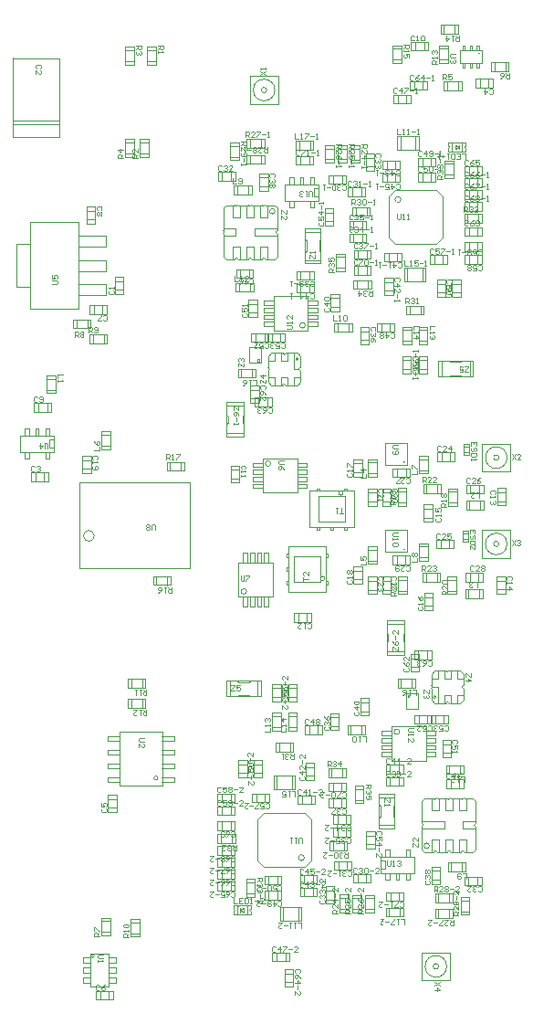
<source format=gm1>
%FSLAX43Y43*%
%MOMM*%
G71*
G01*
G75*
G04 Layer_Color=16777215*
%ADD10R,1.000X0.700*%
%ADD11R,0.700X0.800*%
%ADD12R,0.700X1.000*%
%ADD13R,0.800X0.700*%
%ADD14R,0.700X0.800*%
%ADD15R,1.600X0.800*%
%ADD16R,0.800X0.800*%
%ADD17R,0.800X0.800*%
%ADD18R,0.450X0.250*%
%ADD19R,0.800X2.000*%
%ADD20R,1.500X0.760*%
%ADD21R,0.400X1.200*%
%ADD22R,2.600X1.900*%
%ADD23R,0.760X1.500*%
%ADD24R,1.200X0.400*%
%ADD25R,1.900X2.600*%
%ADD26R,0.600X2.000*%
%ADD27O,0.600X2.000*%
%ADD28R,2.600X2.600*%
%ADD29R,2.000X1.500*%
%ADD30R,2.000X1.500*%
%ADD31R,2.000X3.800*%
%ADD32R,0.600X1.270*%
%ADD33R,0.350X0.900*%
%ADD34R,1.000X0.700*%
%ADD35R,1.000X0.700*%
%ADD36R,1.100X2.200*%
%ADD37R,1.000X1.050*%
%ADD38R,2.200X1.100*%
%ADD39R,1.050X1.000*%
%ADD40R,0.840X1.600*%
%ADD41R,2.400X0.840*%
%ADD42R,1.600X0.840*%
%ADD43R,0.800X1.500*%
%ADD44R,0.800X2.250*%
%ADD45R,0.350X0.280*%
G04:AMPARAMS|DCode=46|XSize=0.3mm|YSize=0.65mm|CornerRadius=0.075mm|HoleSize=0mm|Usage=FLASHONLY|Rotation=0.000|XOffset=0mm|YOffset=0mm|HoleType=Round|Shape=RoundedRectangle|*
%AMROUNDEDRECTD46*
21,1,0.300,0.500,0,0,0.0*
21,1,0.150,0.650,0,0,0.0*
1,1,0.150,0.075,-0.250*
1,1,0.150,-0.075,-0.250*
1,1,0.150,-0.075,0.250*
1,1,0.150,0.075,0.250*
%
%ADD46ROUNDEDRECTD46*%
G04:AMPARAMS|DCode=47|XSize=0.3mm|YSize=0.65mm|CornerRadius=0.075mm|HoleSize=0mm|Usage=FLASHONLY|Rotation=270.000|XOffset=0mm|YOffset=0mm|HoleType=Round|Shape=RoundedRectangle|*
%AMROUNDEDRECTD47*
21,1,0.300,0.500,0,0,270.0*
21,1,0.150,0.650,0,0,270.0*
1,1,0.150,-0.250,-0.075*
1,1,0.150,-0.250,0.075*
1,1,0.150,0.250,0.075*
1,1,0.150,0.250,-0.075*
%
%ADD47ROUNDEDRECTD47*%
%ADD48R,3.300X3.300*%
%ADD49R,0.500X0.500*%
%ADD50R,1.270X0.640*%
%ADD51R,0.900X1.300*%
%ADD52C,0.750*%
%ADD53C,0.500*%
%ADD54C,0.250*%
%ADD55C,0.350*%
%ADD56C,0.965*%
%ADD57C,0.900*%
%ADD58C,0.700*%
%ADD59C,0.200*%
%ADD60C,0.300*%
%ADD61R,11.925X2.000*%
%ADD62R,6.200X2.000*%
%ADD63R,9.650X1.875*%
%ADD64R,2.000X30.000*%
%ADD65R,8.425X2.000*%
%ADD66R,18.025X2.000*%
%ADD67R,3.400X2.000*%
%ADD68R,24.500X1.950*%
%ADD69C,1.000*%
%ADD70R,4.000X4.000*%
%ADD71R,4.000X4.000*%
%ADD72C,0.500*%
%ADD73C,0.900*%
%ADD74C,0.700*%
%ADD75C,1.016*%
%ADD76C,1.900*%
G04:AMPARAMS|DCode=77|XSize=4.3mm|YSize=4.3mm|CornerRadius=0mm|HoleSize=0mm|Usage=FLASHONLY|Rotation=0.000|XOffset=0mm|YOffset=0mm|HoleType=Round|Shape=Relief|Width=0.5mm|Gap=0.25mm|Entries=4|*
%AMTHD77*
7,0,0,4.300,3.800,0.500,45*
%
%ADD77THD77*%
G04:AMPARAMS|DCode=78|XSize=1.754mm|YSize=1.754mm|CornerRadius=0mm|HoleSize=0mm|Usage=FLASHONLY|Rotation=0.000|XOffset=0mm|YOffset=0mm|HoleType=Round|Shape=Relief|Width=0.5mm|Gap=0.25mm|Entries=4|*
%AMTHD78*
7,0,0,1.754,1.254,0.500,45*
%
%ADD78THD78*%
%ADD79C,1.100*%
%ADD80C,0.345*%
%ADD81R,1.000X2.540*%
%ADD82C,0.600*%
%ADD83C,0.203*%
%ADD84C,0.100*%
%ADD85C,0.254*%
%ADD86C,0.152*%
%ADD87C,0.150*%
%ADD88R,0.560X0.210*%
%ADD89R,0.150X0.400*%
%ADD90R,0.150X0.500*%
%ADD91R,0.700X0.500*%
%ADD92R,0.700X0.400*%
%ADD93R,0.400X0.150*%
%ADD94R,0.500X0.150*%
%ADD95R,0.500X0.700*%
%ADD96R,0.400X0.700*%
%ADD97R,0.500X0.150*%
%ADD98R,0.350X1.300*%
%ADD99R,0.300X2.575*%
%ADD100R,0.325X1.400*%
%ADD101R,0.275X0.325*%
%ADD102R,2.575X0.300*%
%ADD103R,1.400X0.325*%
%ADD104R,0.250X0.325*%
%ADD105R,0.350X1.300*%
%ADD106R,0.410X0.210*%
%ADD107R,0.900X0.300*%
%ADD108R,1.494X18.900*%
%ADD109R,51.325X2.938*%
%ADD110R,51.345X2.950*%
%ADD111R,0.250X0.500*%
%ADD112R,0.800X0.500*%
%ADD113R,0.800X0.600*%
%ADD114R,0.250X0.600*%
%ADD115R,0.500X0.250*%
%ADD116R,0.500X0.800*%
%ADD117R,0.500X0.800*%
%ADD118R,0.600X0.800*%
%ADD119R,0.600X0.250*%
%ADD120R,2.200X4.000*%
%ADD121R,2.200X1.700*%
%ADD122R,2.200X1.700*%
%ADD123R,0.450X1.200*%
%ADD124R,0.450X1.200*%
%ADD125R,1.075X1.500*%
%ADD126R,0.400X3.300*%
%ADD127R,2.500X0.400*%
%ADD128R,1.500X1.075*%
%ADD129R,2.000X30.000*%
%ADD130R,24.075X2.000*%
%ADD131R,2.975X2.000*%
%ADD132R,9.200X2.000*%
%ADD133R,17.700X2.000*%
%ADD134R,1.150X0.850*%
%ADD135R,0.850X0.950*%
%ADD136R,0.850X1.150*%
%ADD137R,0.950X0.850*%
%ADD138R,0.850X0.950*%
%ADD139R,1.750X0.950*%
%ADD140R,0.950X0.950*%
%ADD141R,0.950X0.950*%
%ADD142R,0.600X0.400*%
%ADD143R,1.650X0.910*%
%ADD144R,0.550X1.350*%
%ADD145R,0.910X1.650*%
%ADD146R,1.350X0.550*%
%ADD147R,0.750X2.150*%
%ADD148O,0.750X2.150*%
%ADD149R,2.750X2.750*%
%ADD150R,2.150X1.650*%
%ADD151R,2.150X1.650*%
%ADD152R,2.150X3.950*%
%ADD153R,0.750X1.420*%
%ADD154R,1.100X0.800*%
%ADD155R,1.100X0.800*%
%ADD156R,1.250X2.350*%
%ADD157R,1.150X1.200*%
%ADD158R,2.350X1.250*%
%ADD159R,1.200X1.150*%
%ADD160R,0.990X1.750*%
%ADD161R,2.600X1.040*%
%ADD162R,1.040X1.800*%
%ADD163R,1.800X1.040*%
%ADD164R,1.000X1.700*%
%ADD165R,1.000X2.450*%
%ADD166R,0.950X1.650*%
%ADD167R,0.450X0.380*%
G04:AMPARAMS|DCode=168|XSize=0.4mm|YSize=0.75mm|CornerRadius=0.125mm|HoleSize=0mm|Usage=FLASHONLY|Rotation=0.000|XOffset=0mm|YOffset=0mm|HoleType=Round|Shape=RoundedRectangle|*
%AMROUNDEDRECTD168*
21,1,0.400,0.500,0,0,0.0*
21,1,0.150,0.750,0,0,0.0*
1,1,0.250,0.075,-0.250*
1,1,0.250,-0.075,-0.250*
1,1,0.250,-0.075,0.250*
1,1,0.250,0.075,0.250*
%
%ADD168ROUNDEDRECTD168*%
G04:AMPARAMS|DCode=169|XSize=0.4mm|YSize=0.75mm|CornerRadius=0.125mm|HoleSize=0mm|Usage=FLASHONLY|Rotation=270.000|XOffset=0mm|YOffset=0mm|HoleType=Round|Shape=RoundedRectangle|*
%AMROUNDEDRECTD169*
21,1,0.400,0.500,0,0,270.0*
21,1,0.150,0.750,0,0,270.0*
1,1,0.250,-0.250,-0.075*
1,1,0.250,-0.250,0.075*
1,1,0.250,0.250,0.075*
1,1,0.250,0.250,-0.075*
%
%ADD169ROUNDEDRECTD169*%
%ADD170R,0.650X0.650*%
%ADD171R,1.420X0.790*%
%ADD172R,1.050X1.450*%
%ADD173C,1.300*%
%ADD174R,4.150X4.150*%
%ADD175R,4.150X4.150*%
%ADD176R,51.400X3.000*%
%ADD177R,51.520X5.825*%
%ADD178R,1.150X2.690*%
%ADD179C,0.020*%
%ADD180C,0.025*%
%ADD181C,0.025*%
%ADD182C,0.020*%
%ADD183C,0.030*%
G54D59*
X191475Y122025D02*
G03*
X191475Y122025I-25J0D01*
G01*
Y130100D02*
G03*
X191475Y130100I-25J0D01*
G01*
X198425Y167975D02*
G03*
X198425Y167975I-25J0D01*
G01*
G54D179*
X184100Y119300D02*
G03*
X184100Y119300I-200J0D01*
G01*
X185775Y127200D02*
G03*
X185775Y127200I-200J0D01*
G01*
X162700Y123250D02*
G03*
X162700Y123250I-500J0D01*
G01*
X179470Y153332D02*
G03*
X179470Y153332I-250J0D01*
G01*
X179670Y151557D02*
G03*
X179670Y151257I0J-150D01*
G01*
X178290Y153907D02*
G03*
X178590Y153907I150J0D01*
G01*
X177320Y148907D02*
G03*
X177020Y148907I-150J0D01*
G01*
Y153907D02*
G03*
X177320Y153907I150J0D01*
G01*
X176050Y148907D02*
G03*
X175750Y148907I-150J0D01*
G01*
Y153907D02*
G03*
X176050Y153907I150J0D01*
G01*
X178590Y148907D02*
G03*
X178290Y148907I-150J0D01*
G01*
X177320D02*
G03*
X177020Y148907I-150J0D01*
G01*
X174670Y151257D02*
G03*
X174670Y151557I0J150D01*
G01*
X180175Y140200D02*
G03*
X180475Y140200I150J0D01*
G01*
X181825Y138850D02*
G03*
X181825Y138550I0J-150D01*
G01*
X180475Y137200D02*
G03*
X180175Y137200I-150J0D01*
G01*
X178825Y138550D02*
G03*
X178825Y138850I0J150D01*
G01*
X181675Y139650D02*
G03*
X181675Y139650I-150J0D01*
G01*
X191150Y154430D02*
G03*
X191150Y154430I-272J0D01*
G01*
X196725Y158955D02*
G03*
X196725Y158955I-25J0D01*
G01*
X195550Y159155D02*
G03*
X195550Y159405I0J125D01*
G01*
X197150D02*
G03*
X197150Y159155I0J-125D01*
G01*
X193800Y94525D02*
G03*
X193800Y94525I-250J0D01*
G01*
X193100Y96300D02*
G03*
X193100Y96600I0J150D01*
G01*
X194480Y93950D02*
G03*
X194180Y93950I-150J0D01*
G01*
X195450Y98950D02*
G03*
X195750Y98950I150J0D01*
G01*
Y93950D02*
G03*
X195450Y93950I-150J0D01*
G01*
X196720Y98950D02*
G03*
X197020Y98950I150J0D01*
G01*
Y93950D02*
G03*
X196720Y93950I-150J0D01*
G01*
X194180Y98950D02*
G03*
X194480Y98950I150J0D01*
G01*
X195450D02*
G03*
X195750Y98950I150J0D01*
G01*
X198100Y96600D02*
G03*
X198100Y96300I0J-150D01*
G01*
X195625Y107750D02*
G03*
X195325Y107750I-150J0D01*
G01*
X193975Y109100D02*
G03*
X193975Y109400I0J150D01*
G01*
X195325Y110750D02*
G03*
X195625Y110750I150J0D01*
G01*
X196975Y109400D02*
G03*
X196975Y109100I0J-150D01*
G01*
X194425Y108300D02*
G03*
X194425Y108300I-150J0D01*
G01*
X176125Y88895D02*
G03*
X176125Y88895I-25J0D01*
G01*
X177250Y88695D02*
G03*
X177250Y88445I0J-125D01*
G01*
X175650D02*
G03*
X175650Y88695I0J125D01*
G01*
X182193Y93420D02*
G03*
X182193Y93420I-272J0D01*
G01*
X175275Y108400D02*
Y109800D01*
X177875Y108400D02*
Y109800D01*
X175975D02*
X176075Y109700D01*
X177075D01*
X177175Y109800D01*
X175975Y108400D02*
X176075Y108500D01*
X177075D01*
X177175Y108400D01*
X195625Y139450D02*
X195725Y139350D01*
X196725D01*
X196825Y139450D01*
X195625Y138050D02*
X195725Y138150D01*
X196725D01*
X196825Y138050D01*
X194925D02*
Y139450D01*
X197525Y138050D02*
Y139450D01*
X189125Y99025D02*
X190525D01*
X189125Y96425D02*
X190525D01*
X190425Y98225D02*
X190525Y98325D01*
X190425Y97225D02*
Y98225D01*
Y97225D02*
X190525Y97125D01*
X189125Y98325D02*
X189225Y98225D01*
Y97225D02*
Y98225D01*
X189125Y97125D02*
X189225Y97225D01*
X183575Y150625D02*
X183675Y150725D01*
X183575Y149625D02*
Y150625D01*
Y149625D02*
X183675Y149525D01*
X182275Y150725D02*
X182375Y150625D01*
Y149625D02*
Y150625D01*
X182275Y149525D02*
X182375Y149625D01*
X182275Y151425D02*
X183675D01*
X182275Y148825D02*
X183675D01*
X189875Y112525D02*
X191475D01*
X189875Y115125D02*
X191475D01*
X189875Y113425D02*
X189975Y113525D01*
Y113525D02*
Y114125D01*
X189875Y114225D02*
X189975Y114125D01*
X191375Y113525D02*
X191475Y113425D01*
X191375Y113525D02*
Y114125D01*
Y114125D02*
X191475Y114225D01*
X175000Y133650D02*
X175100Y133750D01*
Y133750D02*
Y134350D01*
X175000Y134450D02*
X175100Y134350D01*
X176500Y133750D02*
X176600Y133650D01*
X176500Y133750D02*
Y134350D01*
Y134350D02*
X176600Y134450D01*
X175000Y132750D02*
X176600D01*
X175000Y135350D02*
X176600D01*
X189700Y123775D02*
X191700D01*
X189700Y121775D02*
Y123775D01*
Y121775D02*
X191700D01*
Y123775D01*
X180750Y118050D02*
Y122250D01*
X184150D01*
Y118050D02*
Y122250D01*
X180750Y118050D02*
X184150D01*
X180550Y118730D02*
X180750D01*
X180550D02*
Y119030D01*
X180750D01*
X180550Y120300D02*
X180750D01*
X180550Y120000D02*
Y120300D01*
Y120000D02*
X180750D01*
X180550Y121270D02*
X180750D01*
X180550D02*
Y121570D01*
X180750D01*
X184150Y118730D02*
X184350D01*
Y119030D01*
X184150D02*
X184350D01*
X184150Y121270D02*
X184350D01*
Y121570D01*
X184150D02*
X184350D01*
X181250Y118950D02*
Y121350D01*
X183650D01*
Y118950D02*
Y121350D01*
X181250Y118950D02*
X183650D01*
X189700Y131850D02*
X191700D01*
X189700Y129850D02*
Y131850D01*
Y129850D02*
X191700D01*
Y131850D01*
X182625Y124050D02*
X186825D01*
X182625D02*
Y127450D01*
X186825D01*
Y124050D02*
Y127450D01*
X186145Y123850D02*
Y124050D01*
X185845Y123850D02*
X186145D01*
X185845D02*
Y124050D01*
X184575Y123850D02*
Y124050D01*
Y123850D02*
X184875D01*
Y124050D01*
X183605Y123850D02*
Y124050D01*
X183305Y123850D02*
X183605D01*
X183305D02*
Y124050D01*
X186145Y127450D02*
Y127650D01*
X185845D02*
X186145D01*
X185845Y127450D02*
Y127650D01*
X183605Y127450D02*
Y127650D01*
X183305D02*
X183605D01*
X183305Y127450D02*
Y127650D01*
X183525Y124550D02*
X185925D01*
X183525D02*
Y126950D01*
X185925D01*
Y124550D02*
Y126950D01*
X171600Y120250D02*
Y128250D01*
X161300Y120250D02*
Y128250D01*
X171600D01*
X161300Y120250D02*
X171600D01*
X155150Y167525D02*
X159450D01*
Y160250D02*
Y167525D01*
X155150Y160250D02*
X159450D01*
X155150D02*
Y167550D01*
X155200Y161400D02*
X159500D01*
X155200Y161700D02*
X159500D01*
X196625Y167050D02*
X198625D01*
X196625D02*
Y168300D01*
X198625D01*
Y167050D02*
Y168300D01*
X197725D02*
Y168700D01*
X197525D02*
X197725D01*
X197525Y168300D02*
Y168700D01*
X198375Y168300D02*
Y168700D01*
X198175D02*
X198375D01*
X198175Y168300D02*
Y168700D01*
X197075Y168300D02*
Y168700D01*
X196875D02*
X197075D01*
X196875Y168300D02*
Y168700D01*
Y166650D02*
Y167050D01*
Y166650D02*
X197075D01*
Y167050D01*
X197525Y166650D02*
Y167050D01*
Y166650D02*
X197725D01*
Y167050D01*
X198175Y166650D02*
Y167050D01*
Y166650D02*
X198375D01*
Y167050D01*
X177595Y151082D02*
X179670D01*
X179420Y148907D02*
X179670Y149157D01*
X174670Y153657D02*
X174920Y153907D01*
X174670Y149157D02*
X174920Y148907D01*
X174670Y151557D02*
Y153657D01*
Y149157D02*
Y151257D01*
X178595Y148907D02*
X179420D01*
X179670Y149157D02*
Y151257D01*
X179420Y153907D02*
X179670Y153657D01*
X178115Y152732D02*
Y153907D01*
Y152732D02*
X178765D01*
Y153907D01*
X177595Y151732D02*
X179670D01*
X177595Y151082D02*
Y151732D01*
X179670Y151557D02*
Y153657D01*
X177495Y152732D02*
Y153907D01*
X176845Y152732D02*
X177495D01*
X176845D02*
Y153907D01*
X175575Y148907D02*
Y150082D01*
X176225D01*
Y148907D02*
Y150082D01*
X175575Y152732D02*
Y153907D01*
Y152732D02*
X176225D01*
Y153907D01*
X178765Y148907D02*
Y150082D01*
X178115D02*
X178765D01*
X178115Y148907D02*
Y150082D01*
X177495Y148907D02*
Y150082D01*
X176845D02*
X177495D01*
X176845Y148907D02*
Y150082D01*
X174670Y151082D02*
X175845D01*
Y151732D01*
X174670D02*
X175845D01*
X177320Y148907D02*
X178295D01*
X176045Y153907D02*
X177020D01*
X174920D02*
X175745D01*
X177320D02*
X178295D01*
X178595D02*
X179420D01*
X176045Y148907D02*
X177020D01*
X174920D02*
X175745D01*
X179125Y140200D02*
X180175D01*
X180475D02*
X181525D01*
X181825Y138850D02*
Y139900D01*
Y137500D02*
Y138550D01*
X180475Y137200D02*
X181525D01*
X179125D02*
X180175D01*
X178825Y138850D02*
Y139900D01*
Y137500D02*
Y138550D01*
X179425Y139450D02*
Y140200D01*
X178825Y139450D02*
X179425D01*
X180025D02*
Y140200D01*
Y139450D02*
X180625D01*
Y140200D01*
X181225Y138700D02*
X181675D01*
X181225D02*
Y140200D01*
X179425Y137200D02*
Y137950D01*
X178825D02*
X179425D01*
X180025Y137200D02*
Y137950D01*
X180625D01*
Y137200D02*
Y137950D01*
X181225D02*
X181825D01*
X181225Y137200D02*
Y137950D01*
X178825Y137500D02*
X179125Y137200D01*
X178825Y139900D02*
X179125Y140200D01*
X181525D02*
X181825Y139900D01*
X181525Y137200D02*
X181825Y137500D01*
X194400Y155305D02*
X195000Y154705D01*
X190000D02*
X190600Y155305D01*
X194400Y150305D02*
X195000Y150905D01*
X190000D02*
X190600Y150305D01*
X190600D02*
X194400D01*
X190600Y155305D02*
X194400D01*
X195000Y150905D02*
Y154705D01*
X190000Y150905D02*
Y154705D01*
X196550Y159080D02*
Y159480D01*
X196250D02*
X196550Y159280D01*
X196250Y159080D02*
X196550Y159280D01*
X196250Y159080D02*
Y159480D01*
X195550Y159405D02*
Y159680D01*
Y158880D02*
Y159155D01*
X197150Y159405D02*
Y159680D01*
Y158880D02*
Y159155D01*
X193100Y96775D02*
X195175D01*
X193100Y98700D02*
X193350Y98950D01*
X197850Y93950D02*
X198100Y94200D01*
X197850Y98950D02*
X198100Y98700D01*
Y94200D02*
Y96300D01*
Y96600D02*
Y98700D01*
X193350Y98950D02*
X194175D01*
X193100Y96600D02*
Y98700D01*
Y94200D02*
X193350Y93950D01*
X194655D02*
Y95125D01*
X194005D02*
X194655D01*
X194005Y93950D02*
Y95125D01*
X193100Y96125D02*
X195175D01*
Y96775D01*
X193100Y94200D02*
Y96300D01*
X195275Y93950D02*
Y95125D01*
X195925D01*
Y93950D02*
Y95125D01*
X197195Y97775D02*
Y98950D01*
X196545Y97775D02*
X197195D01*
X196545D02*
Y98950D01*
X197195Y93950D02*
Y95125D01*
X196545D02*
X197195D01*
X196545Y93950D02*
Y95125D01*
X194005Y97775D02*
Y98950D01*
Y97775D02*
X194655D01*
Y98950D01*
X195275Y97775D02*
Y98950D01*
Y97775D02*
X195925D01*
Y98950D01*
X196925Y96775D02*
X198100D01*
X196925Y96125D02*
Y96775D01*
Y96125D02*
X198100D01*
X194475Y98950D02*
X195450D01*
X195750Y93950D02*
X196725D01*
X197025D02*
X197850D01*
X194475D02*
X195450D01*
X193350D02*
X194175D01*
X195750Y98950D02*
X196725D01*
X197025D02*
X197850D01*
X195625Y107750D02*
X196675D01*
X194275D02*
X195325D01*
X193975Y108050D02*
Y109100D01*
Y109400D02*
Y110450D01*
X194275Y110750D02*
X195325D01*
X195625D02*
X196675D01*
X196975Y108050D02*
Y109100D01*
Y109400D02*
Y110450D01*
X196375Y107750D02*
Y108500D01*
X196975D01*
X195775Y107750D02*
Y108500D01*
X195175D02*
X195775D01*
X195175Y107750D02*
Y108500D01*
X194125Y109250D02*
X194575D01*
Y107750D02*
Y109250D01*
X196375Y110000D02*
Y110750D01*
Y110000D02*
X196975D01*
X195775D02*
Y110750D01*
X195175Y110000D02*
X195775D01*
X195175D02*
Y110750D01*
X193975Y110000D02*
X194575D01*
Y110750D01*
X196675D02*
X196975Y110450D01*
X196675Y107750D02*
X196975Y108050D01*
X193975D02*
X194275Y107750D01*
X193975Y110450D02*
X194275Y110750D01*
X176250Y88370D02*
Y88770D01*
Y88570D02*
X176550Y88370D01*
X176250Y88570D02*
X176550Y88770D01*
Y88370D02*
Y88770D01*
X177250Y88170D02*
Y88445D01*
Y88695D02*
Y88970D01*
X175650Y88170D02*
Y88445D01*
Y88695D02*
Y88970D01*
X177800Y93145D02*
X178400Y92545D01*
X182200D02*
X182800Y93145D01*
X177800Y96945D02*
X178400Y97545D01*
X182200D02*
X182800Y96945D01*
X178400Y97545D02*
X182200D01*
X178400Y92545D02*
X182200D01*
X177800Y93145D02*
Y96945D01*
X182800Y93145D02*
Y96945D01*
X197000Y131552D02*
X197508D01*
X197000Y131044D02*
X197508D01*
X197000Y131806D02*
X197508D01*
Y130790D02*
Y131806D01*
X197000Y130790D02*
X197508D01*
X197000D02*
Y131806D01*
X196876Y123484D02*
X197384D01*
X196876Y122976D02*
X197384D01*
X196876Y123738D02*
X197384D01*
Y122722D02*
Y123738D01*
X196876Y122722D02*
X197384D01*
X196876D02*
Y123738D01*
G54D180*
X176829Y118100D02*
G03*
X176829Y118100I-254J0D01*
G01*
X179079Y129950D02*
G03*
X179079Y129950I-254J0D01*
G01*
X182279Y142755D02*
G03*
X182279Y142755I-254J0D01*
G01*
X191029Y105095D02*
G03*
X191029Y105095I-254J0D01*
G01*
X176075Y117600D02*
X179275D01*
Y120800D01*
X176075D02*
X179275D01*
X176900D02*
Y121700D01*
X176500D02*
X176900D01*
X176500Y120800D02*
Y121700D01*
X177550Y120800D02*
Y121700D01*
X177150D02*
X177550D01*
X177150Y120800D02*
Y121700D01*
X178200Y120800D02*
Y121700D01*
X177800D02*
X178200D01*
X177800Y120800D02*
Y121700D01*
X178850Y120800D02*
Y121700D01*
X178450D02*
X178850D01*
X178450Y120800D02*
Y121700D01*
Y116700D02*
Y117600D01*
Y116700D02*
X178850D01*
Y117600D01*
X177800Y116700D02*
Y117600D01*
Y116700D02*
X178200D01*
Y117600D01*
X177150Y116700D02*
Y117600D01*
Y116700D02*
X177550D01*
Y117600D01*
X176500Y116700D02*
Y117600D01*
Y116700D02*
X176900D01*
Y117600D01*
X176075D02*
Y120800D01*
X178325Y127250D02*
Y130450D01*
Y127250D02*
X181525D01*
Y130450D01*
Y129625D02*
X182425D01*
Y130025D01*
X181525D02*
X182425D01*
X181525Y128975D02*
X182425D01*
Y129375D01*
X181525D02*
X182425D01*
X181525Y128325D02*
X182425D01*
Y128725D01*
X181525D02*
X182425D01*
X181525Y127675D02*
X182425D01*
Y128075D01*
X181525D02*
X182425D01*
X177425D02*
X178325D01*
X177425Y127675D02*
Y128075D01*
Y127675D02*
X178325D01*
X177425Y128725D02*
X178325D01*
X177425Y128325D02*
Y128725D01*
Y128325D02*
X178325D01*
X177425Y129375D02*
X178325D01*
X177425Y128975D02*
Y129375D01*
Y128975D02*
X178325D01*
X177425Y130025D02*
X178325D01*
X177425Y129625D02*
Y130025D01*
Y129625D02*
X178325D01*
Y130450D02*
X181525D01*
X182525Y142255D02*
Y145455D01*
X179325D02*
X182525D01*
X179325Y142255D02*
Y145455D01*
X178425Y143080D02*
X179325D01*
X178425Y142680D02*
Y143080D01*
Y142680D02*
X179325D01*
X178425Y143730D02*
X179325D01*
X178425Y143330D02*
Y143730D01*
Y143330D02*
X179325D01*
X178425Y144380D02*
X179325D01*
X178425Y143980D02*
Y144380D01*
Y143980D02*
X179325D01*
X178425Y145030D02*
X179325D01*
X178425Y144630D02*
Y145030D01*
Y144630D02*
X179325D01*
X182525D02*
X183425D01*
Y145030D01*
X182525D02*
X183425D01*
X182525Y143980D02*
X183425D01*
Y144380D01*
X182525D02*
X183425D01*
X182525Y143330D02*
X183425D01*
Y143730D01*
X182525D02*
X183425D01*
X182525Y142680D02*
X183425D01*
Y143080D01*
X182525D02*
X183425D01*
X179325Y142255D02*
X182525D01*
X190275Y102395D02*
Y105595D01*
Y102395D02*
X193475D01*
Y105595D01*
Y104770D02*
X194375D01*
Y105170D01*
X193475D02*
X194375D01*
X193475Y104120D02*
X194375D01*
Y104520D01*
X193475D02*
X194375D01*
X193475Y103470D02*
X194375D01*
Y103870D01*
X193475D02*
X194375D01*
X193475Y102820D02*
X194375D01*
Y103220D01*
X193475D02*
X194375D01*
X189375D02*
X190275D01*
X189375Y102820D02*
Y103220D01*
Y102820D02*
X190275D01*
X189375Y103870D02*
X190275D01*
X189375Y103470D02*
Y103870D01*
Y103470D02*
X190275D01*
X189375Y104520D02*
X190275D01*
X189375Y104120D02*
Y104520D01*
Y104120D02*
X190275D01*
X189375Y105170D02*
X190275D01*
X189375Y104770D02*
Y105170D01*
Y104770D02*
X190275D01*
Y105595D02*
X193475D01*
G54D181*
X162690Y84318D02*
G03*
X162690Y84318I-150J0D01*
G01*
X179450Y164575D02*
G03*
X179450Y164575I-1000J0D01*
G01*
X178700D02*
G03*
X178700Y164575I-250J0D01*
G01*
X201000Y130500D02*
G03*
X201000Y130500I-1000J0D01*
G01*
X200250D02*
G03*
X200250Y130500I-250J0D01*
G01*
X201000Y122500D02*
G03*
X201000Y122500I-1000J0D01*
G01*
X200250D02*
G03*
X200250Y122500I-250J0D01*
G01*
X195400Y83350D02*
G03*
X195400Y83350I-1000J0D01*
G01*
X194650D02*
G03*
X194650Y83350I-250J0D01*
G01*
X174975Y108400D02*
Y109800D01*
Y108400D02*
X178175D01*
Y109800D01*
X174975D02*
X178175D01*
X194625Y138050D02*
X197825D01*
X194625D02*
Y139450D01*
X197825D01*
Y138050D02*
Y139450D01*
X189125Y99325D02*
X190525D01*
X189125Y96125D02*
Y99325D01*
Y96125D02*
X190525D01*
Y99325D01*
X182275Y148525D02*
Y151725D01*
X183675D01*
Y148525D02*
Y151725D01*
X182275Y148525D02*
X183675D01*
X189875Y112225D02*
X191475D01*
Y115425D01*
X189875D02*
X191475D01*
X189875Y112225D02*
Y115425D01*
X176600Y132450D02*
Y135650D01*
X175000Y132450D02*
X176600D01*
X175000D02*
Y135650D01*
X176600D01*
X164206Y131287D02*
Y132913D01*
X163394D02*
X164206D01*
X163394Y131287D02*
Y132913D01*
Y131287D02*
X164206D01*
X163394Y132606D02*
X164206D01*
X163387Y131600D02*
X164200D01*
X187862Y88650D02*
X188675D01*
X187869Y89656D02*
X188681D01*
X187869Y88337D02*
X188681D01*
X187869D02*
Y89963D01*
X188681D01*
Y88337D02*
Y89963D01*
X184125Y159150D02*
X184938D01*
X184119Y158144D02*
X184931D01*
X184119Y159463D02*
X184931D01*
Y157837D02*
Y159463D01*
X184119Y157837D02*
X184931D01*
X184119D02*
Y159463D01*
X193529Y127198D02*
Y128010D01*
X194535Y127191D02*
Y128004D01*
X193216Y127191D02*
Y128004D01*
X194841D01*
Y127191D02*
Y128004D01*
X193216Y127191D02*
X194841D01*
X193475Y119000D02*
Y119813D01*
X194481Y118994D02*
Y119806D01*
X193162Y118994D02*
Y119806D01*
X194788D01*
Y118994D02*
Y119806D01*
X193162Y118994D02*
X194788D01*
X190862Y110006D02*
X192488D01*
X190862Y109194D02*
Y110006D01*
Y109194D02*
X192488D01*
Y110006D01*
X191169Y109194D02*
Y110006D01*
X192175Y109187D02*
Y110000D01*
X176037Y138731D02*
X177663D01*
X176037Y137919D02*
Y138731D01*
Y137919D02*
X177663D01*
Y138731D01*
X176344Y137919D02*
Y138731D01*
X177350Y137912D02*
Y138725D01*
X188112Y120950D02*
X188925D01*
X188119Y121956D02*
X188931D01*
X188119Y120637D02*
X188931D01*
X188119D02*
Y122263D01*
X188931D01*
Y120637D02*
Y122263D01*
X192812Y121250D02*
X193625D01*
X192819Y122256D02*
X193631D01*
X192819Y120937D02*
X193631D01*
X192819D02*
Y122563D01*
X193631D01*
Y120937D02*
Y122563D01*
X191711Y117842D02*
Y119467D01*
X190899D02*
X191711D01*
X190899Y117842D02*
Y119467D01*
Y117842D02*
X191711D01*
X190899Y119161D02*
X191711D01*
X190892Y118155D02*
X191705D01*
X196286Y117842D02*
Y119467D01*
X195474D02*
X196286D01*
X195474Y117842D02*
Y119467D01*
Y117842D02*
X196286D01*
X195474Y119161D02*
X196286D01*
X195467Y118155D02*
X196280D01*
X198425Y117487D02*
Y118300D01*
X197419Y117494D02*
Y118306D01*
X198738Y117494D02*
Y118306D01*
X197112Y117494D02*
X198738D01*
X197112D02*
Y118306D01*
X198738D01*
X188087Y129050D02*
X188900D01*
X188094Y130056D02*
X188906D01*
X188094Y128737D02*
X188906D01*
X188094D02*
Y130363D01*
X188906D01*
Y128737D02*
Y130363D01*
X192841Y129348D02*
X193654D01*
X192847Y130354D02*
X193660D01*
X192847Y129035D02*
X193660D01*
X192847D02*
Y130660D01*
X193660D01*
Y129035D02*
Y130660D01*
X191656Y126037D02*
Y127663D01*
X190844D02*
X191656D01*
X190844Y126037D02*
Y127663D01*
Y126037D02*
X191656D01*
X190844Y127356D02*
X191656D01*
X190837Y126350D02*
X191650D01*
X196360Y126035D02*
Y127660D01*
X195547D02*
X196360D01*
X195547Y126035D02*
Y127660D01*
Y126035D02*
X196360D01*
X195547Y127354D02*
X196360D01*
X195541Y126348D02*
X196354D01*
X198500Y125687D02*
Y126500D01*
X197494Y125694D02*
Y126506D01*
X198813Y125694D02*
Y126506D01*
X197187Y125694D02*
X198813D01*
X197187D02*
Y126506D01*
X198813D01*
X169437Y129294D02*
X171063D01*
Y130106D01*
X169437D02*
X171063D01*
X169437Y129294D02*
Y130106D01*
X170756Y129294D02*
Y130106D01*
X169750Y129300D02*
Y130113D01*
X168162Y119506D02*
X169788D01*
X168162Y118694D02*
Y119506D01*
Y118694D02*
X169788D01*
Y119506D01*
X168469Y118694D02*
Y119506D01*
X169475Y118687D02*
Y119500D01*
X162262Y141119D02*
X163888D01*
Y141931D01*
X162262D02*
X163888D01*
X162262Y141119D02*
Y141931D01*
X163581Y141119D02*
Y141931D01*
X162575Y141125D02*
Y141938D01*
X160737Y142494D02*
X162363D01*
Y143306D01*
X160737D02*
X162363D01*
X160737Y142494D02*
Y143306D01*
X162056Y142494D02*
Y143306D01*
X161050Y142500D02*
Y143313D01*
X156775Y144300D02*
X161275D01*
X156775D02*
Y145800D01*
X161275Y144300D02*
Y152300D01*
X156775D02*
X161275D01*
X156775Y150800D02*
Y152300D01*
X155525Y146300D02*
X156775D01*
X155525D02*
Y150300D01*
X156775D01*
X161275Y144300D02*
Y145550D01*
X156775Y144300D02*
X161275D01*
X156775D02*
Y152300D01*
X161275D01*
Y145550D02*
Y152300D01*
Y150050D02*
X163775D01*
X161275D02*
Y151050D01*
X163775D01*
Y150050D02*
Y151050D01*
X161275Y147800D02*
X163775D01*
X161275D02*
Y148800D01*
X163775D01*
Y147800D02*
Y148800D01*
X161275Y145550D02*
X163775D01*
X161275D02*
Y146550D01*
X163775D01*
Y145550D02*
Y146550D01*
X155850Y131007D02*
Y132531D01*
X158950D01*
X155850Y131007D02*
X158950D01*
Y132531D01*
X158543Y132150D02*
X158924D01*
X158543Y131388D02*
Y132150D01*
Y131388D02*
X158924D01*
X158543Y130372D02*
Y131007D01*
X158162Y130372D02*
X158543D01*
X158162D02*
Y131007D01*
X156257Y130372D02*
Y131007D01*
Y130372D02*
X156638D01*
Y131007D01*
X156257Y132531D02*
Y133166D01*
X156638D01*
Y132531D02*
Y133166D01*
X157273Y132531D02*
Y133166D01*
X157527D01*
Y132531D02*
Y133166D01*
X158162Y132531D02*
Y133166D01*
X158543D01*
Y132531D02*
Y133166D01*
X158282Y137782D02*
X159095D01*
X158276Y136776D02*
X159088D01*
X158276Y138095D02*
X159088D01*
Y136469D02*
Y138095D01*
X158276Y136469D02*
X159088D01*
X158276D02*
Y138095D01*
X194837Y170631D02*
X196463D01*
X194837Y169819D02*
Y170631D01*
Y169819D02*
X196463D01*
Y170631D01*
X195144Y169819D02*
Y170631D01*
X196150Y169812D02*
Y170625D01*
X190394Y167087D02*
Y168713D01*
Y167087D02*
X191206D01*
Y168713D01*
X190394D02*
X191206D01*
X190394Y167394D02*
X191206D01*
X190400Y168400D02*
X191213D01*
X199512Y167131D02*
X201138D01*
X199512Y166319D02*
Y167131D01*
Y166319D02*
X201138D01*
Y167131D01*
X199819Y166319D02*
Y167131D01*
X200825Y166312D02*
Y167125D01*
X195137Y164569D02*
X196763D01*
Y165381D01*
X195137D02*
X196763D01*
X195137Y164569D02*
Y165381D01*
X196456Y164569D02*
Y165381D01*
X195450Y164575D02*
Y165388D01*
X195531Y167087D02*
Y168713D01*
X194719D02*
X195531D01*
X194719Y167087D02*
Y168713D01*
Y167087D02*
X195531D01*
X194719Y168406D02*
X195531D01*
X194712Y167400D02*
X195525D01*
X164206Y86237D02*
Y87863D01*
X163394D02*
X164206D01*
X163394Y86237D02*
Y87863D01*
Y86237D02*
X164206D01*
X163394Y87556D02*
X164206D01*
X163387Y86550D02*
X164200D01*
X166881Y86112D02*
Y87738D01*
X166069D02*
X166881D01*
X166069Y86112D02*
Y87738D01*
Y86112D02*
X166881D01*
X166069Y87431D02*
X166881D01*
X166062Y86425D02*
X166875D01*
X167594Y166937D02*
Y168563D01*
Y166937D02*
X168406D01*
Y168563D01*
X167594D02*
X168406D01*
X167594Y167244D02*
X168406D01*
X167600Y168250D02*
X168413D01*
X167731Y158387D02*
Y160013D01*
X166919D02*
X167731D01*
X166919Y158387D02*
Y160013D01*
Y158387D02*
X167731D01*
X166919Y159706D02*
X167731D01*
X166912Y158700D02*
X167725D01*
X165594Y166937D02*
Y168563D01*
Y166937D02*
X166406D01*
Y168563D01*
X165594D02*
X166406D01*
X165594Y167244D02*
X166406D01*
X165600Y168250D02*
X166413D01*
X166406Y158387D02*
Y160013D01*
X165594D02*
X166406D01*
X165594Y158387D02*
Y160013D01*
Y158387D02*
X166406D01*
X165594Y159706D02*
X166406D01*
X165587Y158700D02*
X166400D01*
X165837Y110006D02*
X167463D01*
X165837Y109194D02*
Y110006D01*
Y109194D02*
X167463D01*
Y110006D01*
X166144Y109194D02*
Y110006D01*
X167150Y109187D02*
Y110000D01*
X165837Y108131D02*
X167463D01*
X165837Y107319D02*
Y108131D01*
Y107319D02*
X167463D01*
Y108131D01*
X166144Y107319D02*
Y108131D01*
X167150Y107312D02*
Y108125D01*
X162350Y81500D02*
Y84500D01*
X164050D01*
X162350Y81500D02*
X164050D01*
Y84500D01*
X161700Y82300D02*
X162350D01*
X161700Y81800D02*
Y82300D01*
Y81800D02*
X162350D01*
X164050D02*
X164700D01*
Y82300D01*
X164050D02*
X164700D01*
X161700Y84200D02*
X162350D01*
X161700Y83700D02*
Y84200D01*
Y83700D02*
X162350D01*
X164050D02*
X164700D01*
Y84200D01*
X164050D02*
X164700D01*
X164050Y82750D02*
X164700D01*
Y83250D01*
X164050D02*
X164700D01*
X161700D02*
X162350D01*
X161700Y82750D02*
Y83250D01*
Y82750D02*
X162350D01*
X177150Y163275D02*
X179750D01*
Y165875D01*
X177150D02*
X179750D01*
X177150Y163275D02*
Y165875D01*
X198700Y129200D02*
Y131800D01*
Y129200D02*
X201300D01*
Y131800D01*
X198700D02*
X201300D01*
X198700Y121200D02*
Y123800D01*
Y121200D02*
X201300D01*
Y123800D01*
X198700D02*
X201300D01*
X193100Y84650D02*
X195700D01*
X193100Y82050D02*
Y84650D01*
Y82050D02*
X195700D01*
Y84650D01*
X176862Y159194D02*
X178488D01*
Y160006D01*
X176862D02*
X178488D01*
X176862Y159194D02*
Y160006D01*
X178181Y159194D02*
Y160006D01*
X177175Y159200D02*
Y160013D01*
X175290Y158082D02*
Y159708D01*
Y158082D02*
X176103D01*
Y159708D01*
X175290D02*
X176103D01*
X175290Y158389D02*
X176103D01*
X175296Y159395D02*
X176109D01*
X176862Y158556D02*
X178488D01*
X176862Y157744D02*
Y158556D01*
Y157744D02*
X178488D01*
Y158556D01*
X177169Y157744D02*
Y158556D01*
X178175Y157737D02*
Y158550D01*
X175975Y154905D02*
Y155718D01*
X176981Y154899D02*
Y155711D01*
X175662Y154899D02*
Y155711D01*
X177288D01*
Y154899D02*
Y155711D01*
X175662Y154899D02*
X177288D01*
X176150Y145875D02*
Y146688D01*
X177156Y145869D02*
Y146681D01*
X175837Y145869D02*
Y146681D01*
X177463D01*
Y145869D02*
Y146681D01*
X175837Y145869D02*
X177463D01*
X185300Y142175D02*
Y142988D01*
X186306Y142169D02*
Y142981D01*
X184987Y142169D02*
Y142981D01*
X186613D01*
Y142169D02*
Y142981D01*
X184987Y142169D02*
X186613D01*
X177087Y139275D02*
Y140725D01*
X178137D01*
X177087Y139275D02*
X178137D01*
Y140725D01*
X178012Y139425D02*
Y139650D01*
X177863Y139425D02*
X178012D01*
X177863Y139650D02*
X178012D01*
X177863Y139425D02*
Y139650D01*
X191300Y142320D02*
X192113D01*
X191294Y141314D02*
X192106D01*
X191294Y142633D02*
X192106D01*
Y141007D02*
Y142633D01*
X191294Y141007D02*
X192106D01*
X191294D02*
Y142633D01*
X191637Y143769D02*
X193263D01*
Y144581D01*
X191637D02*
X193263D01*
X191637Y143769D02*
Y144581D01*
X192956Y143769D02*
Y144581D01*
X191950Y143775D02*
Y144588D01*
X192800Y142320D02*
X193613D01*
X192794Y141314D02*
X193606D01*
X192794Y142633D02*
X193606D01*
Y141007D02*
Y142633D01*
X192794Y141007D02*
X193606D01*
X192794D02*
Y142633D01*
X185931Y147767D02*
Y149393D01*
X185119D02*
X185931D01*
X185119Y147767D02*
Y149393D01*
Y147767D02*
X185931D01*
X185119Y149086D02*
X185931D01*
X185112Y148080D02*
X185925D01*
X186762Y146961D02*
X188388D01*
X186762Y146149D02*
Y146961D01*
Y146149D02*
X188388D01*
Y146961D01*
X187069Y146149D02*
Y146961D01*
X188075Y146142D02*
Y146955D01*
X186637Y152919D02*
X188263D01*
Y153731D01*
X186637D02*
X188263D01*
X186637Y152919D02*
Y153731D01*
X187956Y152919D02*
Y153731D01*
X186950Y152925D02*
Y153738D01*
X197037Y152269D02*
X198663D01*
Y153081D01*
X197037D02*
X198663D01*
X197037Y152269D02*
Y153081D01*
X198356Y152269D02*
Y153081D01*
X197350Y152275D02*
Y153088D01*
X196006Y156417D02*
Y158043D01*
X195194D02*
X196006D01*
X195194Y156417D02*
Y158043D01*
Y156417D02*
X196006D01*
X195194Y157736D02*
X196006D01*
X195187Y156730D02*
X196000D01*
X194312Y88656D02*
X195938D01*
X194312Y87844D02*
Y88656D01*
Y87844D02*
X195938D01*
Y88656D01*
X194619Y87844D02*
Y88656D01*
X195625Y87837D02*
Y88650D01*
X197510Y88142D02*
Y89768D01*
X196697D02*
X197510D01*
X196697Y88142D02*
Y89768D01*
Y88142D02*
X197510D01*
X196697Y89461D02*
X197510D01*
X196691Y88455D02*
X197504D01*
X194312Y89294D02*
X195938D01*
Y90106D01*
X194312D02*
X195938D01*
X194312Y89294D02*
Y90106D01*
X195631Y89294D02*
Y90106D01*
X194625Y89300D02*
Y90113D01*
X196825Y92132D02*
Y92945D01*
X195819Y92139D02*
Y92951D01*
X197138Y92139D02*
Y92951D01*
X195512Y92139D02*
X197138D01*
X195512D02*
Y92951D01*
X197138D01*
X196650Y101162D02*
Y101975D01*
X195644Y101169D02*
Y101981D01*
X196963Y101169D02*
Y101981D01*
X195337Y101169D02*
X196963D01*
X195337D02*
Y101981D01*
X196963D01*
X187500Y104862D02*
Y105675D01*
X186494Y104869D02*
Y105681D01*
X187813Y104869D02*
Y105681D01*
X186187Y104869D02*
X187813D01*
X186187D02*
Y105681D01*
X187813D01*
X192700Y107225D02*
Y108675D01*
X191650Y107225D02*
X192700D01*
X191650Y108675D02*
X192700D01*
X191650Y107225D02*
Y108675D01*
X191775Y108300D02*
Y108525D01*
X191925D01*
X191775Y108300D02*
X191925D01*
Y108525D01*
X180687Y105530D02*
X181500D01*
X180694Y106536D02*
X181506D01*
X180694Y105217D02*
X181506D01*
X180694D02*
Y106843D01*
X181506D01*
Y105217D02*
Y106843D01*
X179537Y104081D02*
X181163D01*
X179537Y103269D02*
Y104081D01*
Y103269D02*
X181163D01*
Y104081D01*
X179844Y103269D02*
Y104081D01*
X180850Y103262D02*
Y104075D01*
X179187Y105530D02*
X180000D01*
X179194Y106536D02*
X180006D01*
X179194Y105217D02*
X180006D01*
X179194D02*
Y106843D01*
X180006D01*
Y105217D02*
Y106843D01*
X186869Y98457D02*
Y100083D01*
Y98457D02*
X187681D01*
Y100083D01*
X186869D02*
X187681D01*
X186869Y98764D02*
X187681D01*
X186875Y99770D02*
X187688D01*
X184412Y100889D02*
X186038D01*
Y101701D01*
X184412D02*
X186038D01*
X184412Y100889D02*
Y101701D01*
X185731Y100889D02*
Y101701D01*
X184725Y100895D02*
Y101708D01*
X184537Y94931D02*
X186163D01*
X184537Y94119D02*
Y94931D01*
Y94119D02*
X186163D01*
Y94931D01*
X184844Y94119D02*
Y94931D01*
X185850Y94112D02*
Y94925D01*
X174137Y95581D02*
X175763D01*
X174137Y94769D02*
Y95581D01*
Y94769D02*
X175763D01*
Y95581D01*
X174444Y94769D02*
Y95581D01*
X175450Y94762D02*
Y95575D01*
X176794Y89807D02*
Y91433D01*
Y89807D02*
X177606D01*
Y91433D01*
X176794D02*
X177606D01*
X176794Y90114D02*
X177606D01*
X176800Y91120D02*
X177613D01*
X180399Y154326D02*
Y155850D01*
X183499D01*
X180399Y154326D02*
X183499D01*
Y155850D01*
X183092Y155469D02*
X183473D01*
X183092Y154707D02*
Y155469D01*
Y154707D02*
X183473D01*
X183092Y153691D02*
Y154326D01*
X182711Y153691D02*
X183092D01*
X182711D02*
Y154326D01*
X180806Y153691D02*
Y154326D01*
Y153691D02*
X181187D01*
Y154326D01*
X180806Y155850D02*
Y156485D01*
X181187D01*
Y155850D02*
Y156485D01*
X181822Y155850D02*
Y156485D01*
X182076D01*
Y155850D02*
Y156485D01*
X182711Y155850D02*
Y156485D01*
X183092D01*
Y155850D02*
Y156485D01*
X181725Y159075D02*
Y159888D01*
X182731Y159069D02*
Y159881D01*
X181412Y159069D02*
Y159881D01*
X183038D01*
Y159069D02*
Y159881D01*
X181412Y159069D02*
X183038D01*
X192401Y92000D02*
Y93524D01*
X189301Y92000D02*
X192401D01*
X189301Y93524D02*
X192401D01*
X189301Y92000D02*
Y93524D01*
X189327Y92381D02*
X189708D01*
Y93143D01*
X189327D02*
X189708D01*
Y93524D02*
Y94159D01*
X190089D01*
Y93524D02*
Y94159D01*
X191994Y93524D02*
Y94159D01*
X191613D02*
X191994D01*
X191613Y93524D02*
Y94159D01*
X191994Y91365D02*
Y92000D01*
X191613Y91365D02*
X191994D01*
X191613D02*
Y92000D01*
X190978Y91365D02*
Y92000D01*
X190724Y91365D02*
X190978D01*
X190724D02*
Y92000D01*
X190089Y91365D02*
Y92000D01*
X189708Y91365D02*
X190089D01*
X189708D02*
Y92000D01*
X191075Y87962D02*
Y88775D01*
X190069Y87969D02*
Y88781D01*
X191388Y87969D02*
Y88781D01*
X189762Y87969D02*
X191388D01*
X189762D02*
Y88781D01*
X191388D01*
X185319Y157837D02*
Y159463D01*
Y157837D02*
X186131D01*
Y159463D01*
X185319D02*
X186131D01*
X185319Y158144D02*
X186131D01*
X185325Y159150D02*
X186138D01*
X186494Y157812D02*
Y159438D01*
Y157812D02*
X187306D01*
Y159438D01*
X186494D02*
X187306D01*
X186494Y158119D02*
X187306D01*
X186500Y159125D02*
X187313D01*
X187481Y88337D02*
Y89963D01*
X186669D02*
X187481D01*
X186669Y88337D02*
Y89963D01*
Y88337D02*
X187481D01*
X186669Y89656D02*
X187481D01*
X186662Y88650D02*
X187475D01*
X186306Y88362D02*
Y89988D01*
X185494D02*
X186306D01*
X185494Y88362D02*
Y89988D01*
Y88362D02*
X186306D01*
X185494Y89681D02*
X186306D01*
X185487Y88675D02*
X186300D01*
G54D182*
X168602Y100797D02*
G03*
X168602Y100797I-180J0D01*
G01*
X187400Y141020D02*
Y142620D01*
Y141020D02*
X188200D01*
Y142620D01*
X187400D02*
X188200D01*
X187400Y142220D02*
X188200D01*
X187400Y141420D02*
X188200D01*
X186750Y120025D02*
X187550D01*
X186750Y119225D02*
X187550D01*
X186750Y118825D02*
X187550D01*
X186750D02*
Y120425D01*
X187550D01*
Y118825D02*
Y120425D01*
X195630Y122105D02*
Y122905D01*
X194830Y122105D02*
Y122905D01*
X194430Y122105D02*
Y122905D01*
X196030D01*
Y122105D02*
Y122905D01*
X194430Y122105D02*
X196030D01*
X188105Y118255D02*
X188905D01*
X188105Y119055D02*
X188905D01*
X188105Y119455D02*
X188905D01*
Y117855D02*
Y119455D01*
X188105Y117855D02*
X188905D01*
X188105D02*
Y119455D01*
X193270Y125745D02*
X194070D01*
X193270Y124945D02*
X194070D01*
X193270Y124545D02*
X194070D01*
X193270D02*
Y126145D01*
X194070D01*
Y124545D02*
Y126145D01*
X200025Y118275D02*
X200825D01*
X200025Y119075D02*
X200825D01*
X200025Y119475D02*
X200825D01*
Y117875D02*
Y119475D01*
X200025Y117875D02*
X200825D01*
X200025D02*
Y119475D01*
X190775Y120600D02*
Y121400D01*
X191575Y120600D02*
Y121400D01*
X191975Y120600D02*
Y121400D01*
X190375Y120600D02*
X191975D01*
X190375D02*
Y121400D01*
X191975D01*
X198325Y119000D02*
Y119800D01*
X197525Y119000D02*
Y119800D01*
X197125Y119000D02*
Y119800D01*
X198725D01*
Y119000D02*
Y119800D01*
X197125Y119000D02*
X198725D01*
X189405Y118255D02*
X190205D01*
X189405Y119055D02*
X190205D01*
X189405Y119455D02*
X190205D01*
Y117855D02*
Y119455D01*
X189405Y117855D02*
X190205D01*
X189405D02*
Y119455D01*
X195704Y130198D02*
Y130998D01*
X194904Y130198D02*
Y130998D01*
X194504Y130198D02*
Y130998D01*
X196104D01*
Y130198D02*
Y130998D01*
X194504Y130198D02*
X196104D01*
X188100Y126450D02*
X188900D01*
X188100Y127250D02*
X188900D01*
X188100Y127650D02*
X188900D01*
Y126050D02*
Y127650D01*
X188100Y126050D02*
X188900D01*
X188100D02*
Y127650D01*
X200100Y126475D02*
X200900D01*
X200100Y127275D02*
X200900D01*
X200100Y127675D02*
X200900D01*
Y126075D02*
Y127675D01*
X200100Y126075D02*
X200900D01*
X200100D02*
Y127675D01*
X190804Y128698D02*
Y129498D01*
X191604Y128698D02*
Y129498D01*
X192004Y128698D02*
Y129498D01*
X190404Y128698D02*
X192004D01*
X190404D02*
Y129498D01*
X192004D01*
X198400Y127200D02*
Y128000D01*
X197600Y127200D02*
Y128000D01*
X197200Y127200D02*
Y128000D01*
X198800D01*
Y127200D02*
Y128000D01*
X197200Y127200D02*
X198800D01*
X189400Y126450D02*
X190200D01*
X189400Y127250D02*
X190200D01*
X189400Y127650D02*
X190200D01*
Y126050D02*
Y127650D01*
X189400Y126050D02*
X190200D01*
X189400D02*
Y127650D01*
X161600Y129450D02*
X162400D01*
X161600Y130250D02*
X162400D01*
X161600Y130650D02*
X162400D01*
Y129050D02*
Y130650D01*
X161600Y129050D02*
X162400D01*
X161600D02*
Y130650D01*
X162650Y143825D02*
Y144625D01*
X163450Y143825D02*
Y144625D01*
X163850Y143825D02*
Y144625D01*
X162250Y143825D02*
X163850D01*
X162250D02*
Y144625D01*
X163850D01*
X164625Y146850D02*
X165425D01*
X164625Y146050D02*
X165425D01*
X164625Y145650D02*
X165425D01*
X164625D02*
Y147250D01*
X165425D01*
Y145650D02*
Y147250D01*
X162000Y152600D02*
X162800D01*
X162000Y153400D02*
X162800D01*
X162000Y153800D02*
X162800D01*
Y152200D02*
Y153800D01*
X162000Y152200D02*
X162800D01*
X162000D02*
Y153800D01*
X158026Y128306D02*
Y129106D01*
X157226Y128306D02*
Y129106D01*
X156826Y128306D02*
Y129106D01*
X158426D01*
Y128306D02*
Y129106D01*
X156826Y128306D02*
X158426D01*
X158326Y134756D02*
Y135556D01*
X157526Y134756D02*
Y135556D01*
X157126Y134756D02*
Y135556D01*
X158726D01*
Y134756D02*
Y135556D01*
X157126Y134756D02*
X158726D01*
X193300Y168250D02*
Y169050D01*
X192500Y168250D02*
Y169050D01*
X192100Y168250D02*
Y169050D01*
X193700D01*
Y168250D02*
Y169050D01*
X192100Y168250D02*
X193700D01*
X164050Y80275D02*
Y81075D01*
X163250Y80275D02*
Y81075D01*
X162850Y80275D02*
Y81075D01*
X164450D01*
Y80275D02*
Y81075D01*
X162850Y80275D02*
X164450D01*
X175375Y156180D02*
Y156980D01*
X174575Y156180D02*
Y156980D01*
X174175Y156180D02*
Y156980D01*
X175775D01*
Y156180D02*
Y156980D01*
X174175Y156180D02*
X175775D01*
X178025Y155655D02*
X178825D01*
X178025Y156455D02*
X178825D01*
X178025Y156855D02*
X178825D01*
Y155255D02*
Y156855D01*
X178025Y155255D02*
X178825D01*
X178025D02*
Y156855D01*
X176250Y147175D02*
Y147975D01*
X177050Y147175D02*
Y147975D01*
X177450Y147175D02*
Y147975D01*
X175850Y147175D02*
X177450D01*
X175850D02*
Y147975D01*
X177450D01*
X177000Y144725D02*
X177800D01*
X177000Y143925D02*
X177800D01*
X177000Y143525D02*
X177800D01*
X177000D02*
Y145125D01*
X177800D01*
Y143525D02*
Y145125D01*
X181850Y146980D02*
Y147780D01*
X182650Y146980D02*
Y147780D01*
X183050Y146980D02*
Y147780D01*
X181450Y146980D02*
X183050D01*
X181450D02*
Y147780D01*
X183050D01*
X181850Y145805D02*
Y146605D01*
X182650Y145805D02*
Y146605D01*
X183050Y145805D02*
Y146605D01*
X181450Y145805D02*
X183050D01*
X181450D02*
Y146605D01*
X183050D01*
X177950Y135250D02*
Y136050D01*
X178750Y135250D02*
Y136050D01*
X179150Y135250D02*
Y136050D01*
X177550Y135250D02*
X179150D01*
X177550D02*
Y136050D01*
X179150D01*
X179175Y141230D02*
Y142030D01*
X179975Y141230D02*
Y142030D01*
X180375Y141230D02*
Y142030D01*
X178775Y141230D02*
X180375D01*
X178775D02*
Y142030D01*
X180375D01*
X184650Y145280D02*
X185450D01*
X184650Y144480D02*
X185450D01*
X184650Y144080D02*
X185450D01*
X184650D02*
Y145680D01*
X185450D01*
Y144080D02*
Y145680D01*
X177200Y136000D02*
X178000D01*
X177200Y136800D02*
X178000D01*
X177200Y137200D02*
X178000D01*
Y135600D02*
Y137200D01*
X177200Y135600D02*
X178000D01*
X177200D02*
Y137200D01*
X177675Y141230D02*
Y142030D01*
X178475Y141230D02*
Y142030D01*
X178875Y141230D02*
Y142030D01*
X177275Y141230D02*
X178875D01*
X177275D02*
Y142030D01*
X178875D01*
X192800Y139520D02*
X193600D01*
X192800Y138720D02*
X193600D01*
X192800Y138320D02*
X193600D01*
X192800D02*
Y139920D01*
X193600D01*
Y138320D02*
Y139920D01*
X189350Y142170D02*
Y142970D01*
X190150Y142170D02*
Y142970D01*
X190550Y142170D02*
Y142970D01*
X188950Y142170D02*
X190550D01*
X188950D02*
Y142970D01*
X190550D01*
X191300Y138720D02*
X192100D01*
X191300Y139520D02*
X192100D01*
X191300Y139920D02*
X192100D01*
Y138320D02*
Y139920D01*
X191300Y138320D02*
X192100D01*
X191300D02*
Y139920D01*
X189625Y145975D02*
X190425D01*
X189625Y146775D02*
X190425D01*
X189625Y147175D02*
X190425D01*
Y145575D02*
Y147175D01*
X189625Y145575D02*
X190425D01*
X189625D02*
Y147175D01*
X190000Y148675D02*
Y149475D01*
X190800Y148675D02*
Y149475D01*
X191200Y148675D02*
Y149475D01*
X189600Y148675D02*
X191200D01*
X189600D02*
Y149475D01*
X191200D01*
X187975Y147455D02*
Y148255D01*
X187175Y147455D02*
Y148255D01*
X186775Y147455D02*
Y148255D01*
X188375D01*
Y147455D02*
Y148255D01*
X186775Y147455D02*
X188375D01*
X195050Y148475D02*
Y149275D01*
X194250Y148475D02*
Y149275D01*
X193850Y148475D02*
Y149275D01*
X195450D01*
Y148475D02*
Y149275D01*
X193850Y148475D02*
X195450D01*
X194500Y145800D02*
X195300D01*
X194500Y146600D02*
X195300D01*
X194500Y147000D02*
X195300D01*
Y145400D02*
Y147000D01*
X194500Y145400D02*
X195300D01*
X194500D02*
Y147000D01*
X187975Y148955D02*
Y149755D01*
X187175Y148955D02*
Y149755D01*
X186775Y148955D02*
Y149755D01*
X188375D01*
Y148955D02*
Y149755D01*
X186775Y148955D02*
X188375D01*
X187550Y150480D02*
Y151280D01*
X186750Y150480D02*
Y151280D01*
X186350Y150480D02*
Y151280D01*
X187950D01*
Y150480D02*
Y151280D01*
X186350Y150480D02*
X187950D01*
X197450Y149675D02*
Y150475D01*
X198250Y149675D02*
Y150475D01*
X198650Y149675D02*
Y150475D01*
X197050Y149675D02*
X198650D01*
X197050D02*
Y150475D01*
X198650D01*
X187550Y151655D02*
Y152455D01*
X186750Y151655D02*
Y152455D01*
X186350Y151655D02*
Y152455D01*
X187950D01*
Y151655D02*
Y152455D01*
X186350Y151655D02*
X187950D01*
X197450Y148475D02*
Y149275D01*
X198250Y148475D02*
Y149275D01*
X198650Y148475D02*
Y149275D01*
X197050Y148475D02*
X198650D01*
X197050D02*
Y149275D01*
X198650D01*
X198250Y151075D02*
Y151875D01*
X197450Y151075D02*
Y151875D01*
X197050Y151075D02*
Y151875D01*
X198650D01*
Y151075D02*
Y151875D01*
X197050Y151075D02*
X198650D01*
X187875Y157500D02*
X188675D01*
X187875Y158300D02*
X188675D01*
X187875Y158700D02*
X188675D01*
Y157100D02*
Y158700D01*
X187875Y157100D02*
X188675D01*
X187875D02*
Y158700D01*
X184875Y155900D02*
Y156700D01*
X185675Y155900D02*
Y156700D01*
X186075Y155900D02*
Y156700D01*
X184475Y155900D02*
X186075D01*
X184475D02*
Y156700D01*
X186075D01*
X187450Y154750D02*
Y155550D01*
X186650Y154750D02*
Y155550D01*
X186250Y154750D02*
Y155550D01*
X187850D01*
Y154750D02*
Y155550D01*
X186250Y154750D02*
X187850D01*
X198250Y153375D02*
Y154175D01*
X197450Y153375D02*
Y154175D01*
X197050Y153375D02*
Y154175D01*
X198650D01*
Y153375D02*
Y154175D01*
X197050Y153375D02*
X198650D01*
X198250Y154475D02*
Y155275D01*
X197450Y154475D02*
Y155275D01*
X197050Y154475D02*
Y155275D01*
X198650D01*
Y154475D02*
Y155275D01*
X197050Y154475D02*
X198650D01*
X189825Y156030D02*
Y156830D01*
X190625Y156030D02*
Y156830D01*
X191025Y156030D02*
Y156830D01*
X189425Y156030D02*
X191025D01*
X189425D02*
Y156830D01*
X191025D01*
X193925Y156105D02*
Y156905D01*
X193125Y156105D02*
Y156905D01*
X192725Y156105D02*
Y156905D01*
X194325D01*
Y156105D02*
Y156905D01*
X192725Y156105D02*
X194325D01*
X189825Y157230D02*
Y158030D01*
X190625Y157230D02*
Y158030D01*
X191025Y157230D02*
Y158030D01*
X189425Y157230D02*
X191025D01*
X189425D02*
Y158030D01*
X191025D01*
X193925Y157505D02*
Y158305D01*
X193125Y157505D02*
Y158305D01*
X192725Y157505D02*
Y158305D01*
X194325D01*
Y157505D02*
Y158305D01*
X192725Y157505D02*
X194325D01*
X195900Y158880D02*
Y159680D01*
X196800Y158880D02*
Y159680D01*
X195550Y158880D02*
X197150D01*
X195550Y159680D02*
X197150D01*
X193175Y164600D02*
Y165400D01*
X192375Y164600D02*
Y165400D01*
X191975Y164600D02*
Y165400D01*
X193575D01*
Y164600D02*
Y165400D01*
X191975Y164600D02*
X193575D01*
X191675Y163350D02*
Y164150D01*
X190875Y163350D02*
Y164150D01*
X190475Y163350D02*
Y164150D01*
X192075D01*
Y163350D02*
Y164150D01*
X190475Y163350D02*
X192075D01*
X197425Y90870D02*
Y91670D01*
X198225Y90870D02*
Y91670D01*
X198625Y90870D02*
Y91670D01*
X197025Y90870D02*
X198625D01*
X197025D02*
Y91670D01*
X198625D01*
X193975Y92195D02*
X194775D01*
X193975Y91395D02*
X194775D01*
X193975Y90995D02*
X194775D01*
X193975D02*
Y92595D01*
X194775D01*
Y90995D02*
Y92595D01*
X196550Y99875D02*
Y100675D01*
X195750Y99875D02*
Y100675D01*
X195350Y99875D02*
Y100675D01*
X196950D01*
Y99875D02*
Y100675D01*
X195350Y99875D02*
X196950D01*
X195000Y103125D02*
X195800D01*
X195000Y103925D02*
X195800D01*
X195000Y104325D02*
X195800D01*
Y102725D02*
Y104325D01*
X195000Y102725D02*
X195800D01*
X195000D02*
Y104325D01*
X190950Y100070D02*
Y100870D01*
X190150Y100070D02*
Y100870D01*
X189750Y100070D02*
Y100870D01*
X191350D01*
Y100070D02*
Y100870D01*
X189750Y100070D02*
X191350D01*
X190950Y101245D02*
Y102045D01*
X190150Y101245D02*
Y102045D01*
X189750Y101245D02*
Y102045D01*
X191350D01*
Y101245D02*
Y102045D01*
X189750Y101245D02*
X191350D01*
X192775Y111825D02*
Y112625D01*
X193575Y111825D02*
Y112625D01*
X193975Y111825D02*
Y112625D01*
X192375Y111825D02*
X193975D01*
X192375D02*
Y112625D01*
X193975D01*
X194325Y105820D02*
Y106620D01*
X195125Y105820D02*
Y106620D01*
X195525Y105820D02*
Y106620D01*
X193925Y105820D02*
X195525D01*
X193925D02*
Y106620D01*
X195525D01*
X187375Y107800D02*
X188175D01*
X187375Y107000D02*
X188175D01*
X187375Y106600D02*
X188175D01*
X187375D02*
Y108200D01*
X188175D01*
Y106600D02*
Y108200D01*
X184600Y106430D02*
X185400D01*
X184600Y105630D02*
X185400D01*
X184600Y105230D02*
X185400D01*
X184600D02*
Y106830D01*
X185400D01*
Y105230D02*
Y106830D01*
X192025Y111875D02*
X192825D01*
X192025Y111075D02*
X192825D01*
X192025Y110675D02*
X192825D01*
X192025D02*
Y112275D01*
X192825D01*
Y110675D02*
Y112275D01*
X192825Y105820D02*
Y106620D01*
X193625Y105820D02*
Y106620D01*
X194025Y105820D02*
Y106620D01*
X192425Y105820D02*
X194025D01*
X192425D02*
Y106620D01*
X194025D01*
X179200Y108330D02*
X180000D01*
X179200Y109130D02*
X180000D01*
X179200Y109530D02*
X180000D01*
Y107930D02*
Y109530D01*
X179200Y107930D02*
X180000D01*
X179200D02*
Y109530D01*
X183450Y104880D02*
Y105680D01*
X182650Y104880D02*
Y105680D01*
X182250Y104880D02*
Y105680D01*
X183850D01*
Y104880D02*
Y105680D01*
X182250Y104880D02*
X183850D01*
X180700Y109130D02*
X181500D01*
X180700Y108330D02*
X181500D01*
X180700Y107930D02*
X181500D01*
X180700D02*
Y109530D01*
X181500D01*
Y107930D02*
Y109530D01*
X182300Y101825D02*
X183100D01*
X182300Y101025D02*
X183100D01*
X182300Y100625D02*
X183100D01*
X182300D02*
Y102225D01*
X183100D01*
Y100625D02*
Y102225D01*
X182800Y98375D02*
Y99175D01*
X182000Y98375D02*
Y99175D01*
X181600Y98375D02*
Y99175D01*
X183200D01*
Y98375D02*
Y99175D01*
X181600Y98375D02*
X183200D01*
X184825Y99595D02*
Y100395D01*
X185625Y99595D02*
Y100395D01*
X186025Y99595D02*
Y100395D01*
X184425Y99595D02*
X186025D01*
X184425D02*
Y100395D01*
X186025D01*
X177750Y98575D02*
Y99375D01*
X178550Y98575D02*
Y99375D01*
X178950Y98575D02*
Y99375D01*
X177350Y98575D02*
X178950D01*
X177350D02*
Y99375D01*
X178950D01*
X177500Y102050D02*
X178300D01*
X177500Y101250D02*
X178300D01*
X177500Y100850D02*
X178300D01*
X177500D02*
Y102450D01*
X178300D01*
Y100850D02*
Y102450D01*
X184825Y98095D02*
Y98895D01*
X185625Y98095D02*
Y98895D01*
X186025Y98095D02*
Y98895D01*
X184425Y98095D02*
X186025D01*
X184425D02*
Y98895D01*
X186025D01*
X185250Y96570D02*
Y97370D01*
X186050Y96570D02*
Y97370D01*
X186450Y96570D02*
Y97370D01*
X184850Y96570D02*
X186450D01*
X184850D02*
Y97370D01*
X186450D01*
X175350Y97375D02*
Y98175D01*
X174550Y97375D02*
Y98175D01*
X174150Y97375D02*
Y98175D01*
X175750D01*
Y97375D02*
Y98175D01*
X174150Y97375D02*
X175750D01*
X185250Y95395D02*
Y96195D01*
X186050Y95395D02*
Y96195D01*
X186450Y95395D02*
Y96195D01*
X184850Y95395D02*
X186450D01*
X184850D02*
Y96195D01*
X186450D01*
X175350Y98575D02*
Y99375D01*
X174550Y98575D02*
Y99375D01*
X174150Y98575D02*
Y99375D01*
X175750D01*
Y98575D02*
Y99375D01*
X174150Y98575D02*
X175750D01*
X174550Y95975D02*
Y96775D01*
X175350Y95975D02*
Y96775D01*
X175750Y95975D02*
Y96775D01*
X174150Y95975D02*
X175750D01*
X174150D02*
Y96775D01*
X175750D01*
X184175Y90350D02*
X184975D01*
X184175Y89550D02*
X184975D01*
X184175Y89150D02*
X184975D01*
X184175D02*
Y90750D01*
X184975D01*
Y89150D02*
Y90750D01*
X187925Y91100D02*
Y91900D01*
X187125Y91100D02*
Y91900D01*
X186725Y91100D02*
Y91900D01*
X188325D01*
Y91100D02*
Y91900D01*
X186725Y91100D02*
X188325D01*
X185375Y92300D02*
Y93100D01*
X186175Y92300D02*
Y93100D01*
X186575Y92300D02*
Y93100D01*
X184975Y92300D02*
X186575D01*
X184975D02*
Y93100D01*
X186575D01*
X174550Y93675D02*
Y94475D01*
X175350Y93675D02*
Y94475D01*
X175750Y93675D02*
Y94475D01*
X174150Y93675D02*
X175750D01*
X174150D02*
Y94475D01*
X175750D01*
X174550Y92575D02*
Y93375D01*
X175350Y92575D02*
Y93375D01*
X175750Y92575D02*
Y93375D01*
X174150Y92575D02*
X175750D01*
X174150D02*
Y93375D01*
X175750D01*
X182975Y91020D02*
Y91820D01*
X182175Y91020D02*
Y91820D01*
X181775Y91020D02*
Y91820D01*
X183375D01*
Y91020D02*
Y91820D01*
X181775Y91020D02*
X183375D01*
X178875Y90945D02*
Y91745D01*
X179675Y90945D02*
Y91745D01*
X180075Y90945D02*
Y91745D01*
X178475Y90945D02*
X180075D01*
X178475D02*
Y91745D01*
X180075D01*
X182975Y89820D02*
Y90620D01*
X182175Y89820D02*
Y90620D01*
X181775Y89820D02*
Y90620D01*
X183375D01*
Y89820D02*
Y90620D01*
X181775Y89820D02*
X183375D01*
X178875Y89545D02*
Y90345D01*
X179675Y89545D02*
Y90345D01*
X180075Y89545D02*
Y90345D01*
X178475Y89545D02*
X180075D01*
X178475D02*
Y90345D01*
X180075D01*
X176900Y88170D02*
Y88970D01*
X176000Y88170D02*
Y88970D01*
X175650D02*
X177250D01*
X175650Y88170D02*
X177250D01*
X180425Y83825D02*
Y84625D01*
X179625Y83825D02*
Y84625D01*
X179225Y83825D02*
Y84625D01*
X180825D01*
Y83825D02*
Y84625D01*
X179225Y83825D02*
X180825D01*
X198250Y155575D02*
Y156375D01*
X197450Y155575D02*
Y156375D01*
X197050Y155575D02*
Y156375D01*
X198650D01*
Y155575D02*
Y156375D01*
X197050Y155575D02*
X198650D01*
X198250Y156675D02*
Y157475D01*
X197450Y156675D02*
Y157475D01*
X197050Y156675D02*
Y157475D01*
X198650D01*
Y156675D02*
Y157475D01*
X197050Y156675D02*
X198650D01*
X174550Y91475D02*
Y92275D01*
X175350Y91475D02*
Y92275D01*
X175750Y91475D02*
Y92275D01*
X174150Y91475D02*
X175750D01*
X174150D02*
Y92275D01*
X175750D01*
X174550Y90375D02*
Y91175D01*
X175350Y90375D02*
Y91175D01*
X175750Y90375D02*
Y91175D01*
X174150Y90375D02*
X175750D01*
X174150D02*
Y91175D01*
X175750D01*
X175375Y128575D02*
X176175D01*
X175375Y129375D02*
X176175D01*
X175375Y129775D02*
X176175D01*
Y128175D02*
Y129775D01*
X175375Y128175D02*
X176175D01*
X175375D02*
Y129775D01*
X181625Y115275D02*
Y116075D01*
X182425Y115275D02*
Y116075D01*
X182825Y115275D02*
Y116075D01*
X181225Y115275D02*
X182825D01*
X181225D02*
Y116075D01*
X182825D01*
X198500Y164825D02*
Y165625D01*
X199300Y164825D02*
Y165625D01*
X199700Y164825D02*
Y165625D01*
X198100Y164825D02*
X199700D01*
X198100D02*
Y165625D01*
X199700D01*
X186750Y129950D02*
X187550D01*
X186750Y129150D02*
X187550D01*
X186750Y128750D02*
X187550D01*
X186750D02*
Y130350D01*
X187550D01*
Y128750D02*
Y130350D01*
X165025Y100075D02*
X169025D01*
X165025D02*
Y105075D01*
X169025D01*
Y100075D02*
Y105075D01*
X168981Y104683D02*
X170124D01*
Y104277D02*
Y104683D01*
X168981Y104277D02*
X170124D01*
X168981Y103413D02*
X170124D01*
Y103007D02*
Y103413D01*
X168981Y103007D02*
X170124D01*
X168981Y102143D02*
X170124D01*
Y101737D02*
Y102143D01*
X168981Y101737D02*
X170124D01*
X168981Y100873D02*
X170124D01*
Y100467D02*
Y100873D01*
X168981Y100467D02*
X170124D01*
X163926D02*
X165069D01*
X163926D02*
Y100873D01*
X165069D01*
X163926Y101737D02*
X165069D01*
X163926D02*
Y102143D01*
X165069D01*
X163926Y103007D02*
X165069D01*
X163926D02*
Y103413D01*
X165069D01*
X163926Y104277D02*
X165069D01*
X163926D02*
Y104683D01*
X165069D01*
X193300Y117550D02*
X194100D01*
X193300Y116750D02*
X194100D01*
X193300Y116350D02*
X194100D01*
X193300D02*
Y117950D01*
X194100D01*
Y116350D02*
Y117950D01*
X163975Y98875D02*
X164775D01*
X163975Y98075D02*
X164775D01*
X163975Y97675D02*
X164775D01*
X163975D02*
Y99275D01*
X164775D01*
Y97675D02*
Y99275D01*
X191450Y148100D02*
X193450D01*
Y146850D02*
Y148100D01*
X191450Y146850D02*
X193450D01*
X191450D02*
Y148100D01*
X191750Y146850D02*
Y148100D01*
X193150Y146850D02*
Y148075D01*
X184075Y153200D02*
X184875D01*
X184075Y152400D02*
X184875D01*
X184075Y152000D02*
X184875D01*
X184075D02*
Y153600D01*
X184875D01*
Y152000D02*
Y153600D01*
X182625Y157634D02*
Y158434D01*
X181825Y157634D02*
Y158434D01*
X181425Y157634D02*
Y158434D01*
X183025D01*
Y157634D02*
Y158434D01*
X181425Y157634D02*
X183025D01*
X179350Y99750D02*
X181350D01*
X179350D02*
Y101000D01*
X181350D01*
Y99750D02*
Y101000D01*
X181050Y99750D02*
Y101000D01*
X179650Y99775D02*
Y101000D01*
X187925Y94650D02*
X188725D01*
X187925Y95450D02*
X188725D01*
X187925Y95850D02*
X188725D01*
Y94250D02*
Y95850D01*
X187925Y94250D02*
X188725D01*
X187925D02*
Y95850D01*
X190175Y89416D02*
Y90216D01*
X190975Y89416D02*
Y90216D01*
X191375Y89416D02*
Y90216D01*
X189775Y89416D02*
X191375D01*
X189775D02*
Y90216D01*
X191375D01*
X195900Y146600D02*
X196700D01*
X195900Y145800D02*
X196700D01*
X195900Y145400D02*
X196700D01*
X195900D02*
Y147000D01*
X196700D01*
Y145400D02*
Y147000D01*
X176100Y101250D02*
X176900D01*
X176100Y102050D02*
X176900D01*
X176100Y102450D02*
X176900D01*
Y100850D02*
Y102450D01*
X176100Y100850D02*
X176900D01*
X176100D02*
Y102450D01*
X190825Y160300D02*
X192825D01*
Y159050D02*
Y160300D01*
X190825Y159050D02*
X192825D01*
X190825D02*
Y160300D01*
X191125Y159050D02*
Y160300D01*
X192525Y159050D02*
Y160275D01*
X179925Y87550D02*
X181925D01*
X179925D02*
Y88800D01*
X181925D01*
Y87550D02*
Y88800D01*
X181625Y87550D02*
Y88800D01*
X180225Y87575D02*
Y88800D01*
X180375Y81875D02*
X181175D01*
X180375Y82675D02*
X181175D01*
X180375Y83075D02*
X181175D01*
Y81475D02*
Y83075D01*
X180375Y81475D02*
X181175D01*
X180375D02*
Y83075D01*
G54D183*
X162700Y131200D02*
X163200D01*
Y131533D01*
X162700Y132033D02*
X162783Y131866D01*
X162950Y131700D01*
X163117D01*
X163200Y131783D01*
Y131950D01*
X163117Y132033D01*
X163033D01*
X162950Y131950D01*
Y131700D01*
X187675Y88250D02*
X187175D01*
Y88500D01*
X187258Y88583D01*
X187425D01*
X187508Y88500D01*
Y88250D01*
Y88417D02*
X187675Y88583D01*
Y89083D02*
Y88750D01*
X187342Y89083D01*
X187258D01*
X187175Y89000D01*
Y88833D01*
X187258Y88750D01*
X187175Y89583D02*
X187258Y89416D01*
X187425Y89250D01*
X187592D01*
X187675Y89333D01*
Y89500D01*
X187592Y89583D01*
X187508D01*
X187425Y89500D01*
Y89250D01*
Y89750D02*
Y90083D01*
X187675Y90583D02*
Y90249D01*
X187342Y90583D01*
X187258D01*
X187175Y90499D01*
Y90333D01*
X187258Y90249D01*
X185125Y159550D02*
X185625D01*
Y159300D01*
X185542Y159217D01*
X185375D01*
X185292Y159300D01*
Y159550D01*
Y159383D02*
X185125Y159217D01*
Y158717D02*
Y159050D01*
X185458Y158717D01*
X185542D01*
X185625Y158800D01*
Y158967D01*
X185542Y159050D01*
X185625Y158217D02*
X185542Y158384D01*
X185375Y158550D01*
X185208D01*
X185125Y158467D01*
Y158300D01*
X185208Y158217D01*
X185292D01*
X185375Y158300D01*
Y158550D01*
Y158050D02*
Y157717D01*
X185125Y157551D02*
Y157384D01*
Y157467D01*
X185625D01*
X185542Y157551D01*
X193129Y128198D02*
Y128697D01*
X193379D01*
X193462Y128614D01*
Y128448D01*
X193379Y128364D01*
X193129D01*
X193295D02*
X193462Y128198D01*
X193962D02*
X193628D01*
X193962Y128531D01*
Y128614D01*
X193878Y128697D01*
X193712D01*
X193628Y128614D01*
X194461Y128198D02*
X194128D01*
X194461Y128531D01*
Y128614D01*
X194378Y128697D01*
X194212D01*
X194128Y128614D01*
X193075Y120000D02*
Y120500D01*
X193325D01*
X193408Y120417D01*
Y120250D01*
X193325Y120167D01*
X193075D01*
X193242D02*
X193408Y120000D01*
X193908D02*
X193575D01*
X193908Y120333D01*
Y120417D01*
X193825Y120500D01*
X193658D01*
X193575Y120417D01*
X194075D02*
X194158Y120500D01*
X194325D01*
X194408Y120417D01*
Y120333D01*
X194325Y120250D01*
X194241D01*
X194325D01*
X194408Y120167D01*
Y120083D01*
X194325Y120000D01*
X194158D01*
X194075Y120083D01*
X192575Y108500D02*
Y109000D01*
X192242D01*
X192075D02*
X191909D01*
X191992D01*
Y108500D01*
X192075Y108583D01*
X191325Y108500D02*
X191492Y108583D01*
X191659Y108750D01*
Y108917D01*
X191575Y109000D01*
X191409D01*
X191325Y108917D01*
Y108833D01*
X191409Y108750D01*
X191659D01*
X177750Y137225D02*
Y137725D01*
X177417D01*
X177250D02*
X177084D01*
X177167D01*
Y137225D01*
X177250Y137308D01*
X176500Y137225D02*
X176667Y137308D01*
X176834Y137475D01*
Y137642D01*
X176750Y137725D01*
X176584D01*
X176500Y137642D01*
Y137558D01*
X176584Y137475D01*
X176834D01*
X190900Y123575D02*
X190483D01*
X190400Y123492D01*
Y123325D01*
X190483Y123242D01*
X190900D01*
X190400Y123075D02*
Y122909D01*
Y122992D01*
X190900D01*
X190817Y123075D01*
Y122659D02*
X190900Y122575D01*
Y122409D01*
X190817Y122325D01*
X190483D01*
X190400Y122409D01*
Y122575D01*
X190483Y122659D01*
X190817D01*
X186233Y119158D02*
X186150Y119075D01*
Y118908D01*
X186233Y118825D01*
X186567D01*
X186650Y118908D01*
Y119075D01*
X186567Y119158D01*
X186650Y119325D02*
Y119491D01*
Y119408D01*
X186150D01*
X186233Y119325D01*
Y119741D02*
X186150Y119825D01*
Y119991D01*
X186233Y120075D01*
X186317D01*
X186400Y119991D01*
X186483Y120075D01*
X186567D01*
X186650Y119991D01*
Y119825D01*
X186567Y119741D01*
X186483D01*
X186400Y119825D01*
X186317Y119741D01*
X186233D01*
X186400Y119825D02*
Y119991D01*
X194763Y123421D02*
X194680Y123504D01*
X194513D01*
X194430Y123421D01*
Y123088D01*
X194513Y123005D01*
X194680D01*
X194763Y123088D01*
X195263Y123005D02*
X194930D01*
X195263Y123338D01*
Y123421D01*
X195180Y123504D01*
X195013D01*
X194930Y123421D01*
X195763Y123504D02*
X195430D01*
Y123255D01*
X195596Y123338D01*
X195680D01*
X195763Y123255D01*
Y123088D01*
X195680Y123005D01*
X195513D01*
X195430Y123088D01*
X182050Y119050D02*
Y119383D01*
Y119217D01*
X182550D01*
Y119883D02*
Y119550D01*
X182217Y119883D01*
X182133D01*
X182050Y119800D01*
Y119633D01*
X182133Y119550D01*
X187425Y120550D02*
X187925D01*
Y120883D01*
X187425Y121383D02*
Y121050D01*
X187675D01*
X187592Y121216D01*
Y121300D01*
X187675Y121383D01*
X187842D01*
X187925Y121300D01*
Y121133D01*
X187842Y121050D01*
X176275Y119600D02*
Y119183D01*
X176358Y119100D01*
X176525D01*
X176608Y119183D01*
Y119600D01*
X176775D02*
X177108D01*
Y119517D01*
X176775Y119183D01*
Y119100D01*
X189422Y119121D02*
X189505Y119205D01*
Y119371D01*
X189422Y119455D01*
X189088D01*
X189005Y119371D01*
Y119205D01*
X189088Y119121D01*
X189005Y118622D02*
Y118955D01*
X189338Y118622D01*
X189422D01*
X189505Y118705D01*
Y118871D01*
X189422Y118955D01*
Y118455D02*
X189505Y118372D01*
Y118205D01*
X189422Y118122D01*
X189338D01*
X189255Y118205D01*
Y118288D01*
Y118205D01*
X189172Y118122D01*
X189088D01*
X189005Y118205D01*
Y118372D01*
X189088Y118455D01*
X192125Y120850D02*
X192625D01*
Y121183D01*
X192208Y121350D02*
X192125Y121433D01*
Y121600D01*
X192208Y121683D01*
X192292D01*
X192375Y121600D01*
X192458Y121683D01*
X192542D01*
X192625Y121600D01*
Y121433D01*
X192542Y121350D01*
X192458D01*
X192375Y121433D01*
X192292Y121350D01*
X192208D01*
X192375Y121433D02*
Y121600D01*
X194453Y124929D02*
X194370Y124845D01*
Y124679D01*
X194453Y124595D01*
X194787D01*
X194870Y124679D01*
Y124845D01*
X194787Y124929D01*
X194870Y125095D02*
Y125262D01*
Y125179D01*
X194370D01*
X194453Y125095D01*
X194370Y125845D02*
Y125512D01*
X194620D01*
X194537Y125678D01*
Y125762D01*
X194620Y125845D01*
X194787D01*
X194870Y125762D01*
Y125595D01*
X194787Y125512D01*
X201342Y119142D02*
X201425Y119225D01*
Y119392D01*
X201342Y119475D01*
X201008D01*
X200925Y119392D01*
Y119225D01*
X201008Y119142D01*
X200925Y118975D02*
Y118809D01*
Y118892D01*
X201425D01*
X201342Y118975D01*
X200925Y118309D02*
X201425D01*
X201175Y118559D01*
Y118225D01*
X190705Y117755D02*
X190205D01*
Y118005D01*
X190288Y118088D01*
X190455D01*
X190538Y118005D01*
Y117755D01*
Y117921D02*
X190705Y118088D01*
Y118588D02*
Y118254D01*
X190372Y118588D01*
X190288D01*
X190205Y118504D01*
Y118338D01*
X190288Y118254D01*
X190705Y118754D02*
Y118921D01*
Y118838D01*
X190205D01*
X190288Y118754D01*
X191642Y120083D02*
X191725Y120000D01*
X191892D01*
X191975Y120083D01*
Y120417D01*
X191892Y120500D01*
X191725D01*
X191642Y120417D01*
X191142Y120500D02*
X191475D01*
X191142Y120167D01*
Y120083D01*
X191225Y120000D01*
X191392D01*
X191475Y120083D01*
X190975Y120417D02*
X190892Y120500D01*
X190725D01*
X190642Y120417D01*
Y120083D01*
X190725Y120000D01*
X190892D01*
X190975Y120083D01*
Y120167D01*
X190892Y120250D01*
X190642D01*
X195474Y117842D02*
X194974D01*
Y118092D01*
X195057Y118175D01*
X195224D01*
X195307Y118092D01*
Y117842D01*
Y118008D02*
X195474Y118175D01*
Y118675D02*
Y118342D01*
X195140Y118675D01*
X195057D01*
X194974Y118592D01*
Y118425D01*
X195057Y118342D01*
Y118841D02*
X194974Y118925D01*
Y119091D01*
X195057Y119175D01*
X195390D01*
X195474Y119091D01*
Y118925D01*
X195390Y118841D01*
X195057D01*
X198275Y118500D02*
Y119000D01*
X197942D01*
X197775Y118583D02*
X197692Y118500D01*
X197525D01*
X197442Y118583D01*
Y118667D01*
X197525Y118750D01*
X197609D01*
X197525D01*
X197442Y118833D01*
Y118917D01*
X197525Y119000D01*
X197692D01*
X197775Y118917D01*
X197908Y120417D02*
X197825Y120500D01*
X197658D01*
X197575Y120417D01*
Y120083D01*
X197658Y120000D01*
X197825D01*
X197908Y120083D01*
X198408Y120000D02*
X198075D01*
X198408Y120333D01*
Y120417D01*
X198325Y120500D01*
X198158D01*
X198075Y120417D01*
X198575D02*
X198658Y120500D01*
X198825D01*
X198908Y120417D01*
Y120333D01*
X198825Y120250D01*
X198908Y120167D01*
Y120083D01*
X198825Y120000D01*
X198658D01*
X198575Y120083D01*
Y120167D01*
X198658Y120250D01*
X198575Y120333D01*
Y120417D01*
X198658Y120250D02*
X198825D01*
X190622Y119121D02*
X190705Y119205D01*
Y119371D01*
X190622Y119455D01*
X190288D01*
X190205Y119371D01*
Y119205D01*
X190288Y119121D01*
X190205Y118622D02*
Y118955D01*
X190538Y118622D01*
X190622D01*
X190705Y118705D01*
Y118871D01*
X190622Y118955D01*
X190205Y118122D02*
Y118455D01*
X190538Y118122D01*
X190622D01*
X190705Y118205D01*
Y118372D01*
X190622Y118455D01*
X194837Y131514D02*
X194754Y131597D01*
X194587D01*
X194504Y131514D01*
Y131181D01*
X194587Y131098D01*
X194754D01*
X194837Y131181D01*
X195337Y131098D02*
X195003D01*
X195337Y131431D01*
Y131514D01*
X195253Y131597D01*
X195087D01*
X195003Y131514D01*
X195753Y131098D02*
Y131597D01*
X195503Y131348D01*
X195836D01*
X190900Y131650D02*
X190483D01*
X190400Y131567D01*
Y131400D01*
X190483Y131317D01*
X190900D01*
X190483Y131150D02*
X190400Y131067D01*
Y130900D01*
X190483Y130817D01*
X190817D01*
X190900Y130900D01*
Y131067D01*
X190817Y131150D01*
X190733D01*
X190650Y131067D01*
Y130817D01*
X185825Y125350D02*
X185492D01*
X185658D01*
Y125850D01*
X185325D02*
X185159D01*
X185242D01*
Y125350D01*
X185325Y125433D01*
X187400Y128650D02*
X187900D01*
Y128983D01*
Y129400D02*
X187400D01*
X187650Y129150D01*
Y129483D01*
X189417Y127317D02*
X189500Y127400D01*
Y127567D01*
X189417Y127650D01*
X189083D01*
X189000Y127567D01*
Y127400D01*
X189083Y127317D01*
X189000Y126817D02*
Y127150D01*
X189333Y126817D01*
X189417D01*
X189500Y126900D01*
Y127067D01*
X189417Y127150D01*
X189000Y126650D02*
Y126484D01*
Y126567D01*
X189500D01*
X189417Y126650D01*
X192154Y128948D02*
X192654D01*
Y129281D01*
X192154Y129447D02*
Y129781D01*
X192237D01*
X192570Y129447D01*
X192654D01*
X180325Y130250D02*
X179908D01*
X179825Y130167D01*
Y130000D01*
X179908Y129917D01*
X180325D01*
Y129417D02*
X180242Y129584D01*
X180075Y129750D01*
X179908D01*
X179825Y129667D01*
Y129500D01*
X179908Y129417D01*
X179992D01*
X180075Y129500D01*
Y129750D01*
X199817Y127092D02*
X199900Y127175D01*
Y127342D01*
X199817Y127425D01*
X199483D01*
X199400Y127342D01*
Y127175D01*
X199483Y127092D01*
X199400Y126925D02*
Y126759D01*
Y126842D01*
X199900D01*
X199817Y126925D01*
Y126509D02*
X199900Y126425D01*
Y126259D01*
X199817Y126175D01*
X199733D01*
X199650Y126259D01*
Y126342D01*
Y126259D01*
X199567Y126175D01*
X199483D01*
X199400Y126259D01*
Y126425D01*
X199483Y126509D01*
X190650Y126200D02*
X190150D01*
Y126450D01*
X190233Y126533D01*
X190400D01*
X190483Y126450D01*
Y126200D01*
Y126367D02*
X190650Y126533D01*
Y126700D02*
Y126866D01*
Y126783D01*
X190150D01*
X190233Y126700D01*
X190567Y127116D02*
X190650Y127200D01*
Y127366D01*
X190567Y127450D01*
X190233D01*
X190150Y127366D01*
Y127200D01*
X190233Y127116D01*
X190317D01*
X190400Y127200D01*
Y127450D01*
X191670Y128181D02*
X191754Y128098D01*
X191920D01*
X192004Y128181D01*
Y128514D01*
X191920Y128598D01*
X191754D01*
X191670Y128514D01*
X191171Y128598D02*
X191504D01*
X191171Y128264D01*
Y128181D01*
X191254Y128098D01*
X191420D01*
X191504Y128181D01*
X191004Y128098D02*
X190671D01*
Y128181D01*
X191004Y128514D01*
Y128598D01*
X195354Y125948D02*
X194854D01*
Y126198D01*
X194937Y126281D01*
X195104D01*
X195187Y126198D01*
Y125948D01*
Y126114D02*
X195354Y126281D01*
Y126447D02*
Y126614D01*
Y126531D01*
X194854D01*
X194937Y126447D01*
Y126864D02*
X194854Y126947D01*
Y127114D01*
X194937Y127197D01*
X195020D01*
X195104Y127114D01*
X195187Y127197D01*
X195270D01*
X195354Y127114D01*
Y126947D01*
X195270Y126864D01*
X195187D01*
X195104Y126947D01*
X195020Y126864D01*
X194937D01*
X195104Y126947D02*
Y127114D01*
X197533Y128517D02*
X197450Y128600D01*
X197283D01*
X197200Y128517D01*
Y128183D01*
X197283Y128100D01*
X197450D01*
X197533Y128183D01*
X198033Y128100D02*
X197700D01*
X198033Y128433D01*
Y128517D01*
X197950Y128600D01*
X197783D01*
X197700Y128517D01*
X198533Y128600D02*
X198366Y128517D01*
X198200Y128350D01*
Y128183D01*
X198283Y128100D01*
X198450D01*
X198533Y128183D01*
Y128267D01*
X198450Y128350D01*
X198200D01*
X198450Y126800D02*
Y127300D01*
X198117D01*
X197617D02*
X197950D01*
X197617Y126967D01*
Y126883D01*
X197700Y126800D01*
X197867D01*
X197950Y126883D01*
X190717Y127317D02*
X190800Y127400D01*
Y127567D01*
X190717Y127650D01*
X190383D01*
X190300Y127567D01*
Y127400D01*
X190383Y127317D01*
X190300Y126817D02*
Y127150D01*
X190633Y126817D01*
X190717D01*
X190800Y126900D01*
Y127067D01*
X190717Y127150D01*
Y126650D02*
X190800Y126567D01*
Y126400D01*
X190717Y126317D01*
X190383D01*
X190300Y126400D01*
Y126567D01*
X190383Y126650D01*
X190717D01*
X169350Y130300D02*
Y130800D01*
X169600D01*
X169683Y130717D01*
Y130550D01*
X169600Y130467D01*
X169350D01*
X169517D02*
X169683Y130300D01*
X169850D02*
X170016D01*
X169933D01*
Y130800D01*
X169850Y130717D01*
X170266Y130800D02*
X170600D01*
Y130717D01*
X170266Y130383D01*
Y130300D01*
X169875Y118500D02*
Y118000D01*
X169625D01*
X169542Y118083D01*
Y118250D01*
X169625Y118333D01*
X169875D01*
X169708D02*
X169542Y118500D01*
X169375D02*
X169209D01*
X169292D01*
Y118000D01*
X169375Y118083D01*
X168625Y118000D02*
X168792Y118083D01*
X168959Y118250D01*
Y118417D01*
X168875Y118500D01*
X168709D01*
X168625Y118417D01*
Y118333D01*
X168709Y118250D01*
X168959D01*
X162917Y130317D02*
X163000Y130400D01*
Y130567D01*
X162917Y130650D01*
X162583D01*
X162500Y130567D01*
Y130400D01*
X162583Y130317D01*
X162500Y130150D02*
Y129984D01*
Y130067D01*
X163000D01*
X162917Y130150D01*
X162583Y129734D02*
X162500Y129650D01*
Y129484D01*
X162583Y129400D01*
X162917D01*
X163000Y129484D01*
Y129650D01*
X162917Y129734D01*
X162833D01*
X162750Y129650D01*
Y129400D01*
X168350Y123800D02*
Y124217D01*
X168267Y124300D01*
X168100D01*
X168017Y124217D01*
Y123800D01*
X167850Y123883D02*
X167767Y123800D01*
X167600D01*
X167517Y123883D01*
Y123967D01*
X167600Y124050D01*
X167517Y124133D01*
Y124217D01*
X167600Y124300D01*
X167767D01*
X167850Y124217D01*
Y124133D01*
X167767Y124050D01*
X167850Y123967D01*
Y123883D01*
X167767Y124050D02*
X167600D01*
X162175Y142125D02*
Y142625D01*
X162425D01*
X162508Y142542D01*
Y142375D01*
X162425Y142292D01*
X162175D01*
X162342D02*
X162508Y142125D01*
X162675Y142208D02*
X162758Y142125D01*
X162925D01*
X163008Y142208D01*
Y142542D01*
X162925Y142625D01*
X162758D01*
X162675Y142542D01*
Y142458D01*
X162758Y142375D01*
X163008D01*
X163517Y143308D02*
X163600Y143225D01*
X163767D01*
X163850Y143308D01*
Y143642D01*
X163767Y143725D01*
X163600D01*
X163517Y143642D01*
X163350Y143225D02*
X163017D01*
Y143308D01*
X163350Y143642D01*
Y143725D01*
X160875Y141700D02*
Y142200D01*
X161125D01*
X161208Y142117D01*
Y141950D01*
X161125Y141867D01*
X160875D01*
X161042D02*
X161208Y141700D01*
X161375Y142117D02*
X161458Y142200D01*
X161625D01*
X161708Y142117D01*
Y142033D01*
X161625Y141950D01*
X161708Y141867D01*
Y141783D01*
X161625Y141700D01*
X161458D01*
X161375Y141783D01*
Y141867D01*
X161458Y141950D01*
X161375Y142033D01*
Y142117D01*
X161458Y141950D02*
X161625D01*
X164108Y145983D02*
X164025Y145900D01*
Y145733D01*
X164108Y145650D01*
X164442D01*
X164525Y145733D01*
Y145900D01*
X164442Y145983D01*
X164525Y146150D02*
Y146316D01*
Y146233D01*
X164025D01*
X164108Y146150D01*
X157717Y166567D02*
X157800Y166650D01*
Y166817D01*
X157717Y166900D01*
X157383D01*
X157300Y166817D01*
Y166650D01*
X157383Y166567D01*
X157300Y166067D02*
Y166400D01*
X157633Y166067D01*
X157717D01*
X157800Y166150D01*
Y166317D01*
X157717Y166400D01*
X163317Y153467D02*
X163400Y153550D01*
Y153717D01*
X163317Y153800D01*
X162983D01*
X162900Y153717D01*
Y153550D01*
X162983Y153467D01*
X163317Y153300D02*
X163400Y153217D01*
Y153050D01*
X163317Y152967D01*
X163233D01*
X163150Y153050D01*
X163067Y152967D01*
X162983D01*
X162900Y153050D01*
Y153217D01*
X162983Y153300D01*
X163067D01*
X163150Y153217D01*
X163233Y153300D01*
X163317D01*
X163150Y153217D02*
Y153050D01*
X158825Y146600D02*
X159242D01*
X159325Y146683D01*
Y146850D01*
X159242Y146933D01*
X158825D01*
Y147433D02*
Y147100D01*
X159075D01*
X158992Y147266D01*
Y147350D01*
X159075Y147433D01*
X159242D01*
X159325Y147350D01*
Y147183D01*
X159242Y147100D01*
X157159Y129623D02*
X157076Y129706D01*
X156909D01*
X156826Y129623D01*
Y129290D01*
X156909Y129206D01*
X157076D01*
X157159Y129290D01*
X157326Y129623D02*
X157409Y129706D01*
X157576D01*
X157659Y129623D01*
Y129539D01*
X157576Y129456D01*
X157492D01*
X157576D01*
X157659Y129373D01*
Y129290D01*
X157576Y129206D01*
X157409D01*
X157326Y129290D01*
X157459Y136073D02*
X157376Y136156D01*
X157209D01*
X157126Y136073D01*
Y135740D01*
X157209Y135656D01*
X157376D01*
X157459Y135740D01*
X157626D02*
X157709Y135656D01*
X157876D01*
X157959Y135740D01*
Y136073D01*
X157876Y136156D01*
X157709D01*
X157626Y136073D01*
Y135989D01*
X157709Y135906D01*
X157959D01*
X158401Y131381D02*
Y131798D01*
X158317Y131881D01*
X158151D01*
X158068Y131798D01*
Y131381D01*
X157651Y131881D02*
Y131381D01*
X157901Y131631D01*
X157568D01*
X159782Y138182D02*
X159282D01*
Y137849D01*
Y137682D02*
Y137516D01*
Y137599D01*
X159782D01*
X159699Y137682D01*
X196550Y169625D02*
Y169125D01*
X196300D01*
X196217Y169208D01*
Y169375D01*
X196300Y169458D01*
X196550D01*
X196383D02*
X196217Y169625D01*
X196050D02*
X195884D01*
X195967D01*
Y169125D01*
X196050Y169208D01*
X195384Y169625D02*
Y169125D01*
X195634Y169375D01*
X195300D01*
X191400Y168800D02*
X191900D01*
Y168550D01*
X191817Y168467D01*
X191650D01*
X191567Y168550D01*
Y168800D01*
Y168633D02*
X191400Y168467D01*
Y168300D02*
Y168134D01*
Y168217D01*
X191900D01*
X191817Y168300D01*
X191900Y167550D02*
Y167884D01*
X191650D01*
X191733Y167717D01*
Y167634D01*
X191650Y167550D01*
X191483D01*
X191400Y167634D01*
Y167800D01*
X191483Y167884D01*
X201225Y166125D02*
Y165625D01*
X200975D01*
X200892Y165708D01*
Y165875D01*
X200975Y165958D01*
X201225D01*
X201058D02*
X200892Y166125D01*
X200392Y165625D02*
X200559Y165708D01*
X200725Y165875D01*
Y166042D01*
X200642Y166125D01*
X200475D01*
X200392Y166042D01*
Y165958D01*
X200475Y165875D01*
X200725D01*
X192433Y169567D02*
X192350Y169650D01*
X192183D01*
X192100Y169567D01*
Y169233D01*
X192183Y169150D01*
X192350D01*
X192433Y169233D01*
X192600Y169150D02*
X192766D01*
X192683D01*
Y169650D01*
X192600Y169567D01*
X193016D02*
X193100Y169650D01*
X193266D01*
X193350Y169567D01*
Y169233D01*
X193266Y169150D01*
X193100D01*
X193016Y169233D01*
Y169567D01*
X195050Y165575D02*
Y166075D01*
X195300D01*
X195383Y165992D01*
Y165825D01*
X195300Y165742D01*
X195050D01*
X195217D02*
X195383Y165575D01*
X195883Y166075D02*
X195550D01*
Y165825D01*
X195716Y165908D01*
X195800D01*
X195883Y165825D01*
Y165658D01*
X195800Y165575D01*
X195633D01*
X195550Y165658D01*
X194525Y167000D02*
X194025D01*
Y167250D01*
X194108Y167333D01*
X194275D01*
X194358Y167250D01*
Y167000D01*
Y167167D02*
X194525Y167333D01*
Y167500D02*
Y167666D01*
Y167583D01*
X194025D01*
X194108Y167500D01*
Y167916D02*
X194025Y168000D01*
Y168166D01*
X194108Y168250D01*
X194192D01*
X194275Y168166D01*
Y168083D01*
Y168166D01*
X194358Y168250D01*
X194442D01*
X194525Y168166D01*
Y168000D01*
X194442Y167916D01*
X196244Y167892D02*
X195828D01*
X195744Y167809D01*
Y167642D01*
X195828Y167559D01*
X196244D01*
X196161Y167392D02*
X196244Y167309D01*
Y167142D01*
X196161Y167059D01*
X196078D01*
X195994Y167142D01*
Y167226D01*
Y167142D01*
X195911Y167059D01*
X195828D01*
X195744Y167142D01*
Y167309D01*
X195828Y167392D01*
X163200Y86150D02*
X162700D01*
Y86400D01*
X162783Y86483D01*
X162950D01*
X163033Y86400D01*
Y86150D01*
Y86317D02*
X163200Y86483D01*
X162700Y86650D02*
Y86983D01*
X162783D01*
X163117Y86650D01*
X163200D01*
X163183Y81591D02*
X163100Y81675D01*
X162933D01*
X162850Y81591D01*
Y81258D01*
X162933Y81175D01*
X163100D01*
X163183Y81258D01*
X163683Y81675D02*
X163516Y81591D01*
X163350Y81425D01*
Y81258D01*
X163433Y81175D01*
X163600D01*
X163683Y81258D01*
Y81342D01*
X163600Y81425D01*
X163350D01*
X165875Y86025D02*
X165375D01*
Y86275D01*
X165458Y86358D01*
X165625D01*
X165708Y86275D01*
Y86025D01*
Y86192D02*
X165875Y86358D01*
Y86525D02*
Y86691D01*
Y86608D01*
X165375D01*
X165458Y86525D01*
Y86941D02*
X165375Y87025D01*
Y87191D01*
X165458Y87275D01*
X165792D01*
X165875Y87191D01*
Y87025D01*
X165792Y86941D01*
X165458D01*
X168600Y168650D02*
X169100D01*
Y168400D01*
X169017Y168317D01*
X168850D01*
X168767Y168400D01*
Y168650D01*
Y168483D02*
X168600Y168317D01*
Y168150D02*
Y167984D01*
Y168067D01*
X169100D01*
X169017Y168150D01*
X166725Y158300D02*
X166225D01*
Y158550D01*
X166308Y158633D01*
X166475D01*
X166558Y158550D01*
Y158300D01*
Y158467D02*
X166725Y158633D01*
Y159133D02*
Y158800D01*
X166392Y159133D01*
X166308D01*
X166225Y159050D01*
Y158883D01*
X166308Y158800D01*
X166600Y168650D02*
X167100D01*
Y168400D01*
X167017Y168317D01*
X166850D01*
X166767Y168400D01*
Y168650D01*
Y168483D02*
X166600Y168317D01*
X167017Y168150D02*
X167100Y168067D01*
Y167900D01*
X167017Y167817D01*
X166933D01*
X166850Y167900D01*
Y167984D01*
Y167900D01*
X166767Y167817D01*
X166683D01*
X166600Y167900D01*
Y168067D01*
X166683Y168150D01*
X165400Y158300D02*
X164900D01*
Y158550D01*
X164983Y158633D01*
X165150D01*
X165233Y158550D01*
Y158300D01*
Y158467D02*
X165400Y158633D01*
Y159050D02*
X164900D01*
X165150Y158800D01*
Y159133D01*
X167550Y109000D02*
Y108500D01*
X167300D01*
X167217Y108583D01*
Y108750D01*
X167300Y108833D01*
X167550D01*
X167383D02*
X167217Y109000D01*
X167050D02*
X166884D01*
X166967D01*
Y108500D01*
X167050Y108583D01*
X166634Y109000D02*
X166467D01*
X166550D01*
Y108500D01*
X166634Y108583D01*
X167550Y107125D02*
Y106625D01*
X167300D01*
X167217Y106708D01*
Y106875D01*
X167300Y106958D01*
X167550D01*
X167383D02*
X167217Y107125D01*
X167050D02*
X166884D01*
X166967D01*
Y106625D01*
X167050Y106708D01*
X166300Y107125D02*
X166634D01*
X166300Y106792D01*
Y106708D01*
X166384Y106625D01*
X166550D01*
X166634Y106708D01*
X163500Y84400D02*
X163083D01*
X163000Y84317D01*
Y84150D01*
X163083Y84067D01*
X163500D01*
X163000Y83900D02*
Y83734D01*
Y83817D01*
X163500D01*
X163417Y83900D01*
X178100Y166000D02*
X178600Y166333D01*
X178100D02*
X178600Y166000D01*
Y166500D02*
Y166666D01*
Y166583D01*
X178100D01*
X178183Y166500D01*
X201425Y130850D02*
X201758Y130350D01*
Y130850D02*
X201425Y130350D01*
X202258D02*
X201925D01*
X202258Y130683D01*
Y130767D01*
X202175Y130850D01*
X202008D01*
X201925Y130767D01*
X201425Y122850D02*
X201758Y122350D01*
Y122850D02*
X201425Y122350D01*
X201925Y122767D02*
X202008Y122850D01*
X202175D01*
X202258Y122767D01*
Y122683D01*
X202175Y122600D01*
X202091D01*
X202175D01*
X202258Y122517D01*
Y122433D01*
X202175Y122350D01*
X202008D01*
X201925Y122433D01*
X194750Y81925D02*
X194250Y81592D01*
X194750D02*
X194250Y81925D01*
Y81175D02*
X194750D01*
X194500Y81425D01*
Y81092D01*
X176775Y160200D02*
Y160700D01*
X177025D01*
X177108Y160617D01*
Y160450D01*
X177025Y160367D01*
X176775D01*
X176942D02*
X177108Y160200D01*
X177608D02*
X177275D01*
X177608Y160533D01*
Y160617D01*
X177525Y160700D01*
X177358D01*
X177275Y160617D01*
X177775Y160700D02*
X178108D01*
Y160617D01*
X177775Y160283D01*
Y160200D01*
X178275Y160450D02*
X178608D01*
X178774Y160200D02*
X178941D01*
X178858D01*
Y160700D01*
X178774Y160617D01*
X176296Y159795D02*
X176796D01*
Y159545D01*
X176713Y159462D01*
X176546D01*
X176463Y159545D01*
Y159795D01*
Y159628D02*
X176296Y159462D01*
Y158962D02*
Y159295D01*
X176630Y158962D01*
X176713D01*
X176796Y159045D01*
Y159212D01*
X176713Y159295D01*
X176380Y158795D02*
X176296Y158712D01*
Y158545D01*
X176380Y158462D01*
X176713D01*
X176796Y158545D01*
Y158712D01*
X176713Y158795D01*
X176630D01*
X176546Y158712D01*
Y158462D01*
Y158295D02*
Y157962D01*
X176296Y157796D02*
Y157629D01*
Y157712D01*
X176796D01*
X176713Y157796D01*
X174508Y157497D02*
X174425Y157580D01*
X174258D01*
X174175Y157497D01*
Y157163D01*
X174258Y157080D01*
X174425D01*
X174508Y157163D01*
X174675Y157497D02*
X174758Y157580D01*
X174925D01*
X175008Y157497D01*
Y157413D01*
X174925Y157330D01*
X174841D01*
X174925D01*
X175008Y157247D01*
Y157163D01*
X174925Y157080D01*
X174758D01*
X174675Y157163D01*
X175508Y157080D02*
X175175D01*
X175508Y157413D01*
Y157497D01*
X175425Y157580D01*
X175258D01*
X175175Y157497D01*
X179342Y156522D02*
X179425Y156605D01*
Y156772D01*
X179342Y156855D01*
X179008D01*
X178925Y156772D01*
Y156605D01*
X179008Y156522D01*
X179342Y156355D02*
X179425Y156272D01*
Y156105D01*
X179342Y156022D01*
X179258D01*
X179175Y156105D01*
Y156189D01*
Y156105D01*
X179092Y156022D01*
X179008D01*
X178925Y156105D01*
Y156272D01*
X179008Y156355D01*
X179342Y155855D02*
X179425Y155772D01*
Y155605D01*
X179342Y155522D01*
X179258D01*
X179175Y155605D01*
X179092Y155522D01*
X179008D01*
X178925Y155605D01*
Y155772D01*
X179008Y155855D01*
X179092D01*
X179175Y155772D01*
X179258Y155855D01*
X179342D01*
X179175Y155772D02*
Y155605D01*
X177117Y146658D02*
X177200Y146575D01*
X177367D01*
X177450Y146658D01*
Y146992D01*
X177367Y147075D01*
X177200D01*
X177117Y146992D01*
X176700Y147075D02*
Y146575D01*
X176950Y146825D01*
X176617D01*
X176117Y146575D02*
X176284Y146658D01*
X176450Y146825D01*
Y146992D01*
X176367Y147075D01*
X176200D01*
X176117Y146992D01*
Y146908D01*
X176200Y146825D01*
X176450D01*
X176483Y143858D02*
X176400Y143775D01*
Y143608D01*
X176483Y143525D01*
X176817D01*
X176900Y143608D01*
Y143775D01*
X176817Y143858D01*
X176400Y144358D02*
Y144025D01*
X176650D01*
X176567Y144191D01*
Y144275D01*
X176650Y144358D01*
X176817D01*
X176900Y144275D01*
Y144108D01*
X176817Y144025D01*
X176900Y144525D02*
Y144691D01*
Y144608D01*
X176400D01*
X176483Y144525D01*
X178745Y159275D02*
Y158775D01*
X178495D01*
X178412Y158858D01*
Y159025D01*
X178495Y159108D01*
X178745D01*
X178578D02*
X178412Y159275D01*
X177912D02*
X178245D01*
X177912Y158942D01*
Y158858D01*
X177995Y158775D01*
X178162D01*
X178245Y158858D01*
X177745D02*
X177662Y158775D01*
X177495D01*
X177412Y158858D01*
Y158942D01*
X177495Y159025D01*
X177412Y159108D01*
Y159192D01*
X177495Y159275D01*
X177662D01*
X177745Y159192D01*
Y159108D01*
X177662Y159025D01*
X177745Y158942D01*
Y158858D01*
X177662Y159025D02*
X177495D01*
X177245D02*
X176912D01*
X176746Y159275D02*
X176579D01*
X176662D01*
Y158775D01*
X176746Y158858D01*
X175575Y156405D02*
Y155905D01*
X175908D01*
X176075Y155988D02*
X176158Y155905D01*
X176325D01*
X176408Y155988D01*
Y156322D01*
X176325Y156405D01*
X176158D01*
X176075Y156322D01*
Y156238D01*
X176158Y156155D01*
X176408D01*
X180545Y153407D02*
Y153074D01*
X180462D01*
X180128Y153407D01*
X180045D01*
Y153074D01*
Y152574D02*
Y152907D01*
X180378Y152574D01*
X180462D01*
X180545Y152657D01*
Y152824D01*
X180462Y152907D01*
X175750Y147375D02*
Y146875D01*
X176083D01*
X176250D02*
X176416D01*
X176333D01*
Y147375D01*
X176250Y147292D01*
X177000Y146875D02*
X176666D01*
X177000Y147208D01*
Y147292D01*
X176916Y147375D01*
X176750D01*
X176666Y147292D01*
X182717Y146463D02*
X182800Y146380D01*
X182967D01*
X183050Y146463D01*
Y146797D01*
X182967Y146880D01*
X182800D01*
X182717Y146797D01*
X182550Y146463D02*
X182467Y146380D01*
X182300D01*
X182217Y146463D01*
Y146547D01*
X182300Y146630D01*
X182384D01*
X182300D01*
X182217Y146713D01*
Y146797D01*
X182300Y146880D01*
X182467D01*
X182550Y146797D01*
X182050D02*
X181967Y146880D01*
X181800D01*
X181717Y146797D01*
Y146463D01*
X181800Y146380D01*
X181967D01*
X182050Y146463D01*
Y146547D01*
X181967Y146630D01*
X181717D01*
X181550D02*
X181217D01*
X181051Y146880D02*
X180884D01*
X180967D01*
Y146380D01*
X181051Y146463D01*
X182717Y145288D02*
X182800Y145205D01*
X182967D01*
X183050Y145288D01*
Y145622D01*
X182967Y145705D01*
X182800D01*
X182717Y145622D01*
X182300Y145705D02*
Y145205D01*
X182550Y145455D01*
X182217D01*
X181800Y145705D02*
Y145205D01*
X182050Y145455D01*
X181717D01*
X181550D02*
X181217D01*
X181051Y145705D02*
X180884D01*
X180967D01*
Y145205D01*
X181051Y145288D01*
X178125Y137400D02*
Y137733D01*
X178208D01*
X178542Y137400D01*
X178625D01*
Y137733D01*
Y138150D02*
X178125D01*
X178375Y137900D01*
Y138233D01*
X178817Y134733D02*
X178900Y134650D01*
X179067D01*
X179150Y134733D01*
Y135067D01*
X179067Y135150D01*
X178900D01*
X178817Y135067D01*
X178317Y134650D02*
X178484Y134733D01*
X178650Y134900D01*
Y135067D01*
X178567Y135150D01*
X178400D01*
X178317Y135067D01*
Y134983D01*
X178400Y134900D01*
X178650D01*
X178150Y134733D02*
X178067Y134650D01*
X177900D01*
X177817Y134733D01*
Y134817D01*
X177900Y134900D01*
X177984D01*
X177900D01*
X177817Y134983D01*
Y135067D01*
X177900Y135150D01*
X178067D01*
X178150Y135067D01*
X182675Y148925D02*
Y149258D01*
X182758D01*
X183092Y148925D01*
X183175D01*
Y149258D01*
Y149425D02*
Y149591D01*
Y149508D01*
X182675D01*
X182758Y149425D01*
X180042Y140713D02*
X180125Y140630D01*
X180292D01*
X180375Y140713D01*
Y141047D01*
X180292Y141130D01*
X180125D01*
X180042Y141047D01*
X179542Y140630D02*
X179875D01*
Y140880D01*
X179709Y140797D01*
X179625D01*
X179542Y140880D01*
Y141047D01*
X179625Y141130D01*
X179792D01*
X179875Y141047D01*
X179375Y140713D02*
X179292Y140630D01*
X179125D01*
X179042Y140713D01*
Y140797D01*
X179125Y140880D01*
X179209D01*
X179125D01*
X179042Y140963D01*
Y141047D01*
X179125Y141130D01*
X179292D01*
X179375Y141047D01*
X184133Y144413D02*
X184050Y144330D01*
Y144163D01*
X184133Y144080D01*
X184467D01*
X184550Y144163D01*
Y144330D01*
X184467Y144413D01*
X184550Y144830D02*
X184050D01*
X184300Y144580D01*
Y144913D01*
X184133Y145080D02*
X184050Y145163D01*
Y145330D01*
X184133Y145413D01*
X184467D01*
X184550Y145330D01*
Y145163D01*
X184467Y145080D01*
X184133D01*
X188717Y142287D02*
X188800Y142370D01*
Y142537D01*
X188717Y142620D01*
X188383D01*
X188300Y142537D01*
Y142370D01*
X188383Y142287D01*
X188717Y142120D02*
X188800Y142037D01*
Y141870D01*
X188717Y141787D01*
X188633D01*
X188550Y141870D01*
Y141954D01*
Y141870D01*
X188467Y141787D01*
X188383D01*
X188300Y141870D01*
Y142037D01*
X188383Y142120D01*
X188800Y141287D02*
X188717Y141454D01*
X188550Y141620D01*
X188383D01*
X188300Y141537D01*
Y141370D01*
X188383Y141287D01*
X188467D01*
X188550Y141370D01*
Y141620D01*
X178517Y136867D02*
X178600Y136950D01*
Y137117D01*
X178517Y137200D01*
X178183D01*
X178100Y137117D01*
Y136950D01*
X178183Y136867D01*
X178600Y136367D02*
X178517Y136534D01*
X178350Y136700D01*
X178183D01*
X178100Y136617D01*
Y136450D01*
X178183Y136367D01*
X178267D01*
X178350Y136450D01*
Y136700D01*
X178100Y135867D02*
Y136200D01*
X178433Y135867D01*
X178517D01*
X178600Y135950D01*
Y136117D01*
X178517Y136200D01*
X184900Y143675D02*
Y143175D01*
X185233D01*
X185400D02*
X185566D01*
X185483D01*
Y143675D01*
X185400Y143592D01*
X185816D02*
X185900Y143675D01*
X186066D01*
X186150Y143592D01*
Y143258D01*
X186066Y143175D01*
X185900D01*
X185816Y143258D01*
Y143592D01*
X178542Y140713D02*
X178625Y140630D01*
X178792D01*
X178875Y140713D01*
Y141047D01*
X178792Y141130D01*
X178625D01*
X178542Y141047D01*
X178042Y140630D02*
X178375D01*
Y140880D01*
X178209Y140797D01*
X178125D01*
X178042Y140880D01*
Y141047D01*
X178125Y141130D01*
X178292D01*
X178375Y141047D01*
X177542Y141130D02*
X177875D01*
X177542Y140797D01*
Y140713D01*
X177625Y140630D01*
X177792D01*
X177875Y140713D01*
X176063Y138925D02*
Y139258D01*
X176146D01*
X176479Y138925D01*
X176562D01*
Y139258D01*
X176146Y139425D02*
X176063Y139508D01*
Y139675D01*
X176146Y139758D01*
X176229D01*
X176313Y139675D01*
Y139591D01*
Y139675D01*
X176396Y139758D01*
X176479D01*
X176562Y139675D01*
Y139508D01*
X176479Y139425D01*
X176100Y135250D02*
Y134917D01*
X176017D01*
X175683Y135250D01*
X175600D01*
Y134917D01*
X176100Y134417D02*
X176017Y134584D01*
X175850Y134750D01*
X175683D01*
X175600Y134667D01*
Y134500D01*
X175683Y134417D01*
X175767D01*
X175850Y134500D01*
Y134750D01*
Y134250D02*
Y133917D01*
X175600Y133750D02*
Y133584D01*
Y133667D01*
X176100D01*
X176017Y133750D01*
X180525Y142455D02*
X180942D01*
X181025Y142538D01*
Y142705D01*
X180942Y142788D01*
X180525D01*
X181025Y142955D02*
Y143121D01*
Y143038D01*
X180525D01*
X180608Y142955D01*
X181025Y143705D02*
Y143371D01*
X180692Y143705D01*
X180608D01*
X180525Y143621D01*
Y143455D01*
X180608Y143371D01*
X192283Y138653D02*
X192200Y138570D01*
Y138403D01*
X192283Y138320D01*
X192617D01*
X192700Y138403D01*
Y138570D01*
X192617Y138653D01*
X192200Y139153D02*
Y138820D01*
X192450D01*
X192367Y138986D01*
Y139070D01*
X192450Y139153D01*
X192617D01*
X192700Y139070D01*
Y138903D01*
X192617Y138820D01*
X192200Y139653D02*
X192283Y139486D01*
X192450Y139320D01*
X192617D01*
X192700Y139403D01*
Y139570D01*
X192617Y139653D01*
X192533D01*
X192450Y139570D01*
Y139320D01*
Y139820D02*
Y140153D01*
X192700Y140319D02*
Y140486D01*
Y140403D01*
X192200D01*
X192283Y140319D01*
X190217Y141653D02*
X190300Y141570D01*
X190467D01*
X190550Y141653D01*
Y141987D01*
X190467Y142070D01*
X190300D01*
X190217Y141987D01*
X189800Y142070D02*
Y141570D01*
X190050Y141820D01*
X189717D01*
X189550Y141653D02*
X189467Y141570D01*
X189300D01*
X189217Y141653D01*
Y141737D01*
X189300Y141820D01*
X189217Y141903D01*
Y141987D01*
X189300Y142070D01*
X189467D01*
X189550Y141987D01*
Y141903D01*
X189467Y141820D01*
X189550Y141737D01*
Y141653D01*
X189467Y141820D02*
X189300D01*
X192617Y139587D02*
X192700Y139670D01*
Y139837D01*
X192617Y139920D01*
X192283D01*
X192200Y139837D01*
Y139670D01*
X192283Y139587D01*
X192700Y139087D02*
Y139420D01*
X192450D01*
X192533Y139254D01*
Y139170D01*
X192450Y139087D01*
X192283D01*
X192200Y139170D01*
Y139337D01*
X192283Y139420D01*
X192700Y138587D02*
Y138920D01*
X192450D01*
X192533Y138754D01*
Y138670D01*
X192450Y138587D01*
X192283D01*
X192200Y138670D01*
Y138837D01*
X192283Y138920D01*
X192450Y138420D02*
Y138087D01*
X192200Y137921D02*
Y137754D01*
Y137837D01*
X192700D01*
X192617Y137921D01*
X192800Y142720D02*
X192300D01*
Y142387D01*
Y142220D02*
Y142054D01*
Y142137D01*
X192800D01*
X192717Y142220D01*
X192300Y141554D02*
X192800D01*
X192550Y141804D01*
Y141470D01*
X191550Y144775D02*
Y145275D01*
X191800D01*
X191883Y145192D01*
Y145025D01*
X191800Y144942D01*
X191550D01*
X191717D02*
X191883Y144775D01*
X192050Y145192D02*
X192133Y145275D01*
X192300D01*
X192383Y145192D01*
Y145108D01*
X192300Y145025D01*
X192216D01*
X192300D01*
X192383Y144942D01*
Y144858D01*
X192300Y144775D01*
X192133D01*
X192050Y144858D01*
X192550Y144775D02*
X192716D01*
X192633D01*
Y145275D01*
X192550Y145192D01*
X197425Y138450D02*
X197092D01*
Y138533D01*
X197425Y138867D01*
Y138950D01*
X197092D01*
X196592Y138450D02*
X196925D01*
Y138700D01*
X196759Y138617D01*
X196675D01*
X196592Y138700D01*
Y138867D01*
X196675Y138950D01*
X196842D01*
X196925Y138867D01*
X194300Y142720D02*
X193800D01*
Y142387D01*
Y142220D02*
Y142054D01*
Y142137D01*
X194300D01*
X194217Y142220D01*
Y141804D02*
X194300Y141720D01*
Y141554D01*
X194217Y141470D01*
X194133D01*
X194050Y141554D01*
Y141637D01*
Y141554D01*
X193967Y141470D01*
X193883D01*
X193800Y141554D01*
Y141720D01*
X193883Y141804D01*
X190942Y146842D02*
X191025Y146925D01*
Y147092D01*
X190942Y147175D01*
X190608D01*
X190525Y147092D01*
Y146925D01*
X190608Y146842D01*
X190525Y146425D02*
X191025D01*
X190775Y146675D01*
Y146342D01*
X190525Y145842D02*
Y146175D01*
X190858Y145842D01*
X190942D01*
X191025Y145925D01*
Y146092D01*
X190942Y146175D01*
X190775Y145675D02*
Y145342D01*
X190525Y145176D02*
Y145009D01*
Y145092D01*
X191025D01*
X190942Y145176D01*
X190867Y148158D02*
X190950Y148075D01*
X191117D01*
X191200Y148158D01*
Y148492D01*
X191117Y148575D01*
X190950D01*
X190867Y148492D01*
X190450Y148575D02*
Y148075D01*
X190700Y148325D01*
X190367D01*
X190200Y148575D02*
X190034D01*
X190117D01*
Y148075D01*
X190200Y148158D01*
X189784Y148325D02*
X189451D01*
X189284Y148575D02*
X189117D01*
X189201D01*
Y148075D01*
X189284Y148158D01*
X187108Y148772D02*
X187025Y148855D01*
X186858D01*
X186775Y148772D01*
Y148438D01*
X186858Y148355D01*
X187025D01*
X187108Y148438D01*
X187275Y148855D02*
X187608D01*
Y148772D01*
X187275Y148438D01*
Y148355D01*
X187775Y148772D02*
X187858Y148855D01*
X188025D01*
X188108Y148772D01*
Y148438D01*
X188025Y148355D01*
X187858D01*
X187775Y148438D01*
Y148772D01*
X188275Y148605D02*
X188608D01*
X188774Y148355D02*
X188941D01*
X188858D01*
Y148855D01*
X188774Y148772D01*
X194183Y149792D02*
X194100Y149875D01*
X193933D01*
X193850Y149792D01*
Y149458D01*
X193933Y149375D01*
X194100D01*
X194183Y149458D01*
X194683Y149875D02*
X194350D01*
Y149625D01*
X194516Y149708D01*
X194600D01*
X194683Y149625D01*
Y149458D01*
X194600Y149375D01*
X194433D01*
X194350Y149458D01*
X194850Y149875D02*
X195183D01*
Y149792D01*
X194850Y149458D01*
Y149375D01*
X195350Y149625D02*
X195683D01*
X195849Y149375D02*
X196016D01*
X195933D01*
Y149875D01*
X195849Y149792D01*
X195817Y146667D02*
X195900Y146750D01*
Y146917D01*
X195817Y147000D01*
X195483D01*
X195400Y146917D01*
Y146750D01*
X195483Y146667D01*
X195900Y146167D02*
X195817Y146334D01*
X195650Y146500D01*
X195483D01*
X195400Y146417D01*
Y146250D01*
X195483Y146167D01*
X195567D01*
X195650Y146250D01*
Y146500D01*
X195817Y146000D02*
X195900Y145917D01*
Y145750D01*
X195817Y145667D01*
X195483D01*
X195400Y145750D01*
Y145917D01*
X195483Y146000D01*
X195817D01*
X187108Y150272D02*
X187025Y150355D01*
X186858D01*
X186775Y150272D01*
Y149938D01*
X186858Y149855D01*
X187025D01*
X187108Y149938D01*
X187275Y150272D02*
X187358Y150355D01*
X187525D01*
X187608Y150272D01*
Y150188D01*
X187525Y150105D01*
X187441D01*
X187525D01*
X187608Y150022D01*
Y149938D01*
X187525Y149855D01*
X187358D01*
X187275Y149938D01*
X187775Y150355D02*
X188108D01*
Y150272D01*
X187775Y149938D01*
Y149855D01*
X188275Y150105D02*
X188608D01*
X188774Y149855D02*
X188941D01*
X188858D01*
Y150355D01*
X188774Y150272D01*
X184925Y147680D02*
X184425D01*
Y147930D01*
X184508Y148013D01*
X184675D01*
X184758Y147930D01*
Y147680D01*
Y147847D02*
X184925Y148013D01*
X184508Y148180D02*
X184425Y148263D01*
Y148430D01*
X184508Y148513D01*
X184592D01*
X184675Y148430D01*
Y148346D01*
Y148430D01*
X184758Y148513D01*
X184842D01*
X184925Y148430D01*
Y148263D01*
X184842Y148180D01*
X184425Y149013D02*
Y148680D01*
X184675D01*
X184592Y148846D01*
Y148930D01*
X184675Y149013D01*
X184842D01*
X184925Y148930D01*
Y148763D01*
X184842Y148680D01*
X186683Y151797D02*
X186600Y151880D01*
X186433D01*
X186350Y151797D01*
Y151463D01*
X186433Y151380D01*
X186600D01*
X186683Y151463D01*
X186850Y151797D02*
X186933Y151880D01*
X187100D01*
X187183Y151797D01*
Y151713D01*
X187100Y151630D01*
X187016D01*
X187100D01*
X187183Y151547D01*
Y151463D01*
X187100Y151380D01*
X186933D01*
X186850Y151463D01*
X187600Y151380D02*
Y151880D01*
X187350Y151630D01*
X187683D01*
X187850D02*
X188183D01*
X188349Y151380D02*
X188516D01*
X188433D01*
Y151880D01*
X188349Y151797D01*
X188475Y145955D02*
Y145455D01*
X188225D01*
X188142Y145538D01*
Y145705D01*
X188225Y145788D01*
X188475D01*
X188308D02*
X188142Y145955D01*
X187975Y145538D02*
X187892Y145455D01*
X187725D01*
X187642Y145538D01*
Y145622D01*
X187725Y145705D01*
X187809D01*
X187725D01*
X187642Y145788D01*
Y145872D01*
X187725Y145955D01*
X187892D01*
X187975Y145872D01*
X187225Y145955D02*
Y145455D01*
X187475Y145705D01*
X187142D01*
X198317Y149358D02*
X198400Y149275D01*
X198567D01*
X198650Y149358D01*
Y149692D01*
X198567Y149775D01*
X198400D01*
X198317Y149692D01*
X197817Y149275D02*
X198150D01*
Y149525D01*
X197984Y149442D01*
X197900D01*
X197817Y149525D01*
Y149692D01*
X197900Y149775D01*
X198067D01*
X198150Y149692D01*
X197650D02*
X197567Y149775D01*
X197400D01*
X197317Y149692D01*
Y149358D01*
X197400Y149275D01*
X197567D01*
X197650Y149358D01*
Y149442D01*
X197567Y149525D01*
X197317D01*
X197150D02*
X196817D01*
X196651Y149775D02*
X196484D01*
X196567D01*
Y149275D01*
X196651Y149358D01*
X186683Y152972D02*
X186600Y153055D01*
X186433D01*
X186350Y152972D01*
Y152638D01*
X186433Y152555D01*
X186600D01*
X186683Y152638D01*
X186850Y152972D02*
X186933Y153055D01*
X187100D01*
X187183Y152972D01*
Y152888D01*
X187100Y152805D01*
X187016D01*
X187100D01*
X187183Y152722D01*
Y152638D01*
X187100Y152555D01*
X186933D01*
X186850Y152638D01*
X187683Y153055D02*
X187350D01*
Y152805D01*
X187516Y152888D01*
X187600D01*
X187683Y152805D01*
Y152638D01*
X187600Y152555D01*
X187433D01*
X187350Y152638D01*
X187850Y152805D02*
X188183D01*
X188349Y152555D02*
X188516D01*
X188433D01*
Y153055D01*
X188349Y152972D01*
X198317Y147958D02*
X198400Y147875D01*
X198567D01*
X198650Y147958D01*
Y148292D01*
X198567Y148375D01*
X198400D01*
X198317Y148292D01*
X197817Y147875D02*
X198150D01*
Y148125D01*
X197984Y148042D01*
X197900D01*
X197817Y148125D01*
Y148292D01*
X197900Y148375D01*
X198067D01*
X198150Y148292D01*
X197650Y147958D02*
X197567Y147875D01*
X197400D01*
X197317Y147958D01*
Y148042D01*
X197400Y148125D01*
X197317Y148208D01*
Y148292D01*
X197400Y148375D01*
X197567D01*
X197650Y148292D01*
Y148208D01*
X197567Y148125D01*
X197650Y148042D01*
Y147958D01*
X197567Y148125D02*
X197400D01*
X197383Y152392D02*
X197300Y152475D01*
X197133D01*
X197050Y152392D01*
Y152058D01*
X197133Y151975D01*
X197300D01*
X197383Y152058D01*
X197883Y152475D02*
X197716Y152392D01*
X197550Y152225D01*
Y152058D01*
X197633Y151975D01*
X197800D01*
X197883Y152058D01*
Y152142D01*
X197800Y152225D01*
X197550D01*
X198050Y152058D02*
X198133Y151975D01*
X198300D01*
X198383Y152058D01*
Y152392D01*
X198300Y152475D01*
X198133D01*
X198050Y152392D01*
Y152308D01*
X198133Y152225D01*
X198383D01*
X189192Y158367D02*
X189275Y158450D01*
Y158617D01*
X189192Y158700D01*
X188858D01*
X188775Y158617D01*
Y158450D01*
X188858Y158367D01*
X189192Y158200D02*
X189275Y158117D01*
Y157950D01*
X189192Y157867D01*
X189108D01*
X189025Y157950D01*
Y158034D01*
Y157950D01*
X188942Y157867D01*
X188858D01*
X188775Y157950D01*
Y158117D01*
X188858Y158200D01*
X189192Y157700D02*
X189275Y157617D01*
Y157450D01*
X189192Y157367D01*
X189108D01*
X189025Y157450D01*
Y157534D01*
Y157450D01*
X188942Y157367D01*
X188858D01*
X188775Y157450D01*
Y157617D01*
X188858Y157700D01*
X186550Y153925D02*
Y154425D01*
X186800D01*
X186883Y154342D01*
Y154175D01*
X186800Y154092D01*
X186550D01*
X186717D02*
X186883Y153925D01*
X187050Y154342D02*
X187133Y154425D01*
X187300D01*
X187383Y154342D01*
Y154258D01*
X187300Y154175D01*
X187216D01*
X187300D01*
X187383Y154092D01*
Y154008D01*
X187300Y153925D01*
X187133D01*
X187050Y154008D01*
X187550Y154342D02*
X187633Y154425D01*
X187800D01*
X187883Y154342D01*
Y154008D01*
X187800Y153925D01*
X187633D01*
X187550Y154008D01*
Y154342D01*
X188050Y154175D02*
X188383D01*
X188549Y153925D02*
X188716D01*
X188633D01*
Y154425D01*
X188549Y154342D01*
X185742Y155383D02*
X185825Y155300D01*
X185992D01*
X186075Y155383D01*
Y155717D01*
X185992Y155800D01*
X185825D01*
X185742Y155717D01*
X185575Y155383D02*
X185492Y155300D01*
X185325D01*
X185242Y155383D01*
Y155467D01*
X185325Y155550D01*
X185409D01*
X185325D01*
X185242Y155633D01*
Y155717D01*
X185325Y155800D01*
X185492D01*
X185575Y155717D01*
X185075Y155383D02*
X184992Y155300D01*
X184825D01*
X184742Y155383D01*
Y155717D01*
X184825Y155800D01*
X184992D01*
X185075Y155717D01*
Y155383D01*
X184575Y155550D02*
X184242D01*
X184076Y155800D02*
X183909D01*
X183992D01*
Y155300D01*
X184076Y155383D01*
X196950Y153275D02*
Y153775D01*
X197200D01*
X197283Y153692D01*
Y153525D01*
X197200Y153442D01*
X196950D01*
X197117D02*
X197283Y153275D01*
X197450Y153692D02*
X197533Y153775D01*
X197700D01*
X197783Y153692D01*
Y153608D01*
X197700Y153525D01*
X197616D01*
X197700D01*
X197783Y153442D01*
Y153358D01*
X197700Y153275D01*
X197533D01*
X197450Y153358D01*
X198283Y153275D02*
X197950D01*
X198283Y153608D01*
Y153692D01*
X198200Y153775D01*
X198033D01*
X197950Y153692D01*
X186583Y156067D02*
X186500Y156150D01*
X186333D01*
X186250Y156067D01*
Y155733D01*
X186333Y155650D01*
X186500D01*
X186583Y155733D01*
X186750Y156067D02*
X186833Y156150D01*
X187000D01*
X187083Y156067D01*
Y155983D01*
X187000Y155900D01*
X186916D01*
X187000D01*
X187083Y155817D01*
Y155733D01*
X187000Y155650D01*
X186833D01*
X186750Y155733D01*
X187250Y155650D02*
X187416D01*
X187333D01*
Y156150D01*
X187250Y156067D01*
X187666Y155900D02*
X187999D01*
X188166Y155650D02*
X188333D01*
X188249D01*
Y156150D01*
X188166Y156067D01*
X197383Y154692D02*
X197300Y154775D01*
X197133D01*
X197050Y154692D01*
Y154358D01*
X197133Y154275D01*
X197300D01*
X197383Y154358D01*
X197883Y154775D02*
X197716Y154692D01*
X197550Y154525D01*
Y154358D01*
X197633Y154275D01*
X197800D01*
X197883Y154358D01*
Y154442D01*
X197800Y154525D01*
X197550D01*
X198050Y154692D02*
X198133Y154775D01*
X198300D01*
X198383Y154692D01*
Y154608D01*
X198300Y154525D01*
X198383Y154442D01*
Y154358D01*
X198300Y154275D01*
X198133D01*
X198050Y154358D01*
Y154442D01*
X198133Y154525D01*
X198050Y154608D01*
Y154692D01*
X198133Y154525D02*
X198300D01*
X198549D02*
X198883D01*
X199049Y154275D02*
X199216D01*
X199133D01*
Y154775D01*
X199049Y154692D01*
X197383Y155792D02*
X197300Y155875D01*
X197133D01*
X197050Y155792D01*
Y155458D01*
X197133Y155375D01*
X197300D01*
X197383Y155458D01*
X197883Y155875D02*
X197716Y155792D01*
X197550Y155625D01*
Y155458D01*
X197633Y155375D01*
X197800D01*
X197883Y155458D01*
Y155542D01*
X197800Y155625D01*
X197550D01*
X198050Y155875D02*
X198383D01*
Y155792D01*
X198050Y155458D01*
Y155375D01*
X198549Y155625D02*
X198883D01*
X199049Y155375D02*
X199216D01*
X199133D01*
Y155875D01*
X199049Y155792D01*
X190800Y153105D02*
Y152688D01*
X190883Y152605D01*
X191050D01*
X191133Y152688D01*
Y153105D01*
X191300Y152605D02*
X191466D01*
X191383D01*
Y153105D01*
X191300Y153022D01*
X191716Y152605D02*
X191883D01*
X191800D01*
Y153105D01*
X191716Y153022D01*
X190692Y155513D02*
X190775Y155430D01*
X190942D01*
X191025Y155513D01*
Y155847D01*
X190942Y155930D01*
X190775D01*
X190692Y155847D01*
X190275Y155930D02*
Y155430D01*
X190525Y155680D01*
X190192D01*
X189692Y155430D02*
X190025D01*
Y155680D01*
X189859Y155597D01*
X189775D01*
X189692Y155680D01*
Y155847D01*
X189775Y155930D01*
X189942D01*
X190025Y155847D01*
X189525Y155680D02*
X189192D01*
X189026Y155930D02*
X188859D01*
X188942D01*
Y155430D01*
X189026Y155513D01*
X193058Y157422D02*
X192975Y157505D01*
X192808D01*
X192725Y157422D01*
Y157088D01*
X192808Y157005D01*
X192975D01*
X193058Y157088D01*
X193558Y157505D02*
X193225D01*
Y157255D01*
X193391Y157338D01*
X193475D01*
X193558Y157255D01*
Y157088D01*
X193475Y157005D01*
X193308D01*
X193225Y157088D01*
X193725Y157422D02*
X193808Y157505D01*
X193975D01*
X194058Y157422D01*
Y157088D01*
X193975Y157005D01*
X193808D01*
X193725Y157088D01*
Y157422D01*
X194225Y157255D02*
X194558D01*
X194724Y157005D02*
X194891D01*
X194808D01*
Y157505D01*
X194724Y157422D01*
X195000Y156330D02*
X194500D01*
Y156580D01*
X194583Y156663D01*
X194750D01*
X194833Y156580D01*
Y156330D01*
Y156497D02*
X195000Y156663D01*
X194583Y156830D02*
X194500Y156913D01*
Y157080D01*
X194583Y157163D01*
X194667D01*
X194750Y157080D01*
Y156996D01*
Y157080D01*
X194833Y157163D01*
X194917D01*
X195000Y157080D01*
Y156913D01*
X194917Y156830D01*
X194583Y157330D02*
X194500Y157413D01*
Y157580D01*
X194583Y157663D01*
X194667D01*
X194750Y157580D01*
Y157496D01*
Y157580D01*
X194833Y157663D01*
X194917D01*
X195000Y157580D01*
Y157413D01*
X194917Y157330D01*
X194750Y157829D02*
Y158163D01*
X195000Y158329D02*
Y158496D01*
Y158413D01*
X194500D01*
X194583Y158329D01*
X190692Y156713D02*
X190775Y156630D01*
X190942D01*
X191025Y156713D01*
Y157047D01*
X190942Y157130D01*
X190775D01*
X190692Y157047D01*
X190275Y157130D02*
Y156630D01*
X190525Y156880D01*
X190192D01*
X190025Y156713D02*
X189942Y156630D01*
X189775D01*
X189692Y156713D01*
Y156797D01*
X189775Y156880D01*
X189859D01*
X189775D01*
X189692Y156963D01*
Y157047D01*
X189775Y157130D01*
X189942D01*
X190025Y157047D01*
X189525Y156880D02*
X189192D01*
X189026Y157130D02*
X188859D01*
X188942D01*
Y156630D01*
X189026Y156713D01*
X193058Y158822D02*
X192975Y158905D01*
X192808D01*
X192725Y158822D01*
Y158488D01*
X192808Y158405D01*
X192975D01*
X193058Y158488D01*
X193475Y158405D02*
Y158905D01*
X193225Y158655D01*
X193558D01*
X193725Y158488D02*
X193808Y158405D01*
X193975D01*
X194058Y158488D01*
Y158822D01*
X193975Y158905D01*
X193808D01*
X193725Y158822D01*
Y158738D01*
X193808Y158655D01*
X194058D01*
X194225D02*
X194558D01*
X194724Y158405D02*
X194891D01*
X194808D01*
Y158905D01*
X194724Y158822D01*
X197150Y158180D02*
Y158680D01*
X196817D01*
X196317Y158180D02*
X196650D01*
Y158680D01*
X196317D01*
X196650Y158430D02*
X196484D01*
X196150Y158180D02*
Y158680D01*
X195900D01*
X195817Y158597D01*
Y158263D01*
X195900Y158180D01*
X196150D01*
X195650Y158680D02*
X195484D01*
X195567D01*
Y158180D01*
X195650Y158263D01*
X195234Y158430D02*
X194901D01*
X194734Y158680D02*
X194568D01*
X194651D01*
Y158180D01*
X194734Y158263D01*
X192308Y165917D02*
X192225Y166000D01*
X192058D01*
X191975Y165917D01*
Y165583D01*
X192058Y165500D01*
X192225D01*
X192308Y165583D01*
X192808Y166000D02*
X192641Y165917D01*
X192475Y165750D01*
Y165583D01*
X192558Y165500D01*
X192725D01*
X192808Y165583D01*
Y165667D01*
X192725Y165750D01*
X192475D01*
X193225Y165500D02*
Y166000D01*
X192975Y165750D01*
X193308D01*
X193475D02*
X193808D01*
X193974Y165500D02*
X194141D01*
X194058D01*
Y166000D01*
X193974Y165917D01*
X190808Y164667D02*
X190725Y164750D01*
X190558D01*
X190475Y164667D01*
Y164333D01*
X190558Y164250D01*
X190725D01*
X190808Y164333D01*
X191225Y164250D02*
Y164750D01*
X190975Y164500D01*
X191308D01*
X191475Y164750D02*
X191808D01*
Y164667D01*
X191475Y164333D01*
Y164250D01*
X191975Y164500D02*
X192308D01*
X192474Y164250D02*
X192641D01*
X192558D01*
Y164750D01*
X192474Y164667D01*
X196025Y87650D02*
Y87150D01*
X195775D01*
X195692Y87233D01*
Y87400D01*
X195775Y87483D01*
X196025D01*
X195858D02*
X195692Y87650D01*
X195192D02*
X195525D01*
X195192Y87317D01*
Y87233D01*
X195275Y87150D01*
X195442D01*
X195525Y87233D01*
X195025Y87150D02*
X194692D01*
Y87233D01*
X195025Y87567D01*
Y87650D01*
X194525Y87400D02*
X194192D01*
X193692Y87650D02*
X194026D01*
X193692Y87317D01*
Y87233D01*
X193776Y87150D01*
X193942D01*
X194026Y87233D01*
X196504Y88055D02*
X196004D01*
Y88305D01*
X196087Y88388D01*
X196254D01*
X196337Y88305D01*
Y88055D01*
Y88222D02*
X196504Y88388D01*
Y88888D02*
Y88555D01*
X196170Y88888D01*
X196087D01*
X196004Y88805D01*
Y88638D01*
X196087Y88555D01*
X196420Y89055D02*
X196504Y89138D01*
Y89305D01*
X196420Y89388D01*
X196087D01*
X196004Y89305D01*
Y89138D01*
X196087Y89055D01*
X196170D01*
X196254Y89138D01*
Y89388D01*
Y89554D02*
Y89888D01*
X196504Y90388D02*
Y90054D01*
X196170Y90388D01*
X196087D01*
X196004Y90304D01*
Y90138D01*
X196087Y90054D01*
X198292Y90353D02*
X198375Y90270D01*
X198542D01*
X198625Y90353D01*
Y90687D01*
X198542Y90770D01*
X198375D01*
X198292Y90687D01*
X198125Y90353D02*
X198042Y90270D01*
X197875D01*
X197792Y90353D01*
Y90437D01*
X197875Y90520D01*
X197959D01*
X197875D01*
X197792Y90603D01*
Y90687D01*
X197875Y90770D01*
X198042D01*
X198125Y90687D01*
X197292Y90770D02*
X197625D01*
X197292Y90437D01*
Y90353D01*
X197375Y90270D01*
X197542D01*
X197625Y90353D01*
X193458Y91328D02*
X193375Y91245D01*
Y91078D01*
X193458Y90995D01*
X193792D01*
X193875Y91078D01*
Y91245D01*
X193792Y91328D01*
X193458Y91495D02*
X193375Y91578D01*
Y91745D01*
X193458Y91828D01*
X193542D01*
X193625Y91745D01*
Y91661D01*
Y91745D01*
X193708Y91828D01*
X193792D01*
X193875Y91745D01*
Y91578D01*
X193792Y91495D01*
X193458Y91995D02*
X193375Y92078D01*
Y92245D01*
X193458Y92328D01*
X193542D01*
X193625Y92245D01*
X193708Y92328D01*
X193792D01*
X193875Y92245D01*
Y92078D01*
X193792Y91995D01*
X193708D01*
X193625Y92078D01*
X193542Y91995D01*
X193458D01*
X193625Y92078D02*
Y92245D01*
X195683Y101192D02*
X195600Y101275D01*
X195433D01*
X195350Y101192D01*
Y100858D01*
X195433Y100775D01*
X195600D01*
X195683Y100858D01*
X196100Y100775D02*
Y101275D01*
X195850Y101025D01*
X196183D01*
X196683Y101275D02*
X196516Y101192D01*
X196350Y101025D01*
Y100858D01*
X196433Y100775D01*
X196600D01*
X196683Y100858D01*
Y100942D01*
X196600Y101025D01*
X196350D01*
X196317Y103992D02*
X196400Y104075D01*
Y104242D01*
X196317Y104325D01*
X195983D01*
X195900Y104242D01*
Y104075D01*
X195983Y103992D01*
X196400Y103492D02*
Y103825D01*
X196150D01*
X196233Y103659D01*
Y103575D01*
X196150Y103492D01*
X195983D01*
X195900Y103575D01*
Y103742D01*
X195983Y103825D01*
X195900Y103325D02*
Y103159D01*
Y103242D01*
X196400D01*
X196317Y103325D01*
X194225Y90300D02*
Y90800D01*
X194475D01*
X194558Y90717D01*
Y90550D01*
X194475Y90467D01*
X194225D01*
X194392D02*
X194558Y90300D01*
X195058D02*
X194725D01*
X195058Y90633D01*
Y90717D01*
X194975Y90800D01*
X194808D01*
X194725Y90717D01*
X195225D02*
X195308Y90800D01*
X195475D01*
X195558Y90717D01*
Y90633D01*
X195475Y90550D01*
X195558Y90467D01*
Y90383D01*
X195475Y90300D01*
X195308D01*
X195225Y90383D01*
Y90467D01*
X195308Y90550D01*
X195225Y90633D01*
Y90717D01*
X195308Y90550D02*
X195475D01*
X195725D02*
X196058D01*
X196558Y90300D02*
X196224D01*
X196558Y90633D01*
Y90717D01*
X196474Y90800D01*
X196308D01*
X196224Y90717D01*
X197225Y91445D02*
Y91945D01*
X196892D01*
X196725Y91862D02*
X196642Y91945D01*
X196475D01*
X196392Y91862D01*
Y91528D01*
X196475Y91445D01*
X196642D01*
X196725Y91528D01*
Y91612D01*
X196642Y91695D01*
X196392D01*
X192225Y94450D02*
Y94783D01*
X192308D01*
X192642Y94450D01*
X192725D01*
Y94783D01*
Y95283D02*
Y94950D01*
X192392Y95283D01*
X192308D01*
X192225Y95200D01*
Y95033D01*
X192308Y94950D01*
X197050Y100475D02*
Y100975D01*
X196717D01*
X196550D02*
X196384D01*
X196467D01*
Y100475D01*
X196550Y100558D01*
X195800Y100975D02*
X196134D01*
X195800Y100642D01*
Y100558D01*
X195884Y100475D01*
X196050D01*
X196134Y100558D01*
X190083Y101387D02*
X190000Y101470D01*
X189833D01*
X189750Y101387D01*
Y101053D01*
X189833Y100970D01*
X190000D01*
X190083Y101053D01*
X190250Y101387D02*
X190333Y101470D01*
X190500D01*
X190583Y101387D01*
Y101303D01*
X190500Y101220D01*
X190416D01*
X190500D01*
X190583Y101137D01*
Y101053D01*
X190500Y100970D01*
X190333D01*
X190250Y101053D01*
X190750D02*
X190833Y100970D01*
X191000D01*
X191083Y101053D01*
Y101387D01*
X191000Y101470D01*
X190833D01*
X190750Y101387D01*
Y101303D01*
X190833Y101220D01*
X191083D01*
X191250D02*
X191583D01*
X192083Y100970D02*
X191749D01*
X192083Y101303D01*
Y101387D01*
X191999Y101470D01*
X191833D01*
X191749Y101387D01*
X190083Y102562D02*
X190000Y102645D01*
X189833D01*
X189750Y102562D01*
Y102228D01*
X189833Y102145D01*
X190000D01*
X190083Y102228D01*
X190500Y102145D02*
Y102645D01*
X190250Y102395D01*
X190583D01*
X191000Y102145D02*
Y102645D01*
X190750Y102395D01*
X191083D01*
X191250D02*
X191583D01*
X192083Y102145D02*
X191749D01*
X192083Y102478D01*
Y102562D01*
X191999Y102645D01*
X191833D01*
X191749Y102562D01*
X197675Y110550D02*
Y110217D01*
X197592D01*
X197258Y110550D01*
X197175D01*
Y110217D01*
Y109800D02*
X197675D01*
X197425Y110050D01*
Y109717D01*
X193642Y111308D02*
X193725Y111225D01*
X193892D01*
X193975Y111308D01*
Y111642D01*
X193892Y111725D01*
X193725D01*
X193642Y111642D01*
X193142Y111225D02*
X193309Y111308D01*
X193475Y111475D01*
Y111642D01*
X193392Y111725D01*
X193225D01*
X193142Y111642D01*
Y111558D01*
X193225Y111475D01*
X193475D01*
X192975Y111308D02*
X192892Y111225D01*
X192725D01*
X192642Y111308D01*
Y111392D01*
X192725Y111475D01*
X192809D01*
X192725D01*
X192642Y111558D01*
Y111642D01*
X192725Y111725D01*
X192892D01*
X192975Y111642D01*
X190125Y98925D02*
Y98592D01*
X190042D01*
X189708Y98925D01*
X189625D01*
Y98592D01*
Y98425D02*
Y98259D01*
Y98342D01*
X190125D01*
X190042Y98425D01*
X195192Y105303D02*
X195275Y105220D01*
X195442D01*
X195525Y105303D01*
Y105637D01*
X195442Y105720D01*
X195275D01*
X195192Y105637D01*
X194692Y105220D02*
X195025D01*
Y105470D01*
X194859Y105387D01*
X194775D01*
X194692Y105470D01*
Y105637D01*
X194775Y105720D01*
X194942D01*
X195025Y105637D01*
X194525Y105303D02*
X194442Y105220D01*
X194275D01*
X194192Y105303D01*
Y105387D01*
X194275Y105470D01*
X194359D01*
X194275D01*
X194192Y105553D01*
Y105637D01*
X194275Y105720D01*
X194442D01*
X194525Y105637D01*
X186858Y106933D02*
X186775Y106850D01*
Y106683D01*
X186858Y106600D01*
X187192D01*
X187275Y106683D01*
Y106850D01*
X187192Y106933D01*
X187275Y107350D02*
X186775D01*
X187025Y107100D01*
Y107433D01*
X186858Y107600D02*
X186775Y107683D01*
Y107850D01*
X186858Y107933D01*
X187192D01*
X187275Y107850D01*
Y107683D01*
X187192Y107600D01*
X186858D01*
X184083Y105563D02*
X184000Y105480D01*
Y105313D01*
X184083Y105230D01*
X184417D01*
X184500Y105313D01*
Y105480D01*
X184417Y105563D01*
X184083Y105730D02*
X184000Y105813D01*
Y105980D01*
X184083Y106063D01*
X184167D01*
X184250Y105980D01*
Y105896D01*
Y105980D01*
X184333Y106063D01*
X184417D01*
X184500Y105980D01*
Y105813D01*
X184417Y105730D01*
X184000Y106563D02*
X184083Y106396D01*
X184250Y106230D01*
X184417D01*
X184500Y106313D01*
Y106480D01*
X184417Y106563D01*
X184333D01*
X184250Y106480D01*
Y106230D01*
X191508Y111008D02*
X191425Y110925D01*
Y110758D01*
X191508Y110675D01*
X191842D01*
X191925Y110758D01*
Y110925D01*
X191842Y111008D01*
X191425Y111508D02*
X191508Y111341D01*
X191675Y111175D01*
X191842D01*
X191925Y111258D01*
Y111425D01*
X191842Y111508D01*
X191758D01*
X191675Y111425D01*
Y111175D01*
X191925Y112008D02*
Y111675D01*
X191592Y112008D01*
X191508D01*
X191425Y111925D01*
Y111758D01*
X191508Y111675D01*
X187900Y104175D02*
Y104675D01*
X187567D01*
X187400D02*
X187234D01*
X187317D01*
Y104175D01*
X187400Y104258D01*
X186984D02*
X186900Y104175D01*
X186734D01*
X186650Y104258D01*
Y104592D01*
X186734Y104675D01*
X186900D01*
X186984Y104592D01*
Y104258D01*
X193692Y105303D02*
X193775Y105220D01*
X193942D01*
X194025Y105303D01*
Y105637D01*
X193942Y105720D01*
X193775D01*
X193692Y105637D01*
X193192Y105220D02*
X193525D01*
Y105470D01*
X193359Y105387D01*
X193275D01*
X193192Y105470D01*
Y105637D01*
X193275Y105720D01*
X193442D01*
X193525Y105637D01*
X192692Y105720D02*
X193025D01*
X192692Y105387D01*
Y105303D01*
X192775Y105220D01*
X192942D01*
X193025Y105303D01*
X193725Y109025D02*
Y108692D01*
X193642D01*
X193308Y109025D01*
X193225D01*
Y108692D01*
X193642Y108525D02*
X193725Y108442D01*
Y108275D01*
X193642Y108192D01*
X193558D01*
X193475Y108275D01*
Y108359D01*
Y108275D01*
X193392Y108192D01*
X193308D01*
X193225Y108275D01*
Y108442D01*
X193308Y108525D01*
X190375Y112625D02*
Y112958D01*
X190458D01*
X190792Y112625D01*
X190875D01*
Y112958D01*
X190375Y113458D02*
X190458Y113291D01*
X190625Y113125D01*
X190792D01*
X190875Y113208D01*
Y113375D01*
X190792Y113458D01*
X190708D01*
X190625Y113375D01*
Y113125D01*
Y113625D02*
Y113958D01*
X190875Y114458D02*
Y114124D01*
X190542Y114458D01*
X190458D01*
X190375Y114374D01*
Y114208D01*
X190458Y114124D01*
X192275Y105395D02*
X191858D01*
X191775Y105312D01*
Y105145D01*
X191858Y105062D01*
X192275D01*
X191775Y104895D02*
Y104729D01*
Y104812D01*
X192275D01*
X192192Y104895D01*
X191775Y104145D02*
Y104479D01*
X192108Y104145D01*
X192192D01*
X192275Y104229D01*
Y104395D01*
X192192Y104479D01*
X180517Y109197D02*
X180600Y109280D01*
Y109447D01*
X180517Y109530D01*
X180183D01*
X180100Y109447D01*
Y109280D01*
X180183Y109197D01*
X180600Y108697D02*
Y109030D01*
X180350D01*
X180433Y108864D01*
Y108780D01*
X180350Y108697D01*
X180183D01*
X180100Y108780D01*
Y108947D01*
X180183Y109030D01*
X180600Y108197D02*
X180517Y108364D01*
X180350Y108530D01*
X180183D01*
X180100Y108447D01*
Y108280D01*
X180183Y108197D01*
X180267D01*
X180350Y108280D01*
Y108530D01*
Y108031D02*
Y107697D01*
X180100Y107197D02*
Y107531D01*
X180433Y107197D01*
X180517D01*
X180600Y107281D01*
Y107447D01*
X180517Y107531D01*
X182583Y106197D02*
X182500Y106280D01*
X182333D01*
X182250Y106197D01*
Y105863D01*
X182333Y105780D01*
X182500D01*
X182583Y105863D01*
X183000Y105780D02*
Y106280D01*
X182750Y106030D01*
X183083D01*
X183250Y106197D02*
X183333Y106280D01*
X183500D01*
X183583Y106197D01*
Y106113D01*
X183500Y106030D01*
X183583Y105947D01*
Y105863D01*
X183500Y105780D01*
X183333D01*
X183250Y105863D01*
Y105947D01*
X183333Y106030D01*
X183250Y106113D01*
Y106197D01*
X183333Y106030D02*
X183500D01*
X180183Y108263D02*
X180100Y108180D01*
Y108013D01*
X180183Y107930D01*
X180517D01*
X180600Y108013D01*
Y108180D01*
X180517Y108263D01*
X180100Y108763D02*
Y108430D01*
X180350D01*
X180267Y108596D01*
Y108680D01*
X180350Y108763D01*
X180517D01*
X180600Y108680D01*
Y108513D01*
X180517Y108430D01*
X180100Y109263D02*
Y108930D01*
X180350D01*
X180267Y109096D01*
Y109180D01*
X180350Y109263D01*
X180517D01*
X180600Y109180D01*
Y109013D01*
X180517Y108930D01*
X180350Y109430D02*
Y109763D01*
X180600Y110263D02*
Y109929D01*
X180267Y110263D01*
X180183D01*
X180100Y110179D01*
Y110013D01*
X180183Y109929D01*
X180000Y105130D02*
X180500D01*
Y105463D01*
Y105630D02*
Y105796D01*
Y105713D01*
X180000D01*
X180083Y105630D01*
X180500Y106296D02*
X180000D01*
X180250Y106046D01*
Y106380D01*
X181250Y103075D02*
Y102575D01*
X181000D01*
X180917Y102658D01*
Y102825D01*
X181000Y102908D01*
X181250D01*
X181083D02*
X180917Y103075D01*
X180750Y102658D02*
X180667Y102575D01*
X180500D01*
X180417Y102658D01*
Y102742D01*
X180500Y102825D01*
X180584D01*
X180500D01*
X180417Y102908D01*
Y102992D01*
X180500Y103075D01*
X180667D01*
X180750Y102992D01*
X180250Y103075D02*
X180084D01*
X180167D01*
Y102575D01*
X180250Y102658D01*
X175375Y109400D02*
X175708D01*
Y109317D01*
X175375Y108983D01*
Y108900D01*
X175708D01*
X176208Y109400D02*
X175875D01*
Y109150D01*
X176041Y109233D01*
X176125D01*
X176208Y109150D01*
Y108983D01*
X176125Y108900D01*
X175958D01*
X175875Y108983D01*
X178500Y105130D02*
X179000D01*
Y105463D01*
Y105630D02*
Y105796D01*
Y105713D01*
X178500D01*
X178583Y105630D01*
Y106046D02*
X178500Y106130D01*
Y106296D01*
X178583Y106380D01*
X178667D01*
X178750Y106296D01*
Y106213D01*
Y106296D01*
X178833Y106380D01*
X178917D01*
X179000Y106296D01*
Y106130D01*
X178917Y106046D01*
X181783Y100958D02*
X181700Y100875D01*
Y100708D01*
X181783Y100625D01*
X182117D01*
X182200Y100708D01*
Y100875D01*
X182117Y100958D01*
X182200Y101375D02*
X181700D01*
X181950Y101125D01*
Y101458D01*
X182200Y101958D02*
Y101625D01*
X181867Y101958D01*
X181783D01*
X181700Y101875D01*
Y101708D01*
X181783Y101625D01*
X181950Y102124D02*
Y102458D01*
X182200Y102958D02*
Y102624D01*
X181867Y102958D01*
X181783D01*
X181700Y102874D01*
Y102708D01*
X181783Y102624D01*
X181933Y99692D02*
X181850Y99775D01*
X181683D01*
X181600Y99692D01*
Y99358D01*
X181683Y99275D01*
X181850D01*
X181933Y99358D01*
X182350Y99275D02*
Y99775D01*
X182100Y99525D01*
X182433D01*
X182600Y99275D02*
X182766D01*
X182683D01*
Y99775D01*
X182600Y99692D01*
X183016Y99525D02*
X183349D01*
X183849Y99275D02*
X183516D01*
X183849Y99608D01*
Y99692D01*
X183766Y99775D01*
X183599D01*
X183516Y99692D01*
X185692Y99078D02*
X185775Y98995D01*
X185942D01*
X186025Y99078D01*
Y99412D01*
X185942Y99495D01*
X185775D01*
X185692Y99412D01*
X185525Y98995D02*
X185192D01*
Y99078D01*
X185525Y99412D01*
Y99495D01*
X185025Y99078D02*
X184942Y98995D01*
X184775D01*
X184692Y99078D01*
Y99412D01*
X184775Y99495D01*
X184942D01*
X185025Y99412D01*
Y99078D01*
X184525Y99245D02*
X184192D01*
X183692Y99495D02*
X184026D01*
X183692Y99162D01*
Y99078D01*
X183776Y98995D01*
X183942D01*
X184026Y99078D01*
X178617Y98058D02*
X178700Y97975D01*
X178867D01*
X178950Y98058D01*
Y98392D01*
X178867Y98475D01*
X178700D01*
X178617Y98392D01*
X178117Y97975D02*
X178450D01*
Y98225D01*
X178284Y98142D01*
X178200D01*
X178117Y98225D01*
Y98392D01*
X178200Y98475D01*
X178367D01*
X178450Y98392D01*
X177950Y97975D02*
X177617D01*
Y98058D01*
X177950Y98392D01*
Y98475D01*
X177450Y98225D02*
X177117D01*
X176617Y98475D02*
X176951D01*
X176617Y98142D01*
Y98058D01*
X176701Y97975D01*
X176867D01*
X176951Y98058D01*
X176983Y101183D02*
X176900Y101100D01*
Y100933D01*
X176983Y100850D01*
X177317D01*
X177400Y100933D01*
Y101100D01*
X177317Y101183D01*
X176900Y101683D02*
X176983Y101516D01*
X177150Y101350D01*
X177317D01*
X177400Y101433D01*
Y101600D01*
X177317Y101683D01*
X177233D01*
X177150Y101600D01*
Y101350D01*
X176983Y101850D02*
X176900Y101933D01*
Y102100D01*
X176983Y102183D01*
X177317D01*
X177400Y102100D01*
Y101933D01*
X177317Y101850D01*
X176983D01*
X177150Y102350D02*
Y102683D01*
X177400Y103183D02*
Y102849D01*
X177067Y103183D01*
X176983D01*
X176900Y103099D01*
Y102933D01*
X176983Y102849D01*
X185692Y97578D02*
X185775Y97495D01*
X185942D01*
X186025Y97578D01*
Y97912D01*
X185942Y97995D01*
X185775D01*
X185692Y97912D01*
X185525Y97578D02*
X185442Y97495D01*
X185275D01*
X185192Y97578D01*
Y97662D01*
X185275Y97745D01*
X185359D01*
X185275D01*
X185192Y97828D01*
Y97912D01*
X185275Y97995D01*
X185442D01*
X185525Y97912D01*
X185025Y97495D02*
X184692D01*
Y97578D01*
X185025Y97912D01*
Y97995D01*
X187875Y100170D02*
X188375D01*
Y99920D01*
X188292Y99837D01*
X188125D01*
X188042Y99920D01*
Y100170D01*
Y100003D02*
X187875Y99837D01*
X188292Y99670D02*
X188375Y99587D01*
Y99420D01*
X188292Y99337D01*
X188208D01*
X188125Y99420D01*
Y99504D01*
Y99420D01*
X188042Y99337D01*
X187958D01*
X187875Y99420D01*
Y99587D01*
X187958Y99670D01*
X188375Y98837D02*
Y99170D01*
X188125D01*
X188208Y99004D01*
Y98920D01*
X188125Y98837D01*
X187958D01*
X187875Y98920D01*
Y99087D01*
X187958Y99170D01*
X186117Y96053D02*
X186200Y95970D01*
X186367D01*
X186450Y96053D01*
Y96387D01*
X186367Y96470D01*
X186200D01*
X186117Y96387D01*
X185950Y96053D02*
X185867Y95970D01*
X185700D01*
X185617Y96053D01*
Y96137D01*
X185700Y96220D01*
X185784D01*
X185700D01*
X185617Y96303D01*
Y96387D01*
X185700Y96470D01*
X185867D01*
X185950Y96387D01*
X185200Y96470D02*
Y95970D01*
X185450Y96220D01*
X185117D01*
X184950D02*
X184617D01*
X184117Y96470D02*
X184451D01*
X184117Y96137D01*
Y96053D01*
X184201Y95970D01*
X184367D01*
X184451Y96053D01*
X184325Y101895D02*
Y102395D01*
X184575D01*
X184658Y102312D01*
Y102145D01*
X184575Y102062D01*
X184325D01*
X184492D02*
X184658Y101895D01*
X184825Y102312D02*
X184908Y102395D01*
X185075D01*
X185158Y102312D01*
Y102228D01*
X185075Y102145D01*
X184991D01*
X185075D01*
X185158Y102062D01*
Y101978D01*
X185075Y101895D01*
X184908D01*
X184825Y101978D01*
X185575Y101895D02*
Y102395D01*
X185325Y102145D01*
X185658D01*
X174483Y98692D02*
X174400Y98775D01*
X174233D01*
X174150Y98692D01*
Y98358D01*
X174233Y98275D01*
X174400D01*
X174483Y98358D01*
X174983Y98775D02*
X174650D01*
Y98525D01*
X174816Y98608D01*
X174900D01*
X174983Y98525D01*
Y98358D01*
X174900Y98275D01*
X174733D01*
X174650Y98358D01*
X175150D02*
X175233Y98275D01*
X175400D01*
X175483Y98358D01*
Y98692D01*
X175400Y98775D01*
X175233D01*
X175150Y98692D01*
Y98608D01*
X175233Y98525D01*
X175483D01*
X175650D02*
X175983D01*
X176483Y98275D02*
X176149D01*
X176483Y98608D01*
Y98692D01*
X176399Y98775D01*
X176233D01*
X176149Y98692D01*
X186117Y94878D02*
X186200Y94795D01*
X186367D01*
X186450Y94878D01*
Y95212D01*
X186367Y95295D01*
X186200D01*
X186117Y95212D01*
X185950Y94878D02*
X185867Y94795D01*
X185700D01*
X185617Y94878D01*
Y94962D01*
X185700Y95045D01*
X185784D01*
X185700D01*
X185617Y95128D01*
Y95212D01*
X185700Y95295D01*
X185867D01*
X185950Y95212D01*
X185117Y94795D02*
X185450D01*
Y95045D01*
X185284Y94962D01*
X185200D01*
X185117Y95045D01*
Y95212D01*
X185200Y95295D01*
X185367D01*
X185450Y95212D01*
X184950Y95045D02*
X184617D01*
X184117Y95295D02*
X184451D01*
X184117Y94962D01*
Y94878D01*
X184201Y94795D01*
X184367D01*
X184451Y94878D01*
X174483Y99892D02*
X174400Y99975D01*
X174233D01*
X174150Y99892D01*
Y99558D01*
X174233Y99475D01*
X174400D01*
X174483Y99558D01*
X174983Y99975D02*
X174650D01*
Y99725D01*
X174816Y99808D01*
X174900D01*
X174983Y99725D01*
Y99558D01*
X174900Y99475D01*
X174733D01*
X174650Y99558D01*
X175150Y99892D02*
X175233Y99975D01*
X175400D01*
X175483Y99892D01*
Y99808D01*
X175400Y99725D01*
X175483Y99642D01*
Y99558D01*
X175400Y99475D01*
X175233D01*
X175150Y99558D01*
Y99642D01*
X175233Y99725D01*
X175150Y99808D01*
Y99892D01*
X175233Y99725D02*
X175400D01*
X175650D02*
X175983D01*
X176483Y99475D02*
X176149D01*
X176483Y99808D01*
Y99892D01*
X176399Y99975D01*
X176233D01*
X176149Y99892D01*
X175417Y95458D02*
X175500Y95375D01*
X175667D01*
X175750Y95458D01*
Y95792D01*
X175667Y95875D01*
X175500D01*
X175417Y95792D01*
X174917Y95375D02*
X175084Y95458D01*
X175250Y95625D01*
Y95792D01*
X175167Y95875D01*
X175000D01*
X174917Y95792D01*
Y95708D01*
X175000Y95625D01*
X175250D01*
X174750Y95792D02*
X174667Y95875D01*
X174500D01*
X174417Y95792D01*
Y95458D01*
X174500Y95375D01*
X174667D01*
X174750Y95458D01*
Y95542D01*
X174667Y95625D01*
X174417D01*
X183658Y89483D02*
X183575Y89400D01*
Y89233D01*
X183658Y89150D01*
X183992D01*
X184075Y89233D01*
Y89400D01*
X183992Y89483D01*
X183658Y89650D02*
X183575Y89733D01*
Y89900D01*
X183658Y89983D01*
X183742D01*
X183825Y89900D01*
Y89816D01*
Y89900D01*
X183908Y89983D01*
X183992D01*
X184075Y89900D01*
Y89733D01*
X183992Y89650D01*
X183658Y90150D02*
X183575Y90233D01*
Y90400D01*
X183658Y90483D01*
X183742D01*
X183825Y90400D01*
Y90316D01*
Y90400D01*
X183908Y90483D01*
X183992D01*
X184075Y90400D01*
Y90233D01*
X183992Y90150D01*
X183825Y90650D02*
Y90983D01*
X184075Y91483D02*
Y91149D01*
X183742Y91483D01*
X183658D01*
X183575Y91399D01*
Y91233D01*
X183658Y91149D01*
X186250Y93925D02*
Y93425D01*
X186000D01*
X185917Y93508D01*
Y93675D01*
X186000Y93758D01*
X186250D01*
X186083D02*
X185917Y93925D01*
X185750Y93508D02*
X185667Y93425D01*
X185500D01*
X185417Y93508D01*
Y93592D01*
X185500Y93675D01*
X185584D01*
X185500D01*
X185417Y93758D01*
Y93842D01*
X185500Y93925D01*
X185667D01*
X185750Y93842D01*
X185250Y93508D02*
X185167Y93425D01*
X185000D01*
X184917Y93508D01*
Y93842D01*
X185000Y93925D01*
X185167D01*
X185250Y93842D01*
Y93508D01*
X184750Y93675D02*
X184417D01*
X183917Y93925D02*
X184251D01*
X183917Y93592D01*
Y93508D01*
X184001Y93425D01*
X184167D01*
X184251Y93508D01*
X187058Y92417D02*
X186975Y92500D01*
X186808D01*
X186725Y92417D01*
Y92083D01*
X186808Y92000D01*
X186975D01*
X187058Y92083D01*
X187225Y92417D02*
X187308Y92500D01*
X187475D01*
X187558Y92417D01*
Y92333D01*
X187475Y92250D01*
X187391D01*
X187475D01*
X187558Y92167D01*
Y92083D01*
X187475Y92000D01*
X187308D01*
X187225Y92083D01*
X187725Y92417D02*
X187808Y92500D01*
X187975D01*
X188058Y92417D01*
Y92083D01*
X187975Y92000D01*
X187808D01*
X187725Y92083D01*
Y92417D01*
X188225Y92250D02*
X188558D01*
X189058Y92000D02*
X188724D01*
X189058Y92333D01*
Y92417D01*
X188974Y92500D01*
X188808D01*
X188724Y92417D01*
X175850Y94575D02*
Y94075D01*
X175600D01*
X175517Y94158D01*
Y94325D01*
X175600Y94408D01*
X175850D01*
X175683D02*
X175517Y94575D01*
X175350Y94158D02*
X175267Y94075D01*
X175100D01*
X175017Y94158D01*
Y94242D01*
X175100Y94325D01*
X175184D01*
X175100D01*
X175017Y94408D01*
Y94492D01*
X175100Y94575D01*
X175267D01*
X175350Y94492D01*
X174517Y94575D02*
X174850D01*
X174517Y94242D01*
Y94158D01*
X174600Y94075D01*
X174767D01*
X174850Y94158D01*
X186242Y91783D02*
X186325Y91700D01*
X186492D01*
X186575Y91783D01*
Y92117D01*
X186492Y92200D01*
X186325D01*
X186242Y92117D01*
X186075Y91783D02*
X185992Y91700D01*
X185825D01*
X185742Y91783D01*
Y91867D01*
X185825Y91950D01*
X185909D01*
X185825D01*
X185742Y92033D01*
Y92117D01*
X185825Y92200D01*
X185992D01*
X186075Y92117D01*
X185575Y92200D02*
X185409D01*
X185492D01*
Y91700D01*
X185575Y91783D01*
X185159Y91950D02*
X184826D01*
X184326Y92200D02*
X184659D01*
X184326Y91867D01*
Y91783D01*
X184409Y91700D01*
X184576D01*
X184659Y91783D01*
X175417Y93158D02*
X175500Y93075D01*
X175667D01*
X175750Y93158D01*
Y93492D01*
X175667Y93575D01*
X175500D01*
X175417Y93492D01*
X174917Y93075D02*
X175084Y93158D01*
X175250Y93325D01*
Y93492D01*
X175167Y93575D01*
X175000D01*
X174917Y93492D01*
Y93408D01*
X175000Y93325D01*
X175250D01*
X174750Y93158D02*
X174667Y93075D01*
X174500D01*
X174417Y93158D01*
Y93242D01*
X174500Y93325D01*
X174417Y93408D01*
Y93492D01*
X174500Y93575D01*
X174667D01*
X174750Y93492D01*
Y93408D01*
X174667Y93325D01*
X174750Y93242D01*
Y93158D01*
X174667Y93325D02*
X174500D01*
X174250D02*
X173917D01*
X173417Y93575D02*
X173751D01*
X173417Y93242D01*
Y93158D01*
X173501Y93075D01*
X173667D01*
X173751Y93158D01*
X175417Y92058D02*
X175500Y91975D01*
X175667D01*
X175750Y92058D01*
Y92392D01*
X175667Y92475D01*
X175500D01*
X175417Y92392D01*
X174917Y91975D02*
X175084Y92058D01*
X175250Y92225D01*
Y92392D01*
X175167Y92475D01*
X175000D01*
X174917Y92392D01*
Y92308D01*
X175000Y92225D01*
X175250D01*
X174750Y91975D02*
X174417D01*
Y92058D01*
X174750Y92392D01*
Y92475D01*
X174250Y92225D02*
X173917D01*
X173417Y92475D02*
X173751D01*
X173417Y92142D01*
Y92058D01*
X173501Y91975D01*
X173667D01*
X173751Y92058D01*
X182108Y92337D02*
X182025Y92420D01*
X181858D01*
X181775Y92337D01*
Y92003D01*
X181858Y91920D01*
X182025D01*
X182108Y92003D01*
X182525Y91920D02*
Y92420D01*
X182275Y92170D01*
X182608D01*
X183108Y92420D02*
X182775D01*
Y92170D01*
X182941Y92253D01*
X183025D01*
X183108Y92170D01*
Y92003D01*
X183025Y91920D01*
X182858D01*
X182775Y92003D01*
X183275Y92170D02*
X183608D01*
X184108Y91920D02*
X183774D01*
X184108Y92253D01*
Y92337D01*
X184024Y92420D01*
X183858D01*
X183774Y92337D01*
X179742Y90428D02*
X179825Y90345D01*
X179992D01*
X180075Y90428D01*
Y90762D01*
X179992Y90845D01*
X179825D01*
X179742Y90762D01*
X179242Y90345D02*
X179575D01*
Y90595D01*
X179409Y90512D01*
X179325D01*
X179242Y90595D01*
Y90762D01*
X179325Y90845D01*
X179492D01*
X179575Y90762D01*
X179075Y90428D02*
X178992Y90345D01*
X178825D01*
X178742Y90428D01*
Y90762D01*
X178825Y90845D01*
X178992D01*
X179075Y90762D01*
Y90428D01*
X178576Y90595D02*
X178242D01*
X177742Y90845D02*
X178076D01*
X177742Y90512D01*
Y90428D01*
X177826Y90345D01*
X177992D01*
X178076Y90428D01*
X177800Y91520D02*
X178300D01*
Y91270D01*
X178217Y91187D01*
X178050D01*
X177967Y91270D01*
Y91520D01*
Y91353D02*
X177800Y91187D01*
X178217Y91020D02*
X178300Y90937D01*
Y90770D01*
X178217Y90687D01*
X178133D01*
X178050Y90770D01*
Y90854D01*
Y90770D01*
X177967Y90687D01*
X177883D01*
X177800Y90770D01*
Y90937D01*
X177883Y91020D01*
X178217Y90520D02*
X178300Y90437D01*
Y90270D01*
X178217Y90187D01*
X178133D01*
X178050Y90270D01*
Y90354D01*
Y90270D01*
X177967Y90187D01*
X177883D01*
X177800Y90270D01*
Y90437D01*
X177883Y90520D01*
X178050Y90020D02*
Y89687D01*
X177800Y89187D02*
Y89521D01*
X178133Y89187D01*
X178217D01*
X178300Y89271D01*
Y89437D01*
X178217Y89521D01*
X182108Y91137D02*
X182025Y91220D01*
X181858D01*
X181775Y91137D01*
Y90803D01*
X181858Y90720D01*
X182025D01*
X182108Y90803D01*
X182525Y90720D02*
Y91220D01*
X182275Y90970D01*
X182608D01*
X182775Y91137D02*
X182858Y91220D01*
X183025D01*
X183108Y91137D01*
Y91053D01*
X183025Y90970D01*
X182941D01*
X183025D01*
X183108Y90887D01*
Y90803D01*
X183025Y90720D01*
X182858D01*
X182775Y90803D01*
X183275Y90970D02*
X183608D01*
X184108Y90720D02*
X183774D01*
X184108Y91053D01*
Y91137D01*
X184024Y91220D01*
X183858D01*
X183774Y91137D01*
X179742Y89028D02*
X179825Y88945D01*
X179992D01*
X180075Y89028D01*
Y89362D01*
X179992Y89445D01*
X179825D01*
X179742Y89362D01*
X179325Y89445D02*
Y88945D01*
X179575Y89195D01*
X179242D01*
X179075Y89362D02*
X178992Y89445D01*
X178825D01*
X178742Y89362D01*
Y89028D01*
X178825Y88945D01*
X178992D01*
X179075Y89028D01*
Y89112D01*
X178992Y89195D01*
X178742D01*
X178576D02*
X178242D01*
X177742Y89445D02*
X178076D01*
X177742Y89112D01*
Y89028D01*
X177826Y88945D01*
X177992D01*
X178076Y89028D01*
X175650Y89670D02*
Y89170D01*
X175983D01*
X176483Y89670D02*
X176150D01*
Y89170D01*
X176483D01*
X176150Y89420D02*
X176316D01*
X176650Y89670D02*
Y89170D01*
X176900D01*
X176983Y89253D01*
Y89587D01*
X176900Y89670D01*
X176650D01*
X177150Y89170D02*
X177316D01*
X177233D01*
Y89670D01*
X177150Y89587D01*
X177566Y89420D02*
X177899D01*
X178399Y89170D02*
X178066D01*
X178399Y89503D01*
Y89587D01*
X178316Y89670D01*
X178149D01*
X178066Y89587D01*
X179558Y85142D02*
X179475Y85225D01*
X179308D01*
X179225Y85142D01*
Y84808D01*
X179308Y84725D01*
X179475D01*
X179558Y84808D01*
X179975Y84725D02*
Y85225D01*
X179725Y84975D01*
X180058D01*
X180225Y85225D02*
X180558D01*
Y85142D01*
X180225Y84808D01*
Y84725D01*
X180725Y84975D02*
X181058D01*
X181558Y84725D02*
X181224D01*
X181558Y85058D01*
Y85142D01*
X181474Y85225D01*
X181308D01*
X181224Y85142D01*
X182000Y94745D02*
Y95162D01*
X181917Y95245D01*
X181750D01*
X181667Y95162D01*
Y94745D01*
X181500Y95245D02*
X181334D01*
X181417D01*
Y94745D01*
X181500Y94828D01*
X181084Y95245D02*
X180917D01*
X181000D01*
Y94745D01*
X181084Y94828D01*
X197383Y156892D02*
X197300Y156975D01*
X197133D01*
X197050Y156892D01*
Y156558D01*
X197133Y156475D01*
X197300D01*
X197383Y156558D01*
X197883Y156975D02*
X197716Y156892D01*
X197550Y156725D01*
Y156558D01*
X197633Y156475D01*
X197800D01*
X197883Y156558D01*
Y156642D01*
X197800Y156725D01*
X197550D01*
X198383Y156975D02*
X198216Y156892D01*
X198050Y156725D01*
Y156558D01*
X198133Y156475D01*
X198300D01*
X198383Y156558D01*
Y156642D01*
X198300Y156725D01*
X198050D01*
X198549D02*
X198883D01*
X199049Y156475D02*
X199216D01*
X199133D01*
Y156975D01*
X199049Y156892D01*
X197383Y157992D02*
X197300Y158075D01*
X197133D01*
X197050Y157992D01*
Y157658D01*
X197133Y157575D01*
X197300D01*
X197383Y157658D01*
X197883Y158075D02*
X197716Y157992D01*
X197550Y157825D01*
Y157658D01*
X197633Y157575D01*
X197800D01*
X197883Y157658D01*
Y157742D01*
X197800Y157825D01*
X197550D01*
X198383Y158075D02*
X198050D01*
Y157825D01*
X198216Y157908D01*
X198300D01*
X198383Y157825D01*
Y157658D01*
X198300Y157575D01*
X198133D01*
X198050Y157658D01*
X175417Y90958D02*
X175500Y90875D01*
X175667D01*
X175750Y90958D01*
Y91292D01*
X175667Y91375D01*
X175500D01*
X175417Y91292D01*
X174917Y90875D02*
X175084Y90958D01*
X175250Y91125D01*
Y91292D01*
X175167Y91375D01*
X175000D01*
X174917Y91292D01*
Y91208D01*
X175000Y91125D01*
X175250D01*
X174417Y90875D02*
X174584Y90958D01*
X174750Y91125D01*
Y91292D01*
X174667Y91375D01*
X174500D01*
X174417Y91292D01*
Y91208D01*
X174500Y91125D01*
X174750D01*
X174250D02*
X173917D01*
X173417Y91375D02*
X173751D01*
X173417Y91042D01*
Y90958D01*
X173501Y90875D01*
X173667D01*
X173751Y90958D01*
X175417Y89858D02*
X175500Y89775D01*
X175667D01*
X175750Y89858D01*
Y90192D01*
X175667Y90275D01*
X175500D01*
X175417Y90192D01*
X174917Y89775D02*
X175084Y89858D01*
X175250Y90025D01*
Y90192D01*
X175167Y90275D01*
X175000D01*
X174917Y90192D01*
Y90108D01*
X175000Y90025D01*
X175250D01*
X174417Y89775D02*
X174750D01*
Y90025D01*
X174584Y89942D01*
X174500D01*
X174417Y90025D01*
Y90192D01*
X174500Y90275D01*
X174667D01*
X174750Y90192D01*
X174250Y90025D02*
X173917D01*
X173417Y90275D02*
X173751D01*
X173417Y89942D01*
Y89858D01*
X173501Y89775D01*
X173667D01*
X173751Y89858D01*
X198153Y131564D02*
Y131898D01*
X197654D01*
Y131564D01*
X197904Y131898D02*
Y131731D01*
X198070Y131065D02*
X198153Y131148D01*
Y131314D01*
X198070Y131398D01*
X197987D01*
X197904Y131314D01*
Y131148D01*
X197820Y131065D01*
X197737D01*
X197654Y131148D01*
Y131314D01*
X197737Y131398D01*
X198153Y130898D02*
X197654D01*
Y130648D01*
X197737Y130565D01*
X198070D01*
X198153Y130648D01*
Y130898D01*
X197654Y130398D02*
Y130232D01*
Y130315D01*
X198153D01*
X198070Y130398D01*
X198030Y123496D02*
Y123830D01*
X197530D01*
Y123496D01*
X197780Y123830D02*
Y123663D01*
X197947Y122997D02*
X198030Y123080D01*
Y123246D01*
X197947Y123330D01*
X197863D01*
X197780Y123246D01*
Y123080D01*
X197697Y122997D01*
X197613D01*
X197530Y123080D01*
Y123246D01*
X197613Y123330D01*
X198030Y122830D02*
X197530D01*
Y122580D01*
X197613Y122497D01*
X197947D01*
X198030Y122580D01*
Y122830D01*
X197530Y121997D02*
Y122330D01*
X197863Y121997D01*
X197947D01*
X198030Y122080D01*
Y122247D01*
X197947Y122330D01*
X176692Y129442D02*
X176775Y129525D01*
Y129692D01*
X176692Y129775D01*
X176358D01*
X176275Y129692D01*
Y129525D01*
X176358Y129442D01*
X176275Y129275D02*
Y129109D01*
Y129192D01*
X176775D01*
X176692Y129275D01*
X176275Y128859D02*
Y128692D01*
Y128775D01*
X176775D01*
X176692Y128859D01*
X182492Y114758D02*
X182575Y114675D01*
X182742D01*
X182825Y114758D01*
Y115092D01*
X182742Y115175D01*
X182575D01*
X182492Y115092D01*
X182325Y115175D02*
X182159D01*
X182242D01*
Y114675D01*
X182325Y114758D01*
X181575Y115175D02*
X181909D01*
X181575Y114842D01*
Y114758D01*
X181659Y114675D01*
X181825D01*
X181909Y114758D01*
X199367Y164308D02*
X199450Y164225D01*
X199617D01*
X199700Y164308D01*
Y164642D01*
X199617Y164725D01*
X199450D01*
X199367Y164642D01*
X198950Y164725D02*
Y164225D01*
X199200Y164475D01*
X198867D01*
X186233Y129083D02*
X186150Y129000D01*
Y128833D01*
X186233Y128750D01*
X186567D01*
X186650Y128833D01*
Y129000D01*
X186567Y129083D01*
X186650Y129250D02*
Y129416D01*
Y129333D01*
X186150D01*
X186233Y129250D01*
X186150Y129666D02*
Y130000D01*
X186233D01*
X186567Y129666D01*
X186650D01*
X167325Y104475D02*
X166908D01*
X166825Y104392D01*
Y104225D01*
X166908Y104142D01*
X167325D01*
X166825Y103642D02*
Y103975D01*
X167158Y103642D01*
X167242D01*
X167325Y103725D01*
Y103892D01*
X167242Y103975D01*
X192783Y116683D02*
X192700Y116600D01*
Y116433D01*
X192783Y116350D01*
X193117D01*
X193200Y116433D01*
Y116600D01*
X193117Y116683D01*
X193200Y116850D02*
Y117016D01*
Y116933D01*
X192700D01*
X192783Y116850D01*
X192700Y117600D02*
X192783Y117433D01*
X192950Y117266D01*
X193117D01*
X193200Y117350D01*
Y117516D01*
X193117Y117600D01*
X193033D01*
X192950Y117516D01*
Y117266D01*
X163458Y98008D02*
X163375Y97925D01*
Y97758D01*
X163458Y97675D01*
X163792D01*
X163875Y97758D01*
Y97925D01*
X163792Y98008D01*
X163375Y98508D02*
Y98175D01*
X163625D01*
X163542Y98341D01*
Y98425D01*
X163625Y98508D01*
X163792D01*
X163875Y98425D01*
Y98258D01*
X163792Y98175D01*
X191450Y148775D02*
Y148275D01*
X191783D01*
X191950D02*
X192116D01*
X192033D01*
Y148775D01*
X191950Y148692D01*
X192700Y148775D02*
X192366D01*
Y148525D01*
X192533Y148608D01*
X192616D01*
X192700Y148525D01*
Y148358D01*
X192616Y148275D01*
X192450D01*
X192366Y148358D01*
X192866Y148525D02*
X193199D01*
X193366Y148275D02*
X193533D01*
X193449D01*
Y148775D01*
X193366Y148692D01*
X183558Y152333D02*
X183475Y152250D01*
Y152083D01*
X183558Y152000D01*
X183892D01*
X183975Y152083D01*
Y152250D01*
X183892Y152333D01*
X183475Y152833D02*
Y152500D01*
X183725D01*
X183642Y152666D01*
Y152750D01*
X183725Y152833D01*
X183892D01*
X183975Y152750D01*
Y152583D01*
X183892Y152500D01*
X183975Y153250D02*
X183475D01*
X183725Y153000D01*
Y153333D01*
Y153500D02*
Y153833D01*
X183975Y153999D02*
Y154166D01*
Y154083D01*
X183475D01*
X183558Y153999D01*
X181758Y158951D02*
X181675Y159034D01*
X181508D01*
X181425Y158951D01*
Y158617D01*
X181508Y158534D01*
X181675D01*
X181758Y158617D01*
X181925Y159034D02*
X182258D01*
Y158951D01*
X181925Y158617D01*
Y158534D01*
X182425D02*
X182591D01*
X182508D01*
Y159034D01*
X182425Y158951D01*
X182841Y158784D02*
X183174D01*
X183341Y158534D02*
X183508D01*
X183424D01*
Y159034D01*
X183341Y158951D01*
X182950Y154700D02*
Y155117D01*
X182867Y155200D01*
X182700D01*
X182617Y155117D01*
Y154700D01*
X182450Y155200D02*
X182284D01*
X182367D01*
Y154700D01*
X182450Y154783D01*
X182034D02*
X181950Y154700D01*
X181784D01*
X181700Y154783D01*
Y154867D01*
X181784Y154950D01*
X181867D01*
X181784D01*
X181700Y155033D01*
Y155117D01*
X181784Y155200D01*
X181950D01*
X182034Y155117D01*
X181325Y160575D02*
Y160075D01*
X181658D01*
X181825D02*
X181991D01*
X181908D01*
Y160575D01*
X181825Y160492D01*
X182241Y160575D02*
X182575D01*
Y160492D01*
X182241Y160158D01*
Y160075D01*
X182741Y160325D02*
X183074D01*
X183241Y160075D02*
X183408D01*
X183324D01*
Y160575D01*
X183241Y160492D01*
X181350Y99075D02*
Y99575D01*
X181017D01*
X180850D02*
X180684D01*
X180767D01*
Y99075D01*
X180850Y99158D01*
X180100Y99075D02*
X180434D01*
Y99325D01*
X180267Y99242D01*
X180184D01*
X180100Y99325D01*
Y99492D01*
X180184Y99575D01*
X180350D01*
X180434Y99492D01*
X189242Y95517D02*
X189325Y95600D01*
Y95767D01*
X189242Y95850D01*
X188908D01*
X188825Y95767D01*
Y95600D01*
X188908Y95517D01*
X189325Y95017D02*
Y95350D01*
X189075D01*
X189158Y95184D01*
Y95100D01*
X189075Y95017D01*
X188908D01*
X188825Y95100D01*
Y95267D01*
X188908Y95350D01*
X188825Y94600D02*
X189325D01*
X189075Y94850D01*
Y94517D01*
Y94350D02*
Y94017D01*
X188825Y93517D02*
Y93851D01*
X189158Y93517D01*
X189242D01*
X189325Y93601D01*
Y93767D01*
X189242Y93851D01*
X191042Y88899D02*
X191125Y88816D01*
X191292D01*
X191375Y88899D01*
Y89232D01*
X191292Y89316D01*
X191125D01*
X191042Y89232D01*
X190875Y88816D02*
X190542D01*
Y88899D01*
X190875Y89232D01*
Y89316D01*
X190375D02*
X190209D01*
X190292D01*
Y88816D01*
X190375Y88899D01*
X189959Y89066D02*
X189626D01*
X189126Y89316D02*
X189459D01*
X189126Y88983D01*
Y88899D01*
X189209Y88816D01*
X189376D01*
X189459Y88899D01*
X189850Y93150D02*
Y92733D01*
X189933Y92650D01*
X190100D01*
X190183Y92733D01*
Y93150D01*
X190350Y92650D02*
X190516D01*
X190433D01*
Y93150D01*
X190350Y93067D01*
X190766D02*
X190850Y93150D01*
X191016D01*
X191100Y93067D01*
Y92983D01*
X191016Y92900D01*
X190933D01*
X191016D01*
X191100Y92817D01*
Y92733D01*
X191016Y92650D01*
X190850D01*
X190766Y92733D01*
X191475Y87275D02*
Y87775D01*
X191142D01*
X190975D02*
X190809D01*
X190892D01*
Y87275D01*
X190975Y87358D01*
X190559Y87275D02*
X190225D01*
Y87358D01*
X190559Y87692D01*
Y87775D01*
X190059Y87525D02*
X189726D01*
X189226Y87775D02*
X189559D01*
X189226Y87442D01*
Y87358D01*
X189309Y87275D01*
X189476D01*
X189559Y87358D01*
X195383Y145733D02*
X195300Y145650D01*
Y145483D01*
X195383Y145400D01*
X195717D01*
X195800Y145483D01*
Y145650D01*
X195717Y145733D01*
X195300Y146233D02*
X195383Y146066D01*
X195550Y145900D01*
X195717D01*
X195800Y145983D01*
Y146150D01*
X195717Y146233D01*
X195633D01*
X195550Y146150D01*
Y145900D01*
X195800Y146400D02*
Y146566D01*
Y146483D01*
X195300D01*
X195383Y146400D01*
X177417Y102117D02*
X177500Y102200D01*
Y102367D01*
X177417Y102450D01*
X177083D01*
X177000Y102367D01*
Y102200D01*
X177083Y102117D01*
X177500Y101617D02*
X177417Y101784D01*
X177250Y101950D01*
X177083D01*
X177000Y101867D01*
Y101700D01*
X177083Y101617D01*
X177167D01*
X177250Y101700D01*
Y101950D01*
X177000Y101450D02*
Y101284D01*
Y101367D01*
X177500D01*
X177417Y101450D01*
X177250Y101034D02*
Y100701D01*
X177000Y100201D02*
Y100534D01*
X177333Y100201D01*
X177417D01*
X177500Y100284D01*
Y100451D01*
X177417Y100534D01*
X186325Y159550D02*
X186825D01*
Y159300D01*
X186742Y159217D01*
X186575D01*
X186492Y159300D01*
Y159550D01*
Y159383D02*
X186325Y159217D01*
Y158717D02*
Y159050D01*
X186658Y158717D01*
X186742D01*
X186825Y158800D01*
Y158967D01*
X186742Y159050D01*
X186825Y158217D02*
Y158550D01*
X186575D01*
X186658Y158384D01*
Y158300D01*
X186575Y158217D01*
X186408D01*
X186325Y158300D01*
Y158467D01*
X186408Y158550D01*
X186575Y158050D02*
Y157717D01*
X186325Y157551D02*
Y157384D01*
Y157467D01*
X186825D01*
X186742Y157551D01*
X187500Y159525D02*
X188000D01*
Y159275D01*
X187917Y159192D01*
X187750D01*
X187667Y159275D01*
Y159525D01*
Y159358D02*
X187500Y159192D01*
Y158692D02*
Y159025D01*
X187833Y158692D01*
X187917D01*
X188000Y158775D01*
Y158942D01*
X187917Y159025D01*
X187500Y158275D02*
X188000D01*
X187750Y158525D01*
Y158192D01*
Y158025D02*
Y157692D01*
X187500Y157526D02*
Y157359D01*
Y157442D01*
X188000D01*
X187917Y157526D01*
X186475Y88250D02*
X185975D01*
Y88500D01*
X186058Y88583D01*
X186225D01*
X186308Y88500D01*
Y88250D01*
Y88417D02*
X186475Y88583D01*
Y89083D02*
Y88750D01*
X186142Y89083D01*
X186058D01*
X185975Y89000D01*
Y88833D01*
X186058Y88750D01*
X185975Y89583D02*
Y89250D01*
X186225D01*
X186142Y89416D01*
Y89500D01*
X186225Y89583D01*
X186392D01*
X186475Y89500D01*
Y89333D01*
X186392Y89250D01*
X186225Y89750D02*
Y90083D01*
X186475Y90583D02*
Y90249D01*
X186142Y90583D01*
X186058D01*
X185975Y90499D01*
Y90333D01*
X186058Y90249D01*
X185300Y88275D02*
X184800D01*
Y88525D01*
X184883Y88608D01*
X185050D01*
X185133Y88525D01*
Y88275D01*
Y88442D02*
X185300Y88608D01*
Y89108D02*
Y88775D01*
X184967Y89108D01*
X184883D01*
X184800Y89025D01*
Y88858D01*
X184883Y88775D01*
X185300Y89525D02*
X184800D01*
X185050Y89275D01*
Y89608D01*
Y89774D02*
Y90108D01*
X185300Y90608D02*
Y90274D01*
X184967Y90608D01*
X184883D01*
X184800Y90524D01*
Y90358D01*
X184883Y90274D01*
X190825Y160975D02*
Y160475D01*
X191158D01*
X191325D02*
X191491D01*
X191408D01*
Y160975D01*
X191325Y160892D01*
X191741Y160475D02*
X191908D01*
X191825D01*
Y160975D01*
X191741Y160892D01*
X192158Y160725D02*
X192491D01*
X192658Y160475D02*
X192824D01*
X192741D01*
Y160975D01*
X192658Y160892D01*
X181925Y86875D02*
Y87375D01*
X181592D01*
X181425D02*
X181259D01*
X181342D01*
Y86875D01*
X181425Y86958D01*
X181009Y87375D02*
X180842D01*
X180925D01*
Y86875D01*
X181009Y86958D01*
X180592Y87125D02*
X180259D01*
X179759Y87375D02*
X180092D01*
X179759Y87042D01*
Y86958D01*
X179842Y86875D01*
X180009D01*
X180092Y86958D01*
X181692Y82742D02*
X181775Y82825D01*
Y82992D01*
X181692Y83075D01*
X181358D01*
X181275Y82992D01*
Y82825D01*
X181358Y82742D01*
X181775Y82242D02*
X181692Y82409D01*
X181525Y82575D01*
X181358D01*
X181275Y82492D01*
Y82325D01*
X181358Y82242D01*
X181442D01*
X181525Y82325D01*
Y82575D01*
X181275Y81825D02*
X181775D01*
X181525Y82075D01*
Y81742D01*
Y81575D02*
Y81242D01*
X181275Y80742D02*
Y81076D01*
X181608Y80742D01*
X181692D01*
X181775Y80826D01*
Y80992D01*
X181692Y81076D01*
M02*

</source>
